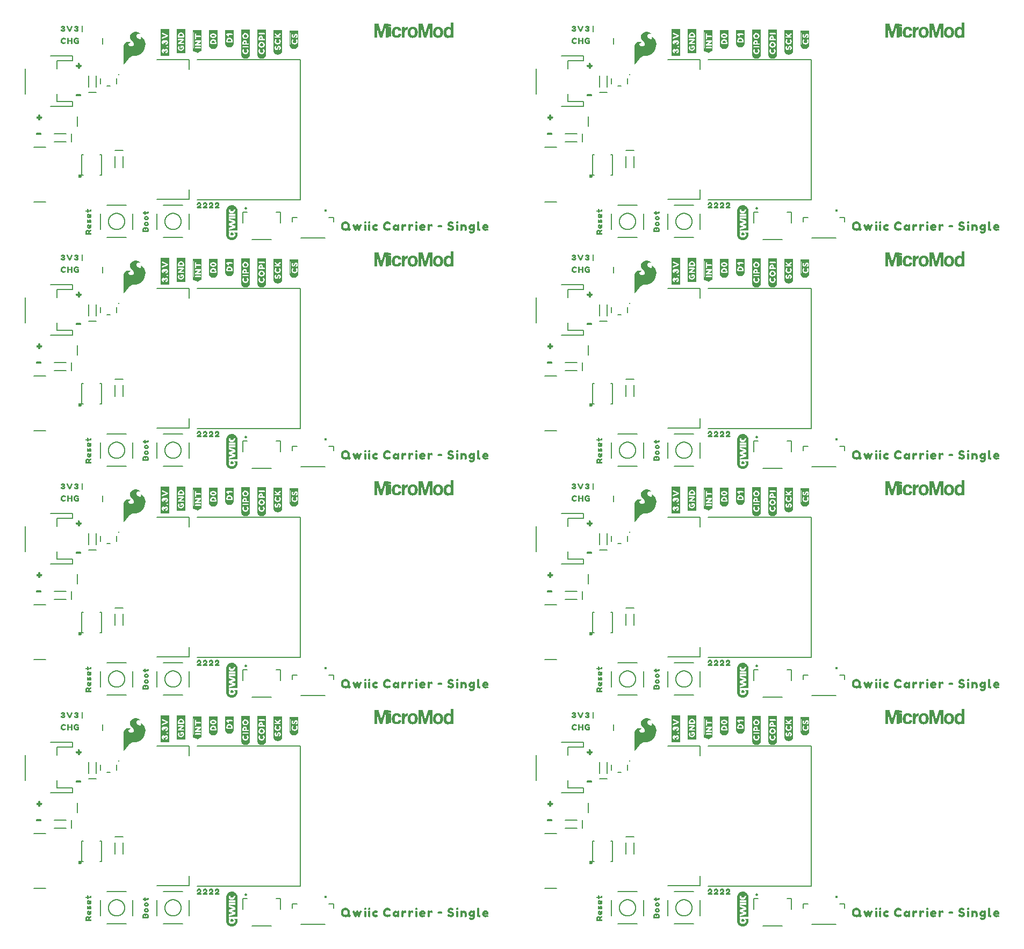
<source format=gto>
G04 EAGLE Gerber RS-274X export*
G75*
%MOMM*%
%FSLAX34Y34*%
%LPD*%
%INSilkscreen Top*%
%IPPOS*%
%AMOC8*
5,1,8,0,0,1.08239X$1,22.5*%
G01*
%ADD10C,0.203200*%
%ADD11C,0.152400*%
%ADD12C,0.600000*%
%ADD13C,0.254000*%
%ADD14C,0.406400*%
%ADD15R,0.720000X0.060000*%
%ADD16R,0.780000X0.060000*%
%ADD17R,0.840000X0.060000*%

G36*
X968715Y641140D02*
X968715Y641140D01*
X968799Y641143D01*
X968800Y641143D01*
X968801Y641143D01*
X968879Y641186D01*
X968952Y641225D01*
X968952Y641226D01*
X968953Y641226D01*
X968957Y641232D01*
X969040Y641340D01*
X969113Y641485D01*
X969469Y641841D01*
X969476Y641852D01*
X969489Y641863D01*
X970089Y642563D01*
X970093Y642570D01*
X970100Y642577D01*
X970792Y643466D01*
X971683Y644456D01*
X971686Y644461D01*
X971692Y644467D01*
X972687Y645660D01*
X973780Y646853D01*
X974979Y648151D01*
X976279Y649551D01*
X976283Y649558D01*
X976290Y649564D01*
X977380Y650852D01*
X978462Y651934D01*
X979437Y652812D01*
X980389Y653478D01*
X981430Y653951D01*
X982451Y654230D01*
X986300Y654230D01*
X986320Y654235D01*
X986347Y654233D01*
X988747Y654533D01*
X988769Y654541D01*
X988800Y654543D01*
X991000Y655143D01*
X991023Y655155D01*
X991056Y655163D01*
X993056Y656063D01*
X993075Y656077D01*
X993103Y656089D01*
X995003Y657289D01*
X995014Y657299D01*
X995031Y657308D01*
X996731Y658608D01*
X996748Y658629D01*
X996777Y658650D01*
X998277Y660250D01*
X998285Y660264D01*
X998300Y660277D01*
X999700Y662077D01*
X999713Y662104D01*
X999738Y662136D01*
X1001638Y665836D01*
X1001646Y665867D01*
X1001666Y665908D01*
X1002666Y669508D01*
X1002668Y669542D01*
X1002680Y669588D01*
X1002880Y673088D01*
X1002874Y673120D01*
X1002876Y673167D01*
X1002376Y676467D01*
X1002365Y676496D01*
X1002358Y676538D01*
X1001358Y679338D01*
X1001344Y679359D01*
X1001334Y679391D01*
X1000034Y681791D01*
X1000008Y681820D01*
X999969Y681879D01*
X998269Y683579D01*
X998239Y683597D01*
X998202Y683632D01*
X996602Y684632D01*
X996536Y684655D01*
X996472Y684683D01*
X996455Y684683D01*
X996438Y684688D01*
X996369Y684679D01*
X996299Y684677D01*
X996284Y684668D01*
X996266Y684666D01*
X996208Y684627D01*
X996147Y684594D01*
X996137Y684579D01*
X996122Y684569D01*
X996087Y684509D01*
X996047Y684452D01*
X996044Y684433D01*
X996036Y684419D01*
X996033Y684380D01*
X996020Y684310D01*
X996020Y683710D01*
X996027Y683680D01*
X996027Y683635D01*
X996113Y683204D01*
X995937Y682144D01*
X995698Y681746D01*
X995283Y681331D01*
X994722Y681090D01*
X994153Y681090D01*
X992838Y681466D01*
X992097Y681837D01*
X990735Y682810D01*
X990058Y683389D01*
X989599Y683848D01*
X989122Y684612D01*
X989119Y684615D01*
X989116Y684621D01*
X988749Y685172D01*
X988572Y685794D01*
X988485Y686310D01*
X988568Y686807D01*
X988747Y687254D01*
X989022Y687804D01*
X989376Y688246D01*
X990114Y688892D01*
X990492Y689081D01*
X990833Y689251D01*
X991567Y689435D01*
X992421Y689530D01*
X993653Y689530D01*
X994008Y689441D01*
X994044Y689441D01*
X994100Y689430D01*
X994200Y689430D01*
X994261Y689444D01*
X994324Y689450D01*
X994345Y689464D01*
X994369Y689469D01*
X994417Y689509D01*
X994470Y689543D01*
X994483Y689564D01*
X994502Y689579D01*
X994528Y689637D01*
X994561Y689690D01*
X994563Y689715D01*
X994573Y689738D01*
X994571Y689800D01*
X994577Y689863D01*
X994568Y689886D01*
X994567Y689911D01*
X994537Y689966D01*
X994514Y690025D01*
X994494Y690044D01*
X994484Y690063D01*
X994453Y690084D01*
X994411Y690126D01*
X994117Y690323D01*
X993421Y690819D01*
X993406Y690825D01*
X993392Y690838D01*
X992192Y691538D01*
X992168Y691546D01*
X992141Y691563D01*
X990641Y692163D01*
X990623Y692166D01*
X990602Y692176D01*
X988802Y692676D01*
X988768Y692678D01*
X988719Y692690D01*
X986719Y692790D01*
X986681Y692783D01*
X986616Y692781D01*
X984416Y692281D01*
X984382Y692264D01*
X984324Y692247D01*
X982024Y691047D01*
X981999Y691026D01*
X981958Y691004D01*
X980258Y689604D01*
X980235Y689573D01*
X980187Y689525D01*
X979087Y687925D01*
X979073Y687890D01*
X979041Y687837D01*
X978441Y686137D01*
X978438Y686102D01*
X978436Y686091D01*
X978427Y686072D01*
X978428Y686050D01*
X978420Y686010D01*
X978420Y684310D01*
X978429Y684272D01*
X978435Y684203D01*
X978935Y682503D01*
X978949Y682478D01*
X978960Y682440D01*
X979860Y680640D01*
X979879Y680617D01*
X979898Y680579D01*
X981198Y678879D01*
X981215Y678865D01*
X981231Y678841D01*
X982922Y677151D01*
X984178Y675701D01*
X984820Y674326D01*
X984820Y673067D01*
X984461Y671902D01*
X983649Y671000D01*
X982539Y670259D01*
X981247Y669890D01*
X979751Y669890D01*
X978711Y670174D01*
X977891Y670447D01*
X977258Y670989D01*
X976713Y671535D01*
X976456Y672048D01*
X976280Y672663D01*
X976280Y673248D01*
X976441Y673731D01*
X976688Y674060D01*
X977054Y674426D01*
X977533Y674809D01*
X977888Y675076D01*
X978341Y675257D01*
X978353Y675265D01*
X978370Y675270D01*
X978614Y675392D01*
X978970Y675570D01*
X978999Y675594D01*
X979069Y675641D01*
X979169Y675741D01*
X979182Y675763D01*
X979202Y675779D01*
X979228Y675836D01*
X979260Y675888D01*
X979263Y675914D01*
X979273Y675938D01*
X979271Y675999D01*
X979277Y676061D01*
X979268Y676085D01*
X979267Y676111D01*
X979237Y676165D01*
X979215Y676223D01*
X979196Y676240D01*
X979184Y676263D01*
X979134Y676298D01*
X979088Y676340D01*
X979063Y676348D01*
X979042Y676363D01*
X978958Y676379D01*
X978922Y676390D01*
X978912Y676388D01*
X978900Y676390D01*
X978862Y676390D01*
X978631Y676467D01*
X978141Y676663D01*
X978106Y676668D01*
X978054Y676686D01*
X977354Y676786D01*
X977330Y676784D01*
X977300Y676790D01*
X975500Y676790D01*
X975470Y676783D01*
X975425Y676783D01*
X974425Y676583D01*
X974415Y676578D01*
X974400Y676577D01*
X973300Y676277D01*
X973283Y676268D01*
X973259Y676263D01*
X972259Y675863D01*
X972232Y675844D01*
X972189Y675826D01*
X971289Y675226D01*
X971268Y675204D01*
X971231Y675179D01*
X970431Y674379D01*
X970420Y674361D01*
X970400Y674343D01*
X969700Y673443D01*
X969689Y673419D01*
X969666Y673392D01*
X969066Y672292D01*
X969057Y672259D01*
X969034Y672214D01*
X968634Y670814D01*
X968633Y670789D01*
X968623Y670757D01*
X968423Y669157D01*
X968424Y669145D01*
X968420Y669130D01*
X968320Y667230D01*
X968322Y667221D01*
X968320Y667210D01*
X968320Y641510D01*
X968340Y641425D01*
X968359Y641343D01*
X968359Y641342D01*
X968359Y641341D01*
X968416Y641273D01*
X968468Y641209D01*
X968469Y641208D01*
X968547Y641173D01*
X968626Y641137D01*
X968627Y641137D01*
X968628Y641137D01*
X968715Y641140D01*
G37*
G36*
X163535Y641140D02*
X163535Y641140D01*
X163619Y641143D01*
X163620Y641143D01*
X163621Y641143D01*
X163699Y641186D01*
X163772Y641225D01*
X163772Y641226D01*
X163773Y641226D01*
X163777Y641232D01*
X163860Y641340D01*
X163933Y641485D01*
X164289Y641841D01*
X164296Y641852D01*
X164309Y641863D01*
X164909Y642563D01*
X164913Y642570D01*
X164920Y642577D01*
X165612Y643466D01*
X166503Y644456D01*
X166506Y644461D01*
X166512Y644467D01*
X167507Y645660D01*
X168600Y646853D01*
X169799Y648151D01*
X171099Y649551D01*
X171103Y649558D01*
X171110Y649564D01*
X172200Y650852D01*
X173282Y651934D01*
X174257Y652812D01*
X175209Y653478D01*
X176250Y653951D01*
X177271Y654230D01*
X181120Y654230D01*
X181140Y654235D01*
X181167Y654233D01*
X183567Y654533D01*
X183589Y654541D01*
X183620Y654543D01*
X185820Y655143D01*
X185843Y655155D01*
X185876Y655163D01*
X187876Y656063D01*
X187895Y656077D01*
X187923Y656089D01*
X189823Y657289D01*
X189834Y657299D01*
X189851Y657308D01*
X191551Y658608D01*
X191568Y658629D01*
X191597Y658650D01*
X193097Y660250D01*
X193105Y660264D01*
X193120Y660277D01*
X194520Y662077D01*
X194533Y662104D01*
X194558Y662136D01*
X196458Y665836D01*
X196466Y665867D01*
X196486Y665908D01*
X197486Y669508D01*
X197488Y669542D01*
X197500Y669588D01*
X197700Y673088D01*
X197694Y673120D01*
X197696Y673167D01*
X197196Y676467D01*
X197185Y676496D01*
X197178Y676538D01*
X196178Y679338D01*
X196164Y679359D01*
X196154Y679391D01*
X194854Y681791D01*
X194828Y681820D01*
X194789Y681879D01*
X193089Y683579D01*
X193059Y683597D01*
X193022Y683632D01*
X191422Y684632D01*
X191356Y684655D01*
X191292Y684683D01*
X191275Y684683D01*
X191258Y684688D01*
X191189Y684679D01*
X191119Y684677D01*
X191104Y684668D01*
X191086Y684666D01*
X191028Y684627D01*
X190967Y684594D01*
X190957Y684579D01*
X190942Y684569D01*
X190907Y684509D01*
X190867Y684452D01*
X190864Y684433D01*
X190856Y684419D01*
X190853Y684380D01*
X190840Y684310D01*
X190840Y683710D01*
X190847Y683680D01*
X190847Y683635D01*
X190933Y683204D01*
X190757Y682144D01*
X190518Y681746D01*
X190103Y681331D01*
X189542Y681090D01*
X188973Y681090D01*
X187658Y681466D01*
X186917Y681837D01*
X185555Y682810D01*
X184878Y683389D01*
X184419Y683848D01*
X183942Y684612D01*
X183939Y684615D01*
X183936Y684621D01*
X183569Y685172D01*
X183392Y685794D01*
X183305Y686310D01*
X183388Y686807D01*
X183567Y687254D01*
X183842Y687804D01*
X184196Y688246D01*
X184934Y688892D01*
X185312Y689081D01*
X185653Y689251D01*
X186387Y689435D01*
X187241Y689530D01*
X188473Y689530D01*
X188828Y689441D01*
X188864Y689441D01*
X188920Y689430D01*
X189020Y689430D01*
X189081Y689444D01*
X189144Y689450D01*
X189165Y689464D01*
X189189Y689469D01*
X189237Y689509D01*
X189290Y689543D01*
X189303Y689564D01*
X189322Y689579D01*
X189348Y689637D01*
X189381Y689690D01*
X189383Y689715D01*
X189393Y689738D01*
X189391Y689800D01*
X189397Y689863D01*
X189388Y689886D01*
X189387Y689911D01*
X189357Y689966D01*
X189334Y690025D01*
X189314Y690044D01*
X189304Y690063D01*
X189273Y690084D01*
X189231Y690126D01*
X188937Y690323D01*
X188241Y690819D01*
X188226Y690825D01*
X188212Y690838D01*
X187012Y691538D01*
X186988Y691546D01*
X186961Y691563D01*
X185461Y692163D01*
X185443Y692166D01*
X185422Y692176D01*
X183622Y692676D01*
X183588Y692678D01*
X183539Y692690D01*
X181539Y692790D01*
X181501Y692783D01*
X181436Y692781D01*
X179236Y692281D01*
X179202Y692264D01*
X179144Y692247D01*
X176844Y691047D01*
X176819Y691026D01*
X176778Y691004D01*
X175078Y689604D01*
X175055Y689573D01*
X175007Y689525D01*
X173907Y687925D01*
X173893Y687890D01*
X173861Y687837D01*
X173261Y686137D01*
X173258Y686102D01*
X173256Y686091D01*
X173247Y686072D01*
X173248Y686050D01*
X173240Y686010D01*
X173240Y684310D01*
X173249Y684272D01*
X173255Y684203D01*
X173755Y682503D01*
X173769Y682478D01*
X173780Y682440D01*
X174680Y680640D01*
X174699Y680617D01*
X174718Y680579D01*
X176018Y678879D01*
X176035Y678865D01*
X176051Y678841D01*
X177742Y677151D01*
X178998Y675701D01*
X179640Y674326D01*
X179640Y673067D01*
X179281Y671902D01*
X178469Y671000D01*
X177359Y670259D01*
X176067Y669890D01*
X174571Y669890D01*
X173531Y670174D01*
X172711Y670447D01*
X172078Y670989D01*
X171533Y671535D01*
X171276Y672048D01*
X171100Y672663D01*
X171100Y673248D01*
X171261Y673731D01*
X171508Y674060D01*
X171874Y674426D01*
X172353Y674809D01*
X172708Y675076D01*
X173161Y675257D01*
X173173Y675265D01*
X173190Y675270D01*
X173434Y675392D01*
X173790Y675570D01*
X173819Y675594D01*
X173889Y675641D01*
X173989Y675741D01*
X174002Y675763D01*
X174022Y675779D01*
X174048Y675836D01*
X174080Y675888D01*
X174083Y675914D01*
X174093Y675938D01*
X174091Y675999D01*
X174097Y676061D01*
X174088Y676085D01*
X174087Y676111D01*
X174057Y676165D01*
X174035Y676223D01*
X174016Y676240D01*
X174004Y676263D01*
X173954Y676298D01*
X173908Y676340D01*
X173883Y676348D01*
X173862Y676363D01*
X173778Y676379D01*
X173742Y676390D01*
X173732Y676388D01*
X173720Y676390D01*
X173682Y676390D01*
X173451Y676467D01*
X172961Y676663D01*
X172926Y676668D01*
X172874Y676686D01*
X172174Y676786D01*
X172150Y676784D01*
X172120Y676790D01*
X170320Y676790D01*
X170290Y676783D01*
X170245Y676783D01*
X169245Y676583D01*
X169235Y676578D01*
X169220Y676577D01*
X168120Y676277D01*
X168103Y676268D01*
X168079Y676263D01*
X167079Y675863D01*
X167052Y675844D01*
X167009Y675826D01*
X166109Y675226D01*
X166088Y675204D01*
X166051Y675179D01*
X165251Y674379D01*
X165240Y674361D01*
X165220Y674343D01*
X164520Y673443D01*
X164509Y673419D01*
X164486Y673392D01*
X163886Y672292D01*
X163877Y672259D01*
X163854Y672214D01*
X163454Y670814D01*
X163453Y670789D01*
X163443Y670757D01*
X163243Y669157D01*
X163244Y669145D01*
X163240Y669130D01*
X163140Y667230D01*
X163142Y667221D01*
X163140Y667210D01*
X163140Y641510D01*
X163160Y641425D01*
X163179Y641343D01*
X163179Y641342D01*
X163179Y641341D01*
X163236Y641273D01*
X163288Y641209D01*
X163289Y641208D01*
X163367Y641173D01*
X163446Y641137D01*
X163447Y641137D01*
X163448Y641137D01*
X163535Y641140D01*
G37*
G36*
X968715Y1001820D02*
X968715Y1001820D01*
X968799Y1001823D01*
X968800Y1001823D01*
X968801Y1001823D01*
X968879Y1001866D01*
X968952Y1001905D01*
X968952Y1001906D01*
X968953Y1001906D01*
X968957Y1001912D01*
X969040Y1002020D01*
X969113Y1002165D01*
X969469Y1002521D01*
X969476Y1002532D01*
X969489Y1002543D01*
X970089Y1003243D01*
X970093Y1003250D01*
X970100Y1003257D01*
X970792Y1004146D01*
X971683Y1005136D01*
X971686Y1005141D01*
X971692Y1005147D01*
X972687Y1006340D01*
X973780Y1007533D01*
X974979Y1008831D01*
X976279Y1010231D01*
X976283Y1010238D01*
X976290Y1010244D01*
X977380Y1011532D01*
X978462Y1012614D01*
X979437Y1013492D01*
X980389Y1014158D01*
X981430Y1014631D01*
X982451Y1014910D01*
X986300Y1014910D01*
X986320Y1014915D01*
X986347Y1014913D01*
X988747Y1015213D01*
X988769Y1015221D01*
X988800Y1015223D01*
X991000Y1015823D01*
X991023Y1015835D01*
X991056Y1015843D01*
X993056Y1016743D01*
X993075Y1016757D01*
X993103Y1016769D01*
X995003Y1017969D01*
X995014Y1017979D01*
X995031Y1017988D01*
X996731Y1019288D01*
X996748Y1019309D01*
X996777Y1019330D01*
X998277Y1020930D01*
X998285Y1020944D01*
X998300Y1020957D01*
X999700Y1022757D01*
X999713Y1022784D01*
X999738Y1022816D01*
X1001638Y1026516D01*
X1001646Y1026547D01*
X1001666Y1026588D01*
X1002666Y1030188D01*
X1002668Y1030222D01*
X1002680Y1030268D01*
X1002880Y1033768D01*
X1002874Y1033800D01*
X1002876Y1033847D01*
X1002376Y1037147D01*
X1002365Y1037176D01*
X1002358Y1037218D01*
X1001358Y1040018D01*
X1001344Y1040039D01*
X1001334Y1040071D01*
X1000034Y1042471D01*
X1000008Y1042500D01*
X999969Y1042559D01*
X998269Y1044259D01*
X998239Y1044277D01*
X998202Y1044312D01*
X996602Y1045312D01*
X996536Y1045335D01*
X996472Y1045363D01*
X996455Y1045363D01*
X996438Y1045368D01*
X996369Y1045359D01*
X996299Y1045357D01*
X996284Y1045348D01*
X996266Y1045346D01*
X996208Y1045307D01*
X996147Y1045274D01*
X996137Y1045259D01*
X996122Y1045249D01*
X996087Y1045189D01*
X996047Y1045132D01*
X996044Y1045113D01*
X996036Y1045099D01*
X996033Y1045060D01*
X996020Y1044990D01*
X996020Y1044390D01*
X996027Y1044360D01*
X996027Y1044315D01*
X996113Y1043884D01*
X995937Y1042824D01*
X995698Y1042426D01*
X995283Y1042011D01*
X994722Y1041770D01*
X994153Y1041770D01*
X992838Y1042146D01*
X992097Y1042517D01*
X990735Y1043490D01*
X990058Y1044069D01*
X989599Y1044528D01*
X989122Y1045292D01*
X989119Y1045295D01*
X989116Y1045301D01*
X988749Y1045852D01*
X988572Y1046474D01*
X988485Y1046990D01*
X988568Y1047487D01*
X988747Y1047934D01*
X989022Y1048484D01*
X989376Y1048926D01*
X990114Y1049572D01*
X990492Y1049761D01*
X990833Y1049931D01*
X991567Y1050115D01*
X992421Y1050210D01*
X993653Y1050210D01*
X994008Y1050121D01*
X994044Y1050121D01*
X994100Y1050110D01*
X994200Y1050110D01*
X994261Y1050124D01*
X994324Y1050130D01*
X994345Y1050144D01*
X994369Y1050149D01*
X994417Y1050189D01*
X994470Y1050223D01*
X994483Y1050244D01*
X994502Y1050259D01*
X994528Y1050317D01*
X994561Y1050370D01*
X994563Y1050395D01*
X994573Y1050418D01*
X994571Y1050480D01*
X994577Y1050543D01*
X994568Y1050566D01*
X994567Y1050591D01*
X994537Y1050646D01*
X994514Y1050705D01*
X994494Y1050724D01*
X994484Y1050743D01*
X994453Y1050764D01*
X994411Y1050806D01*
X994117Y1051003D01*
X993421Y1051499D01*
X993406Y1051505D01*
X993392Y1051518D01*
X992192Y1052218D01*
X992168Y1052226D01*
X992141Y1052243D01*
X990641Y1052843D01*
X990623Y1052846D01*
X990602Y1052856D01*
X988802Y1053356D01*
X988768Y1053358D01*
X988719Y1053370D01*
X986719Y1053470D01*
X986681Y1053463D01*
X986616Y1053461D01*
X984416Y1052961D01*
X984382Y1052944D01*
X984324Y1052927D01*
X982024Y1051727D01*
X981999Y1051706D01*
X981958Y1051684D01*
X980258Y1050284D01*
X980235Y1050253D01*
X980187Y1050205D01*
X979087Y1048605D01*
X979073Y1048570D01*
X979041Y1048517D01*
X978441Y1046817D01*
X978438Y1046782D01*
X978436Y1046771D01*
X978427Y1046752D01*
X978428Y1046730D01*
X978420Y1046690D01*
X978420Y1044990D01*
X978429Y1044952D01*
X978435Y1044883D01*
X978935Y1043183D01*
X978949Y1043158D01*
X978960Y1043120D01*
X979860Y1041320D01*
X979879Y1041297D01*
X979898Y1041259D01*
X981198Y1039559D01*
X981215Y1039545D01*
X981231Y1039521D01*
X982922Y1037831D01*
X984178Y1036381D01*
X984820Y1035006D01*
X984820Y1033747D01*
X984461Y1032582D01*
X983649Y1031680D01*
X982539Y1030939D01*
X981247Y1030570D01*
X979751Y1030570D01*
X978711Y1030854D01*
X977891Y1031127D01*
X977258Y1031669D01*
X976713Y1032215D01*
X976456Y1032728D01*
X976280Y1033343D01*
X976280Y1033928D01*
X976441Y1034411D01*
X976688Y1034740D01*
X977054Y1035106D01*
X977533Y1035489D01*
X977888Y1035756D01*
X978341Y1035937D01*
X978353Y1035945D01*
X978370Y1035950D01*
X978614Y1036072D01*
X978970Y1036250D01*
X978999Y1036274D01*
X979069Y1036321D01*
X979169Y1036421D01*
X979182Y1036443D01*
X979202Y1036459D01*
X979228Y1036516D01*
X979260Y1036568D01*
X979263Y1036594D01*
X979273Y1036618D01*
X979271Y1036679D01*
X979277Y1036741D01*
X979268Y1036765D01*
X979267Y1036791D01*
X979237Y1036845D01*
X979215Y1036903D01*
X979196Y1036920D01*
X979184Y1036943D01*
X979134Y1036978D01*
X979088Y1037020D01*
X979063Y1037028D01*
X979042Y1037043D01*
X978958Y1037059D01*
X978922Y1037070D01*
X978912Y1037068D01*
X978900Y1037070D01*
X978862Y1037070D01*
X978631Y1037147D01*
X978141Y1037343D01*
X978106Y1037348D01*
X978054Y1037366D01*
X977354Y1037466D01*
X977330Y1037464D01*
X977300Y1037470D01*
X975500Y1037470D01*
X975470Y1037463D01*
X975425Y1037463D01*
X974425Y1037263D01*
X974415Y1037258D01*
X974400Y1037257D01*
X973300Y1036957D01*
X973283Y1036948D01*
X973259Y1036943D01*
X972259Y1036543D01*
X972232Y1036524D01*
X972189Y1036506D01*
X971289Y1035906D01*
X971268Y1035884D01*
X971231Y1035859D01*
X970431Y1035059D01*
X970420Y1035041D01*
X970400Y1035023D01*
X969700Y1034123D01*
X969689Y1034099D01*
X969666Y1034072D01*
X969066Y1032972D01*
X969057Y1032939D01*
X969034Y1032894D01*
X968634Y1031494D01*
X968633Y1031469D01*
X968623Y1031437D01*
X968423Y1029837D01*
X968424Y1029825D01*
X968420Y1029810D01*
X968320Y1027910D01*
X968322Y1027901D01*
X968320Y1027890D01*
X968320Y1002190D01*
X968340Y1002105D01*
X968359Y1002023D01*
X968359Y1002022D01*
X968359Y1002021D01*
X968416Y1001953D01*
X968468Y1001889D01*
X968469Y1001888D01*
X968547Y1001853D01*
X968626Y1001817D01*
X968627Y1001817D01*
X968628Y1001817D01*
X968715Y1001820D01*
G37*
G36*
X163535Y280460D02*
X163535Y280460D01*
X163619Y280463D01*
X163620Y280463D01*
X163621Y280463D01*
X163699Y280506D01*
X163772Y280545D01*
X163772Y280546D01*
X163773Y280546D01*
X163777Y280552D01*
X163860Y280660D01*
X163933Y280805D01*
X164289Y281161D01*
X164296Y281172D01*
X164309Y281183D01*
X164909Y281883D01*
X164913Y281890D01*
X164920Y281897D01*
X165612Y282786D01*
X166503Y283776D01*
X166506Y283781D01*
X166512Y283787D01*
X167507Y284980D01*
X168600Y286173D01*
X169799Y287471D01*
X171099Y288871D01*
X171103Y288878D01*
X171110Y288884D01*
X172200Y290172D01*
X173282Y291254D01*
X174257Y292132D01*
X175209Y292798D01*
X176249Y293271D01*
X177271Y293550D01*
X181120Y293550D01*
X181140Y293555D01*
X181167Y293553D01*
X183567Y293853D01*
X183589Y293861D01*
X183620Y293863D01*
X185820Y294463D01*
X185843Y294475D01*
X185876Y294483D01*
X187876Y295383D01*
X187895Y295397D01*
X187923Y295409D01*
X189823Y296609D01*
X189834Y296619D01*
X189851Y296628D01*
X191551Y297928D01*
X191568Y297949D01*
X191597Y297970D01*
X193097Y299570D01*
X193105Y299584D01*
X193120Y299597D01*
X194520Y301397D01*
X194533Y301424D01*
X194558Y301456D01*
X196458Y305156D01*
X196466Y305187D01*
X196486Y305228D01*
X197486Y308828D01*
X197488Y308862D01*
X197500Y308908D01*
X197700Y312408D01*
X197694Y312440D01*
X197696Y312487D01*
X197196Y315787D01*
X197185Y315816D01*
X197178Y315858D01*
X196178Y318658D01*
X196164Y318679D01*
X196154Y318711D01*
X194854Y321111D01*
X194828Y321140D01*
X194789Y321199D01*
X193089Y322899D01*
X193059Y322917D01*
X193022Y322952D01*
X191422Y323952D01*
X191356Y323975D01*
X191292Y324003D01*
X191275Y324003D01*
X191258Y324008D01*
X191189Y323999D01*
X191119Y323997D01*
X191104Y323988D01*
X191086Y323986D01*
X191028Y323947D01*
X190967Y323914D01*
X190957Y323899D01*
X190942Y323889D01*
X190907Y323829D01*
X190867Y323772D01*
X190864Y323753D01*
X190856Y323739D01*
X190853Y323700D01*
X190840Y323630D01*
X190840Y323030D01*
X190847Y323000D01*
X190847Y322955D01*
X190933Y322524D01*
X190757Y321464D01*
X190518Y321066D01*
X190103Y320651D01*
X189542Y320410D01*
X188973Y320410D01*
X187658Y320786D01*
X186917Y321157D01*
X185555Y322130D01*
X184878Y322709D01*
X184419Y323168D01*
X183942Y323932D01*
X183939Y323935D01*
X183936Y323941D01*
X183569Y324492D01*
X183392Y325114D01*
X183305Y325630D01*
X183388Y326127D01*
X183567Y326574D01*
X183842Y327124D01*
X184196Y327566D01*
X184934Y328212D01*
X185312Y328401D01*
X185653Y328571D01*
X186387Y328755D01*
X187241Y328850D01*
X188473Y328850D01*
X188828Y328761D01*
X188864Y328761D01*
X188920Y328750D01*
X189020Y328750D01*
X189081Y328764D01*
X189144Y328770D01*
X189165Y328784D01*
X189189Y328789D01*
X189237Y328829D01*
X189290Y328863D01*
X189303Y328884D01*
X189322Y328899D01*
X189348Y328957D01*
X189381Y329010D01*
X189383Y329035D01*
X189393Y329058D01*
X189391Y329120D01*
X189397Y329183D01*
X189388Y329206D01*
X189387Y329231D01*
X189357Y329286D01*
X189334Y329345D01*
X189314Y329364D01*
X189304Y329383D01*
X189273Y329404D01*
X189231Y329446D01*
X188937Y329643D01*
X188241Y330139D01*
X188226Y330145D01*
X188212Y330158D01*
X187012Y330858D01*
X186988Y330866D01*
X186961Y330883D01*
X185461Y331483D01*
X185443Y331486D01*
X185422Y331496D01*
X183622Y331996D01*
X183588Y331998D01*
X183539Y332010D01*
X181539Y332110D01*
X181501Y332103D01*
X181436Y332101D01*
X179236Y331601D01*
X179202Y331584D01*
X179144Y331567D01*
X176844Y330367D01*
X176819Y330346D01*
X176778Y330324D01*
X175078Y328924D01*
X175055Y328893D01*
X175007Y328845D01*
X173907Y327245D01*
X173893Y327210D01*
X173861Y327157D01*
X173261Y325457D01*
X173258Y325422D01*
X173256Y325411D01*
X173247Y325392D01*
X173248Y325370D01*
X173240Y325330D01*
X173240Y323630D01*
X173249Y323592D01*
X173255Y323523D01*
X173755Y321823D01*
X173769Y321798D01*
X173780Y321760D01*
X174680Y319960D01*
X174699Y319937D01*
X174718Y319899D01*
X176018Y318199D01*
X176035Y318185D01*
X176051Y318161D01*
X177742Y316471D01*
X178998Y315021D01*
X179640Y313646D01*
X179640Y312387D01*
X179281Y311222D01*
X178469Y310320D01*
X177359Y309579D01*
X176067Y309210D01*
X174571Y309210D01*
X173531Y309494D01*
X172711Y309767D01*
X172078Y310309D01*
X171533Y310855D01*
X171276Y311368D01*
X171100Y311983D01*
X171100Y312568D01*
X171261Y313051D01*
X171508Y313380D01*
X171874Y313746D01*
X172353Y314129D01*
X172708Y314396D01*
X173161Y314577D01*
X173173Y314585D01*
X173190Y314590D01*
X173434Y314712D01*
X173790Y314890D01*
X173819Y314914D01*
X173889Y314961D01*
X173989Y315061D01*
X174002Y315083D01*
X174022Y315099D01*
X174048Y315156D01*
X174080Y315208D01*
X174083Y315234D01*
X174093Y315258D01*
X174091Y315319D01*
X174097Y315381D01*
X174088Y315405D01*
X174087Y315431D01*
X174057Y315485D01*
X174035Y315543D01*
X174016Y315560D01*
X174004Y315583D01*
X173954Y315618D01*
X173908Y315660D01*
X173883Y315668D01*
X173862Y315683D01*
X173778Y315699D01*
X173742Y315710D01*
X173732Y315708D01*
X173720Y315710D01*
X173682Y315710D01*
X173451Y315787D01*
X172961Y315983D01*
X172926Y315988D01*
X172874Y316006D01*
X172174Y316106D01*
X172150Y316104D01*
X172120Y316110D01*
X170320Y316110D01*
X170290Y316103D01*
X170245Y316103D01*
X169245Y315903D01*
X169235Y315898D01*
X169220Y315897D01*
X168120Y315597D01*
X168103Y315588D01*
X168079Y315583D01*
X167079Y315183D01*
X167052Y315164D01*
X167009Y315146D01*
X166109Y314546D01*
X166088Y314524D01*
X166051Y314499D01*
X165251Y313699D01*
X165240Y313681D01*
X165220Y313663D01*
X164520Y312763D01*
X164509Y312739D01*
X164486Y312712D01*
X163886Y311612D01*
X163877Y311579D01*
X163854Y311534D01*
X163454Y310134D01*
X163453Y310109D01*
X163443Y310077D01*
X163243Y308477D01*
X163244Y308465D01*
X163240Y308450D01*
X163140Y306550D01*
X163142Y306541D01*
X163140Y306530D01*
X163140Y280830D01*
X163160Y280745D01*
X163179Y280663D01*
X163179Y280662D01*
X163179Y280661D01*
X163236Y280593D01*
X163288Y280529D01*
X163289Y280528D01*
X163367Y280493D01*
X163446Y280457D01*
X163447Y280457D01*
X163448Y280457D01*
X163535Y280460D01*
G37*
G36*
X968715Y280460D02*
X968715Y280460D01*
X968799Y280463D01*
X968800Y280463D01*
X968801Y280463D01*
X968879Y280506D01*
X968952Y280545D01*
X968952Y280546D01*
X968953Y280546D01*
X968957Y280552D01*
X969040Y280660D01*
X969113Y280805D01*
X969469Y281161D01*
X969476Y281172D01*
X969489Y281183D01*
X970089Y281883D01*
X970093Y281890D01*
X970100Y281897D01*
X970792Y282786D01*
X971683Y283776D01*
X971686Y283781D01*
X971692Y283787D01*
X972687Y284980D01*
X973780Y286173D01*
X974979Y287471D01*
X976279Y288871D01*
X976283Y288878D01*
X976290Y288884D01*
X977380Y290172D01*
X978462Y291254D01*
X979437Y292132D01*
X980389Y292798D01*
X981429Y293271D01*
X982451Y293550D01*
X986300Y293550D01*
X986320Y293555D01*
X986347Y293553D01*
X988747Y293853D01*
X988769Y293861D01*
X988800Y293863D01*
X991000Y294463D01*
X991023Y294475D01*
X991056Y294483D01*
X993056Y295383D01*
X993075Y295397D01*
X993103Y295409D01*
X995003Y296609D01*
X995014Y296619D01*
X995031Y296628D01*
X996731Y297928D01*
X996748Y297949D01*
X996777Y297970D01*
X998277Y299570D01*
X998285Y299584D01*
X998300Y299597D01*
X999700Y301397D01*
X999713Y301424D01*
X999738Y301456D01*
X1001638Y305156D01*
X1001646Y305187D01*
X1001666Y305228D01*
X1002666Y308828D01*
X1002668Y308862D01*
X1002680Y308908D01*
X1002880Y312408D01*
X1002874Y312440D01*
X1002876Y312487D01*
X1002376Y315787D01*
X1002365Y315816D01*
X1002358Y315858D01*
X1001358Y318658D01*
X1001344Y318679D01*
X1001334Y318711D01*
X1000034Y321111D01*
X1000008Y321140D01*
X999969Y321199D01*
X998269Y322899D01*
X998239Y322917D01*
X998202Y322952D01*
X996602Y323952D01*
X996536Y323975D01*
X996472Y324003D01*
X996455Y324003D01*
X996438Y324008D01*
X996369Y323999D01*
X996299Y323997D01*
X996284Y323988D01*
X996266Y323986D01*
X996208Y323947D01*
X996147Y323914D01*
X996137Y323899D01*
X996122Y323889D01*
X996087Y323829D01*
X996047Y323772D01*
X996044Y323753D01*
X996036Y323739D01*
X996033Y323700D01*
X996020Y323630D01*
X996020Y323030D01*
X996027Y323000D01*
X996027Y322955D01*
X996113Y322524D01*
X995937Y321464D01*
X995698Y321066D01*
X995283Y320651D01*
X994722Y320410D01*
X994153Y320410D01*
X992838Y320786D01*
X992097Y321157D01*
X990735Y322130D01*
X990058Y322709D01*
X989599Y323168D01*
X989122Y323932D01*
X989119Y323935D01*
X989116Y323941D01*
X988749Y324492D01*
X988572Y325114D01*
X988485Y325630D01*
X988568Y326127D01*
X988747Y326574D01*
X989022Y327124D01*
X989376Y327566D01*
X990114Y328212D01*
X990492Y328401D01*
X990833Y328571D01*
X991567Y328755D01*
X992421Y328850D01*
X993653Y328850D01*
X994008Y328761D01*
X994044Y328761D01*
X994100Y328750D01*
X994200Y328750D01*
X994261Y328764D01*
X994324Y328770D01*
X994345Y328784D01*
X994369Y328789D01*
X994417Y328829D01*
X994470Y328863D01*
X994483Y328884D01*
X994502Y328899D01*
X994528Y328957D01*
X994561Y329010D01*
X994563Y329035D01*
X994573Y329058D01*
X994571Y329120D01*
X994577Y329183D01*
X994568Y329206D01*
X994567Y329231D01*
X994537Y329286D01*
X994514Y329345D01*
X994494Y329364D01*
X994484Y329383D01*
X994453Y329404D01*
X994411Y329446D01*
X994117Y329643D01*
X993421Y330139D01*
X993406Y330145D01*
X993392Y330158D01*
X992192Y330858D01*
X992168Y330866D01*
X992141Y330883D01*
X990641Y331483D01*
X990623Y331486D01*
X990602Y331496D01*
X988802Y331996D01*
X988768Y331998D01*
X988719Y332010D01*
X986719Y332110D01*
X986681Y332103D01*
X986616Y332101D01*
X984416Y331601D01*
X984382Y331584D01*
X984324Y331567D01*
X982024Y330367D01*
X981999Y330346D01*
X981958Y330324D01*
X980258Y328924D01*
X980235Y328893D01*
X980187Y328845D01*
X979087Y327245D01*
X979073Y327210D01*
X979041Y327157D01*
X978441Y325457D01*
X978438Y325422D01*
X978436Y325411D01*
X978427Y325392D01*
X978428Y325370D01*
X978420Y325330D01*
X978420Y323630D01*
X978429Y323592D01*
X978435Y323523D01*
X978935Y321823D01*
X978949Y321798D01*
X978960Y321760D01*
X979860Y319960D01*
X979879Y319937D01*
X979898Y319899D01*
X981198Y318199D01*
X981215Y318185D01*
X981231Y318161D01*
X982922Y316471D01*
X984178Y315021D01*
X984820Y313646D01*
X984820Y312387D01*
X984461Y311222D01*
X983649Y310320D01*
X982539Y309579D01*
X981247Y309210D01*
X979751Y309210D01*
X978711Y309494D01*
X977891Y309767D01*
X977258Y310309D01*
X976713Y310855D01*
X976456Y311368D01*
X976280Y311983D01*
X976280Y312568D01*
X976441Y313051D01*
X976688Y313380D01*
X977054Y313746D01*
X977533Y314129D01*
X977888Y314396D01*
X978341Y314577D01*
X978353Y314585D01*
X978370Y314590D01*
X978614Y314712D01*
X978970Y314890D01*
X978999Y314914D01*
X979069Y314961D01*
X979169Y315061D01*
X979182Y315083D01*
X979202Y315099D01*
X979228Y315156D01*
X979260Y315208D01*
X979263Y315234D01*
X979273Y315258D01*
X979271Y315319D01*
X979277Y315381D01*
X979268Y315405D01*
X979267Y315431D01*
X979237Y315485D01*
X979215Y315543D01*
X979196Y315560D01*
X979184Y315583D01*
X979134Y315618D01*
X979088Y315660D01*
X979063Y315668D01*
X979042Y315683D01*
X978958Y315699D01*
X978922Y315710D01*
X978912Y315708D01*
X978900Y315710D01*
X978862Y315710D01*
X978631Y315787D01*
X978141Y315983D01*
X978106Y315988D01*
X978054Y316006D01*
X977354Y316106D01*
X977330Y316104D01*
X977300Y316110D01*
X975500Y316110D01*
X975470Y316103D01*
X975425Y316103D01*
X974425Y315903D01*
X974415Y315898D01*
X974400Y315897D01*
X973300Y315597D01*
X973283Y315588D01*
X973259Y315583D01*
X972259Y315183D01*
X972232Y315164D01*
X972189Y315146D01*
X971289Y314546D01*
X971268Y314524D01*
X971231Y314499D01*
X970431Y313699D01*
X970420Y313681D01*
X970400Y313663D01*
X969700Y312763D01*
X969689Y312739D01*
X969666Y312712D01*
X969066Y311612D01*
X969057Y311579D01*
X969034Y311534D01*
X968634Y310134D01*
X968633Y310109D01*
X968623Y310077D01*
X968423Y308477D01*
X968424Y308465D01*
X968420Y308450D01*
X968320Y306550D01*
X968322Y306541D01*
X968320Y306530D01*
X968320Y280830D01*
X968340Y280745D01*
X968359Y280663D01*
X968359Y280662D01*
X968359Y280661D01*
X968416Y280593D01*
X968468Y280529D01*
X968469Y280528D01*
X968547Y280493D01*
X968626Y280457D01*
X968627Y280457D01*
X968628Y280457D01*
X968715Y280460D01*
G37*
G36*
X968715Y1362500D02*
X968715Y1362500D01*
X968799Y1362503D01*
X968800Y1362503D01*
X968801Y1362503D01*
X968879Y1362546D01*
X968952Y1362585D01*
X968952Y1362586D01*
X968953Y1362586D01*
X968957Y1362592D01*
X969040Y1362700D01*
X969113Y1362845D01*
X969469Y1363201D01*
X969476Y1363212D01*
X969489Y1363223D01*
X970089Y1363923D01*
X970093Y1363930D01*
X970100Y1363937D01*
X970792Y1364826D01*
X971683Y1365816D01*
X971686Y1365821D01*
X971692Y1365827D01*
X972687Y1367020D01*
X973780Y1368213D01*
X974979Y1369511D01*
X976279Y1370911D01*
X976283Y1370918D01*
X976290Y1370924D01*
X977380Y1372212D01*
X978462Y1373294D01*
X979437Y1374172D01*
X980389Y1374838D01*
X981429Y1375311D01*
X982451Y1375590D01*
X986300Y1375590D01*
X986320Y1375595D01*
X986347Y1375593D01*
X988747Y1375893D01*
X988769Y1375901D01*
X988800Y1375903D01*
X991000Y1376503D01*
X991023Y1376515D01*
X991056Y1376523D01*
X993056Y1377423D01*
X993075Y1377437D01*
X993103Y1377449D01*
X995003Y1378649D01*
X995014Y1378659D01*
X995031Y1378668D01*
X996731Y1379968D01*
X996748Y1379989D01*
X996777Y1380010D01*
X998277Y1381610D01*
X998285Y1381624D01*
X998300Y1381637D01*
X999700Y1383437D01*
X999713Y1383464D01*
X999738Y1383496D01*
X1001638Y1387196D01*
X1001646Y1387227D01*
X1001666Y1387268D01*
X1002666Y1390868D01*
X1002668Y1390902D01*
X1002680Y1390948D01*
X1002880Y1394448D01*
X1002874Y1394480D01*
X1002876Y1394527D01*
X1002376Y1397827D01*
X1002365Y1397856D01*
X1002358Y1397898D01*
X1001358Y1400698D01*
X1001344Y1400719D01*
X1001334Y1400751D01*
X1000034Y1403151D01*
X1000008Y1403180D01*
X999969Y1403239D01*
X998269Y1404939D01*
X998239Y1404957D01*
X998202Y1404992D01*
X996602Y1405992D01*
X996536Y1406015D01*
X996472Y1406043D01*
X996455Y1406043D01*
X996438Y1406048D01*
X996369Y1406039D01*
X996299Y1406037D01*
X996284Y1406028D01*
X996266Y1406026D01*
X996208Y1405987D01*
X996147Y1405954D01*
X996137Y1405939D01*
X996122Y1405929D01*
X996087Y1405869D01*
X996047Y1405812D01*
X996044Y1405793D01*
X996036Y1405779D01*
X996033Y1405740D01*
X996020Y1405670D01*
X996020Y1405070D01*
X996027Y1405040D01*
X996027Y1404995D01*
X996113Y1404564D01*
X995937Y1403504D01*
X995698Y1403106D01*
X995283Y1402691D01*
X994722Y1402450D01*
X994153Y1402450D01*
X992838Y1402826D01*
X992097Y1403197D01*
X990735Y1404170D01*
X990058Y1404749D01*
X989599Y1405208D01*
X989122Y1405972D01*
X989119Y1405975D01*
X989116Y1405981D01*
X988749Y1406532D01*
X988572Y1407154D01*
X988485Y1407670D01*
X988568Y1408167D01*
X988747Y1408614D01*
X989022Y1409164D01*
X989376Y1409606D01*
X990114Y1410252D01*
X990492Y1410441D01*
X990833Y1410611D01*
X991567Y1410795D01*
X992421Y1410890D01*
X993653Y1410890D01*
X994008Y1410801D01*
X994044Y1410801D01*
X994100Y1410790D01*
X994200Y1410790D01*
X994261Y1410804D01*
X994324Y1410810D01*
X994345Y1410824D01*
X994369Y1410829D01*
X994417Y1410869D01*
X994470Y1410903D01*
X994483Y1410924D01*
X994502Y1410939D01*
X994528Y1410997D01*
X994561Y1411050D01*
X994563Y1411075D01*
X994573Y1411098D01*
X994571Y1411160D01*
X994577Y1411223D01*
X994568Y1411246D01*
X994567Y1411271D01*
X994537Y1411326D01*
X994514Y1411385D01*
X994494Y1411404D01*
X994484Y1411423D01*
X994453Y1411444D01*
X994411Y1411486D01*
X994117Y1411683D01*
X993421Y1412179D01*
X993406Y1412185D01*
X993392Y1412198D01*
X992192Y1412898D01*
X992168Y1412906D01*
X992141Y1412923D01*
X990641Y1413523D01*
X990623Y1413526D01*
X990602Y1413536D01*
X988802Y1414036D01*
X988768Y1414038D01*
X988719Y1414050D01*
X986719Y1414150D01*
X986681Y1414143D01*
X986616Y1414141D01*
X984416Y1413641D01*
X984382Y1413624D01*
X984324Y1413607D01*
X982024Y1412407D01*
X981999Y1412386D01*
X981958Y1412364D01*
X980258Y1410964D01*
X980235Y1410933D01*
X980187Y1410885D01*
X979087Y1409285D01*
X979073Y1409250D01*
X979041Y1409197D01*
X978441Y1407497D01*
X978438Y1407462D01*
X978436Y1407451D01*
X978427Y1407432D01*
X978428Y1407410D01*
X978420Y1407370D01*
X978420Y1405670D01*
X978429Y1405632D01*
X978435Y1405563D01*
X978935Y1403863D01*
X978949Y1403838D01*
X978960Y1403800D01*
X979860Y1402000D01*
X979879Y1401977D01*
X979898Y1401939D01*
X981198Y1400239D01*
X981215Y1400225D01*
X981231Y1400201D01*
X982922Y1398511D01*
X984178Y1397061D01*
X984820Y1395686D01*
X984820Y1394427D01*
X984461Y1393262D01*
X983649Y1392360D01*
X982539Y1391619D01*
X981247Y1391250D01*
X979751Y1391250D01*
X978711Y1391534D01*
X977891Y1391807D01*
X977258Y1392349D01*
X976713Y1392895D01*
X976456Y1393408D01*
X976280Y1394023D01*
X976280Y1394608D01*
X976441Y1395091D01*
X976688Y1395420D01*
X977054Y1395786D01*
X977533Y1396169D01*
X977888Y1396436D01*
X978341Y1396617D01*
X978353Y1396625D01*
X978370Y1396630D01*
X978614Y1396752D01*
X978970Y1396930D01*
X978999Y1396954D01*
X979069Y1397001D01*
X979169Y1397101D01*
X979182Y1397123D01*
X979202Y1397139D01*
X979228Y1397196D01*
X979260Y1397248D01*
X979263Y1397274D01*
X979273Y1397298D01*
X979271Y1397359D01*
X979277Y1397421D01*
X979268Y1397445D01*
X979267Y1397471D01*
X979237Y1397525D01*
X979215Y1397583D01*
X979196Y1397600D01*
X979184Y1397623D01*
X979134Y1397658D01*
X979088Y1397700D01*
X979063Y1397708D01*
X979042Y1397723D01*
X978958Y1397739D01*
X978922Y1397750D01*
X978912Y1397748D01*
X978900Y1397750D01*
X978862Y1397750D01*
X978631Y1397827D01*
X978141Y1398023D01*
X978106Y1398028D01*
X978054Y1398046D01*
X977354Y1398146D01*
X977330Y1398144D01*
X977300Y1398150D01*
X975500Y1398150D01*
X975470Y1398143D01*
X975425Y1398143D01*
X974425Y1397943D01*
X974415Y1397938D01*
X974400Y1397937D01*
X973300Y1397637D01*
X973283Y1397628D01*
X973259Y1397623D01*
X972259Y1397223D01*
X972232Y1397204D01*
X972189Y1397186D01*
X971289Y1396586D01*
X971268Y1396564D01*
X971231Y1396539D01*
X970431Y1395739D01*
X970420Y1395721D01*
X970400Y1395703D01*
X969700Y1394803D01*
X969689Y1394779D01*
X969666Y1394752D01*
X969066Y1393652D01*
X969057Y1393619D01*
X969034Y1393574D01*
X968634Y1392174D01*
X968633Y1392149D01*
X968623Y1392117D01*
X968423Y1390517D01*
X968424Y1390505D01*
X968420Y1390490D01*
X968320Y1388590D01*
X968322Y1388581D01*
X968320Y1388570D01*
X968320Y1362870D01*
X968340Y1362785D01*
X968359Y1362703D01*
X968359Y1362702D01*
X968359Y1362701D01*
X968416Y1362633D01*
X968468Y1362569D01*
X968469Y1362568D01*
X968547Y1362533D01*
X968626Y1362497D01*
X968627Y1362497D01*
X968628Y1362497D01*
X968715Y1362500D01*
G37*
G36*
X163535Y1001820D02*
X163535Y1001820D01*
X163619Y1001823D01*
X163620Y1001823D01*
X163621Y1001823D01*
X163699Y1001866D01*
X163772Y1001905D01*
X163772Y1001906D01*
X163773Y1001906D01*
X163777Y1001912D01*
X163860Y1002020D01*
X163933Y1002165D01*
X164289Y1002521D01*
X164296Y1002532D01*
X164309Y1002543D01*
X164909Y1003243D01*
X164913Y1003250D01*
X164920Y1003257D01*
X165612Y1004146D01*
X166503Y1005136D01*
X166506Y1005141D01*
X166512Y1005147D01*
X167507Y1006340D01*
X168600Y1007533D01*
X169799Y1008831D01*
X171099Y1010231D01*
X171103Y1010238D01*
X171110Y1010244D01*
X172200Y1011532D01*
X173282Y1012614D01*
X174257Y1013492D01*
X175209Y1014158D01*
X176250Y1014631D01*
X177271Y1014910D01*
X181120Y1014910D01*
X181140Y1014915D01*
X181167Y1014913D01*
X183567Y1015213D01*
X183589Y1015221D01*
X183620Y1015223D01*
X185820Y1015823D01*
X185843Y1015835D01*
X185876Y1015843D01*
X187876Y1016743D01*
X187895Y1016757D01*
X187923Y1016769D01*
X189823Y1017969D01*
X189834Y1017979D01*
X189851Y1017988D01*
X191551Y1019288D01*
X191568Y1019309D01*
X191597Y1019330D01*
X193097Y1020930D01*
X193105Y1020944D01*
X193120Y1020957D01*
X194520Y1022757D01*
X194533Y1022784D01*
X194558Y1022816D01*
X196458Y1026516D01*
X196466Y1026547D01*
X196486Y1026588D01*
X197486Y1030188D01*
X197488Y1030222D01*
X197500Y1030268D01*
X197700Y1033768D01*
X197694Y1033800D01*
X197696Y1033847D01*
X197196Y1037147D01*
X197185Y1037176D01*
X197178Y1037218D01*
X196178Y1040018D01*
X196164Y1040039D01*
X196154Y1040071D01*
X194854Y1042471D01*
X194828Y1042500D01*
X194789Y1042559D01*
X193089Y1044259D01*
X193059Y1044277D01*
X193022Y1044312D01*
X191422Y1045312D01*
X191356Y1045335D01*
X191292Y1045363D01*
X191275Y1045363D01*
X191258Y1045368D01*
X191189Y1045359D01*
X191119Y1045357D01*
X191104Y1045348D01*
X191086Y1045346D01*
X191028Y1045307D01*
X190967Y1045274D01*
X190957Y1045259D01*
X190942Y1045249D01*
X190907Y1045189D01*
X190867Y1045132D01*
X190864Y1045113D01*
X190856Y1045099D01*
X190853Y1045060D01*
X190840Y1044990D01*
X190840Y1044390D01*
X190847Y1044360D01*
X190847Y1044315D01*
X190933Y1043884D01*
X190757Y1042824D01*
X190518Y1042426D01*
X190103Y1042011D01*
X189542Y1041770D01*
X188973Y1041770D01*
X187658Y1042146D01*
X186917Y1042517D01*
X185555Y1043490D01*
X184878Y1044069D01*
X184419Y1044528D01*
X183942Y1045292D01*
X183939Y1045295D01*
X183936Y1045301D01*
X183569Y1045852D01*
X183392Y1046474D01*
X183305Y1046990D01*
X183388Y1047487D01*
X183567Y1047934D01*
X183842Y1048484D01*
X184196Y1048926D01*
X184934Y1049572D01*
X185312Y1049761D01*
X185653Y1049931D01*
X186387Y1050115D01*
X187241Y1050210D01*
X188473Y1050210D01*
X188828Y1050121D01*
X188864Y1050121D01*
X188920Y1050110D01*
X189020Y1050110D01*
X189081Y1050124D01*
X189144Y1050130D01*
X189165Y1050144D01*
X189189Y1050149D01*
X189237Y1050189D01*
X189290Y1050223D01*
X189303Y1050244D01*
X189322Y1050259D01*
X189348Y1050317D01*
X189381Y1050370D01*
X189383Y1050395D01*
X189393Y1050418D01*
X189391Y1050480D01*
X189397Y1050543D01*
X189388Y1050566D01*
X189387Y1050591D01*
X189357Y1050646D01*
X189334Y1050705D01*
X189314Y1050724D01*
X189304Y1050743D01*
X189273Y1050764D01*
X189231Y1050806D01*
X188937Y1051003D01*
X188241Y1051499D01*
X188226Y1051505D01*
X188212Y1051518D01*
X187012Y1052218D01*
X186988Y1052226D01*
X186961Y1052243D01*
X185461Y1052843D01*
X185443Y1052846D01*
X185422Y1052856D01*
X183622Y1053356D01*
X183588Y1053358D01*
X183539Y1053370D01*
X181539Y1053470D01*
X181501Y1053463D01*
X181436Y1053461D01*
X179236Y1052961D01*
X179202Y1052944D01*
X179144Y1052927D01*
X176844Y1051727D01*
X176819Y1051706D01*
X176778Y1051684D01*
X175078Y1050284D01*
X175055Y1050253D01*
X175007Y1050205D01*
X173907Y1048605D01*
X173893Y1048570D01*
X173861Y1048517D01*
X173261Y1046817D01*
X173258Y1046782D01*
X173256Y1046771D01*
X173247Y1046752D01*
X173248Y1046730D01*
X173240Y1046690D01*
X173240Y1044990D01*
X173249Y1044952D01*
X173255Y1044883D01*
X173755Y1043183D01*
X173769Y1043158D01*
X173780Y1043120D01*
X174680Y1041320D01*
X174699Y1041297D01*
X174718Y1041259D01*
X176018Y1039559D01*
X176035Y1039545D01*
X176051Y1039521D01*
X177742Y1037831D01*
X178998Y1036381D01*
X179640Y1035006D01*
X179640Y1033747D01*
X179281Y1032582D01*
X178469Y1031680D01*
X177359Y1030939D01*
X176067Y1030570D01*
X174571Y1030570D01*
X173531Y1030854D01*
X172711Y1031127D01*
X172078Y1031669D01*
X171533Y1032215D01*
X171276Y1032728D01*
X171100Y1033343D01*
X171100Y1033928D01*
X171261Y1034411D01*
X171508Y1034740D01*
X171874Y1035106D01*
X172353Y1035489D01*
X172708Y1035756D01*
X173161Y1035937D01*
X173173Y1035945D01*
X173190Y1035950D01*
X173434Y1036072D01*
X173790Y1036250D01*
X173819Y1036274D01*
X173889Y1036321D01*
X173989Y1036421D01*
X174002Y1036443D01*
X174022Y1036459D01*
X174048Y1036516D01*
X174080Y1036568D01*
X174083Y1036594D01*
X174093Y1036618D01*
X174091Y1036679D01*
X174097Y1036741D01*
X174088Y1036765D01*
X174087Y1036791D01*
X174057Y1036845D01*
X174035Y1036903D01*
X174016Y1036920D01*
X174004Y1036943D01*
X173954Y1036978D01*
X173908Y1037020D01*
X173883Y1037028D01*
X173862Y1037043D01*
X173778Y1037059D01*
X173742Y1037070D01*
X173732Y1037068D01*
X173720Y1037070D01*
X173682Y1037070D01*
X173451Y1037147D01*
X172961Y1037343D01*
X172926Y1037348D01*
X172874Y1037366D01*
X172174Y1037466D01*
X172150Y1037464D01*
X172120Y1037470D01*
X170320Y1037470D01*
X170290Y1037463D01*
X170245Y1037463D01*
X169245Y1037263D01*
X169235Y1037258D01*
X169220Y1037257D01*
X168120Y1036957D01*
X168103Y1036948D01*
X168079Y1036943D01*
X167079Y1036543D01*
X167052Y1036524D01*
X167009Y1036506D01*
X166109Y1035906D01*
X166088Y1035884D01*
X166051Y1035859D01*
X165251Y1035059D01*
X165240Y1035041D01*
X165220Y1035023D01*
X164520Y1034123D01*
X164509Y1034099D01*
X164486Y1034072D01*
X163886Y1032972D01*
X163877Y1032939D01*
X163854Y1032894D01*
X163454Y1031494D01*
X163453Y1031469D01*
X163443Y1031437D01*
X163243Y1029837D01*
X163244Y1029825D01*
X163240Y1029810D01*
X163140Y1027910D01*
X163142Y1027901D01*
X163140Y1027890D01*
X163140Y1002190D01*
X163160Y1002105D01*
X163179Y1002023D01*
X163179Y1002022D01*
X163179Y1002021D01*
X163236Y1001953D01*
X163288Y1001889D01*
X163289Y1001888D01*
X163367Y1001853D01*
X163446Y1001817D01*
X163447Y1001817D01*
X163448Y1001817D01*
X163535Y1001820D01*
G37*
G36*
X163535Y1362500D02*
X163535Y1362500D01*
X163619Y1362503D01*
X163620Y1362503D01*
X163621Y1362503D01*
X163699Y1362546D01*
X163772Y1362585D01*
X163772Y1362586D01*
X163773Y1362586D01*
X163777Y1362592D01*
X163860Y1362700D01*
X163933Y1362845D01*
X164289Y1363201D01*
X164296Y1363212D01*
X164309Y1363223D01*
X164909Y1363923D01*
X164913Y1363930D01*
X164920Y1363937D01*
X165612Y1364826D01*
X166503Y1365816D01*
X166506Y1365821D01*
X166512Y1365827D01*
X167507Y1367020D01*
X168600Y1368213D01*
X169799Y1369511D01*
X171099Y1370911D01*
X171103Y1370918D01*
X171110Y1370924D01*
X172200Y1372212D01*
X173282Y1373294D01*
X174257Y1374172D01*
X175209Y1374838D01*
X176249Y1375311D01*
X177271Y1375590D01*
X181120Y1375590D01*
X181140Y1375595D01*
X181167Y1375593D01*
X183567Y1375893D01*
X183589Y1375901D01*
X183620Y1375903D01*
X185820Y1376503D01*
X185843Y1376515D01*
X185876Y1376523D01*
X187876Y1377423D01*
X187895Y1377437D01*
X187923Y1377449D01*
X189823Y1378649D01*
X189834Y1378659D01*
X189851Y1378668D01*
X191551Y1379968D01*
X191568Y1379989D01*
X191597Y1380010D01*
X193097Y1381610D01*
X193105Y1381624D01*
X193120Y1381637D01*
X194520Y1383437D01*
X194533Y1383464D01*
X194558Y1383496D01*
X196458Y1387196D01*
X196466Y1387227D01*
X196486Y1387268D01*
X197486Y1390868D01*
X197488Y1390902D01*
X197500Y1390948D01*
X197700Y1394448D01*
X197694Y1394480D01*
X197696Y1394527D01*
X197196Y1397827D01*
X197185Y1397856D01*
X197178Y1397898D01*
X196178Y1400698D01*
X196164Y1400719D01*
X196154Y1400751D01*
X194854Y1403151D01*
X194828Y1403180D01*
X194789Y1403239D01*
X193089Y1404939D01*
X193059Y1404957D01*
X193022Y1404992D01*
X191422Y1405992D01*
X191356Y1406015D01*
X191292Y1406043D01*
X191275Y1406043D01*
X191258Y1406048D01*
X191189Y1406039D01*
X191119Y1406037D01*
X191104Y1406028D01*
X191086Y1406026D01*
X191028Y1405987D01*
X190967Y1405954D01*
X190957Y1405939D01*
X190942Y1405929D01*
X190907Y1405869D01*
X190867Y1405812D01*
X190864Y1405793D01*
X190856Y1405779D01*
X190853Y1405740D01*
X190840Y1405670D01*
X190840Y1405070D01*
X190847Y1405040D01*
X190847Y1404995D01*
X190933Y1404564D01*
X190757Y1403504D01*
X190518Y1403106D01*
X190103Y1402691D01*
X189542Y1402450D01*
X188973Y1402450D01*
X187658Y1402826D01*
X186917Y1403197D01*
X185555Y1404170D01*
X184878Y1404749D01*
X184419Y1405208D01*
X183942Y1405972D01*
X183939Y1405975D01*
X183936Y1405981D01*
X183569Y1406532D01*
X183392Y1407154D01*
X183305Y1407670D01*
X183388Y1408167D01*
X183567Y1408614D01*
X183842Y1409164D01*
X184196Y1409606D01*
X184934Y1410252D01*
X185312Y1410441D01*
X185653Y1410611D01*
X186387Y1410795D01*
X187241Y1410890D01*
X188473Y1410890D01*
X188828Y1410801D01*
X188864Y1410801D01*
X188920Y1410790D01*
X189020Y1410790D01*
X189081Y1410804D01*
X189144Y1410810D01*
X189165Y1410824D01*
X189189Y1410829D01*
X189237Y1410869D01*
X189290Y1410903D01*
X189303Y1410924D01*
X189322Y1410939D01*
X189348Y1410997D01*
X189381Y1411050D01*
X189383Y1411075D01*
X189393Y1411098D01*
X189391Y1411160D01*
X189397Y1411223D01*
X189388Y1411246D01*
X189387Y1411271D01*
X189357Y1411326D01*
X189334Y1411385D01*
X189314Y1411404D01*
X189304Y1411423D01*
X189273Y1411444D01*
X189231Y1411486D01*
X188937Y1411683D01*
X188241Y1412179D01*
X188226Y1412185D01*
X188212Y1412198D01*
X187012Y1412898D01*
X186988Y1412906D01*
X186961Y1412923D01*
X185461Y1413523D01*
X185443Y1413526D01*
X185422Y1413536D01*
X183622Y1414036D01*
X183588Y1414038D01*
X183539Y1414050D01*
X181539Y1414150D01*
X181501Y1414143D01*
X181436Y1414141D01*
X179236Y1413641D01*
X179202Y1413624D01*
X179144Y1413607D01*
X176844Y1412407D01*
X176819Y1412386D01*
X176778Y1412364D01*
X175078Y1410964D01*
X175055Y1410933D01*
X175007Y1410885D01*
X173907Y1409285D01*
X173893Y1409250D01*
X173861Y1409197D01*
X173261Y1407497D01*
X173258Y1407462D01*
X173256Y1407451D01*
X173247Y1407432D01*
X173248Y1407410D01*
X173240Y1407370D01*
X173240Y1405670D01*
X173249Y1405632D01*
X173255Y1405563D01*
X173755Y1403863D01*
X173769Y1403838D01*
X173780Y1403800D01*
X174680Y1402000D01*
X174699Y1401977D01*
X174718Y1401939D01*
X176018Y1400239D01*
X176035Y1400225D01*
X176051Y1400201D01*
X177742Y1398511D01*
X178998Y1397061D01*
X179640Y1395686D01*
X179640Y1394427D01*
X179281Y1393262D01*
X178469Y1392360D01*
X177359Y1391619D01*
X176067Y1391250D01*
X174571Y1391250D01*
X173531Y1391534D01*
X172711Y1391807D01*
X172078Y1392349D01*
X171533Y1392895D01*
X171276Y1393408D01*
X171100Y1394023D01*
X171100Y1394608D01*
X171261Y1395091D01*
X171508Y1395420D01*
X171874Y1395786D01*
X172353Y1396169D01*
X172708Y1396436D01*
X173161Y1396617D01*
X173173Y1396625D01*
X173190Y1396630D01*
X173434Y1396752D01*
X173790Y1396930D01*
X173819Y1396954D01*
X173889Y1397001D01*
X173989Y1397101D01*
X174002Y1397123D01*
X174022Y1397139D01*
X174048Y1397196D01*
X174080Y1397248D01*
X174083Y1397274D01*
X174093Y1397298D01*
X174091Y1397359D01*
X174097Y1397421D01*
X174088Y1397445D01*
X174087Y1397471D01*
X174057Y1397525D01*
X174035Y1397583D01*
X174016Y1397600D01*
X174004Y1397623D01*
X173954Y1397658D01*
X173908Y1397700D01*
X173883Y1397708D01*
X173862Y1397723D01*
X173778Y1397739D01*
X173742Y1397750D01*
X173732Y1397748D01*
X173720Y1397750D01*
X173682Y1397750D01*
X173451Y1397827D01*
X172961Y1398023D01*
X172926Y1398028D01*
X172874Y1398046D01*
X172174Y1398146D01*
X172150Y1398144D01*
X172120Y1398150D01*
X170320Y1398150D01*
X170290Y1398143D01*
X170245Y1398143D01*
X169245Y1397943D01*
X169235Y1397938D01*
X169220Y1397937D01*
X168120Y1397637D01*
X168103Y1397628D01*
X168079Y1397623D01*
X167079Y1397223D01*
X167052Y1397204D01*
X167009Y1397186D01*
X166109Y1396586D01*
X166088Y1396564D01*
X166051Y1396539D01*
X165251Y1395739D01*
X165240Y1395721D01*
X165220Y1395703D01*
X164520Y1394803D01*
X164509Y1394779D01*
X164486Y1394752D01*
X163886Y1393652D01*
X163877Y1393619D01*
X163854Y1393574D01*
X163454Y1392174D01*
X163453Y1392149D01*
X163443Y1392117D01*
X163243Y1390517D01*
X163244Y1390505D01*
X163240Y1390490D01*
X163140Y1388590D01*
X163142Y1388581D01*
X163140Y1388570D01*
X163140Y1362870D01*
X163160Y1362785D01*
X163179Y1362703D01*
X163179Y1362702D01*
X163179Y1362701D01*
X163236Y1362633D01*
X163288Y1362569D01*
X163289Y1362568D01*
X163367Y1362533D01*
X163446Y1362497D01*
X163447Y1362497D01*
X163448Y1362497D01*
X163535Y1362500D01*
G37*
G36*
X334236Y1085641D02*
X334236Y1085641D01*
X334241Y1085639D01*
X335821Y1085799D01*
X335825Y1085802D01*
X335833Y1085801D01*
X337351Y1086266D01*
X337353Y1086269D01*
X337358Y1086269D01*
X337838Y1086487D01*
X337839Y1086489D01*
X337842Y1086489D01*
X338773Y1086994D01*
X338774Y1086996D01*
X338776Y1086996D01*
X339220Y1087281D01*
X339222Y1087284D01*
X339226Y1087286D01*
X340441Y1088307D01*
X340442Y1088312D01*
X340449Y1088315D01*
X341459Y1089540D01*
X341460Y1089545D01*
X341466Y1089550D01*
X342230Y1090940D01*
X342230Y1090944D01*
X342232Y1090946D01*
X342233Y1090947D01*
X342234Y1090948D01*
X342423Y1091440D01*
X342423Y1091442D01*
X342425Y1091444D01*
X342738Y1092455D01*
X342738Y1092457D01*
X342740Y1092459D01*
X342860Y1092972D01*
X342859Y1092976D01*
X342861Y1092980D01*
X343021Y1094560D01*
X343019Y1094563D01*
X343021Y1094566D01*
X343024Y1097340D01*
X343013Y1097358D01*
X343010Y1097379D01*
X342993Y1097388D01*
X342987Y1097397D01*
X342978Y1097395D01*
X342964Y1097402D01*
X342577Y1097418D01*
X342576Y1097417D01*
X342575Y1097418D01*
X338340Y1097418D01*
X338339Y1097418D01*
X337946Y1097408D01*
X337935Y1097401D01*
X337922Y1097403D01*
X337909Y1097383D01*
X337889Y1097370D01*
X337892Y1097357D01*
X337884Y1097346D01*
X337899Y1097312D01*
X337901Y1097303D01*
X337904Y1097302D01*
X337905Y1097299D01*
X338391Y1096868D01*
X338718Y1096465D01*
X338981Y1096018D01*
X339166Y1095533D01*
X339283Y1095026D01*
X339336Y1094508D01*
X339315Y1093987D01*
X339266Y1093466D01*
X339147Y1092959D01*
X338995Y1092460D01*
X338757Y1091997D01*
X338496Y1091547D01*
X338148Y1091159D01*
X337778Y1090794D01*
X337355Y1090489D01*
X336905Y1090228D01*
X336429Y1090012D01*
X335933Y1089852D01*
X335424Y1089726D01*
X334907Y1089653D01*
X334384Y1089613D01*
X333860Y1089608D01*
X333337Y1089648D01*
X332819Y1089715D01*
X332311Y1089841D01*
X331813Y1089998D01*
X331338Y1090215D01*
X330889Y1090477D01*
X330468Y1090784D01*
X330100Y1091152D01*
X330055Y1091202D01*
X330000Y1091265D01*
X329944Y1091328D01*
X329888Y1091391D01*
X329832Y1091453D01*
X329754Y1091541D01*
X329501Y1091996D01*
X329274Y1092464D01*
X329122Y1092963D01*
X329017Y1093473D01*
X328969Y1093994D01*
X328960Y1094515D01*
X329020Y1095033D01*
X329143Y1095538D01*
X329334Y1096021D01*
X329598Y1096468D01*
X329920Y1096872D01*
X330468Y1097302D01*
X330473Y1097317D01*
X330486Y1097325D01*
X330483Y1097347D01*
X330490Y1097367D01*
X330479Y1097377D01*
X330477Y1097393D01*
X330450Y1097405D01*
X330441Y1097413D01*
X330435Y1097412D01*
X330430Y1097415D01*
X329930Y1097418D01*
X329401Y1097418D01*
X329059Y1097421D01*
X329059Y1100656D01*
X329059Y1100657D01*
X329059Y1100674D01*
X342677Y1100674D01*
X342679Y1100675D01*
X342681Y1100675D01*
X342965Y1100691D01*
X342982Y1100704D01*
X343003Y1100707D01*
X343011Y1100725D01*
X343020Y1100732D01*
X343018Y1100741D01*
X343024Y1100754D01*
X343024Y1131682D01*
X343022Y1131685D01*
X343024Y1131688D01*
X342873Y1133269D01*
X342871Y1133271D01*
X342872Y1133274D01*
X342775Y1133792D01*
X342772Y1133795D01*
X342773Y1133799D01*
X342291Y1135311D01*
X342287Y1135315D01*
X342286Y1135322D01*
X341529Y1136718D01*
X341524Y1136720D01*
X341522Y1136727D01*
X340523Y1137960D01*
X340520Y1137961D01*
X340518Y1137966D01*
X340136Y1138329D01*
X340134Y1138330D01*
X340133Y1138332D01*
X339316Y1139006D01*
X339314Y1139006D01*
X339312Y1139009D01*
X338881Y1139312D01*
X338878Y1139312D01*
X338875Y1139316D01*
X337473Y1140060D01*
X337468Y1140060D01*
X337463Y1140065D01*
X335946Y1140535D01*
X335941Y1140534D01*
X335936Y1140538D01*
X335413Y1140608D01*
X335412Y1140608D01*
X335411Y1140608D01*
X334357Y1140714D01*
X334355Y1140713D01*
X334352Y1140715D01*
X333825Y1140723D01*
X333823Y1140721D01*
X333818Y1140723D01*
X332238Y1140563D01*
X332234Y1140559D01*
X332226Y1140560D01*
X330710Y1140089D01*
X330707Y1140086D01*
X330702Y1140086D01*
X330224Y1139863D01*
X330223Y1139861D01*
X330221Y1139861D01*
X329290Y1139356D01*
X329289Y1139354D01*
X329286Y1139353D01*
X328846Y1139063D01*
X328845Y1139061D01*
X328841Y1139059D01*
X328024Y1138386D01*
X328024Y1138384D01*
X328022Y1138384D01*
X327629Y1138032D01*
X327628Y1138028D01*
X327622Y1138025D01*
X326612Y1136800D01*
X326611Y1136795D01*
X326605Y1136790D01*
X325846Y1135396D01*
X325846Y1135392D01*
X325842Y1135388D01*
X325659Y1134893D01*
X325659Y1134892D01*
X325658Y1134890D01*
X325344Y1133879D01*
X325344Y1133877D01*
X325342Y1133874D01*
X325228Y1133360D01*
X325230Y1133357D01*
X325227Y1133353D01*
X325121Y1132299D01*
X325068Y1131774D01*
X325069Y1131771D01*
X325068Y1131767D01*
X325068Y1094716D01*
X325069Y1094714D01*
X325068Y1094710D01*
X325216Y1093130D01*
X325217Y1093128D01*
X325216Y1093125D01*
X325307Y1092606D01*
X325310Y1092603D01*
X325309Y1092598D01*
X325785Y1091083D01*
X325789Y1091080D01*
X325790Y1091072D01*
X326547Y1089677D01*
X326551Y1089675D01*
X326553Y1089669D01*
X326873Y1089249D01*
X326874Y1089249D01*
X326874Y1089247D01*
X327548Y1088431D01*
X327551Y1088430D01*
X327553Y1088426D01*
X327930Y1088058D01*
X327932Y1088057D01*
X327934Y1088054D01*
X328750Y1087381D01*
X328752Y1087380D01*
X328754Y1087378D01*
X329181Y1087070D01*
X329185Y1087069D01*
X329188Y1087065D01*
X330587Y1086315D01*
X330592Y1086316D01*
X330598Y1086311D01*
X332114Y1085840D01*
X332119Y1085841D01*
X332124Y1085838D01*
X332646Y1085761D01*
X332647Y1085762D01*
X332649Y1085761D01*
X333702Y1085654D01*
X333704Y1085655D01*
X333706Y1085654D01*
X334233Y1085639D01*
X334236Y1085641D01*
G37*
G36*
X1139416Y3601D02*
X1139416Y3601D01*
X1139421Y3599D01*
X1141001Y3759D01*
X1141005Y3762D01*
X1141013Y3761D01*
X1142531Y4226D01*
X1142533Y4229D01*
X1142538Y4229D01*
X1143018Y4447D01*
X1143019Y4449D01*
X1143022Y4449D01*
X1143953Y4954D01*
X1143954Y4956D01*
X1143956Y4956D01*
X1144400Y5241D01*
X1144402Y5244D01*
X1144406Y5246D01*
X1145621Y6267D01*
X1145622Y6272D01*
X1145629Y6275D01*
X1146639Y7500D01*
X1146640Y7505D01*
X1146646Y7510D01*
X1147410Y8900D01*
X1147410Y8904D01*
X1147412Y8906D01*
X1147413Y8907D01*
X1147414Y8908D01*
X1147603Y9400D01*
X1147603Y9402D01*
X1147605Y9404D01*
X1147918Y10415D01*
X1147918Y10417D01*
X1147920Y10419D01*
X1148040Y10932D01*
X1148039Y10936D01*
X1148041Y10940D01*
X1148201Y12520D01*
X1148199Y12523D01*
X1148201Y12526D01*
X1148204Y15300D01*
X1148193Y15318D01*
X1148190Y15339D01*
X1148173Y15348D01*
X1148167Y15357D01*
X1148158Y15355D01*
X1148144Y15362D01*
X1147757Y15378D01*
X1147756Y15377D01*
X1147755Y15378D01*
X1143520Y15378D01*
X1143519Y15378D01*
X1143126Y15368D01*
X1143115Y15361D01*
X1143102Y15363D01*
X1143089Y15343D01*
X1143069Y15330D01*
X1143072Y15317D01*
X1143064Y15306D01*
X1143079Y15272D01*
X1143081Y15263D01*
X1143084Y15262D01*
X1143085Y15259D01*
X1143571Y14828D01*
X1143898Y14425D01*
X1144161Y13978D01*
X1144346Y13493D01*
X1144463Y12986D01*
X1144516Y12468D01*
X1144495Y11947D01*
X1144446Y11426D01*
X1144327Y10919D01*
X1144175Y10420D01*
X1143937Y9957D01*
X1143676Y9507D01*
X1143328Y9119D01*
X1142958Y8754D01*
X1142535Y8449D01*
X1142085Y8188D01*
X1141609Y7972D01*
X1141113Y7812D01*
X1140604Y7686D01*
X1140087Y7613D01*
X1139564Y7573D01*
X1139040Y7568D01*
X1138517Y7608D01*
X1137999Y7675D01*
X1137491Y7801D01*
X1136993Y7958D01*
X1136518Y8175D01*
X1136069Y8437D01*
X1135648Y8744D01*
X1135280Y9112D01*
X1135235Y9162D01*
X1135180Y9225D01*
X1135124Y9288D01*
X1135068Y9351D01*
X1135012Y9413D01*
X1134934Y9501D01*
X1134681Y9956D01*
X1134454Y10424D01*
X1134302Y10923D01*
X1134197Y11433D01*
X1134149Y11954D01*
X1134140Y12475D01*
X1134200Y12993D01*
X1134323Y13498D01*
X1134514Y13981D01*
X1134778Y14428D01*
X1135100Y14832D01*
X1135648Y15262D01*
X1135653Y15277D01*
X1135666Y15285D01*
X1135663Y15307D01*
X1135670Y15327D01*
X1135659Y15337D01*
X1135657Y15353D01*
X1135630Y15365D01*
X1135621Y15373D01*
X1135615Y15372D01*
X1135610Y15375D01*
X1135110Y15378D01*
X1134581Y15378D01*
X1134239Y15381D01*
X1134239Y18616D01*
X1134239Y18617D01*
X1134239Y18634D01*
X1147857Y18634D01*
X1147859Y18635D01*
X1147861Y18635D01*
X1148145Y18651D01*
X1148162Y18664D01*
X1148183Y18667D01*
X1148191Y18685D01*
X1148200Y18692D01*
X1148198Y18701D01*
X1148204Y18714D01*
X1148204Y49642D01*
X1148202Y49645D01*
X1148204Y49648D01*
X1148053Y51229D01*
X1148051Y51231D01*
X1148052Y51234D01*
X1147955Y51752D01*
X1147952Y51755D01*
X1147953Y51759D01*
X1147471Y53271D01*
X1147467Y53275D01*
X1147466Y53282D01*
X1146709Y54678D01*
X1146704Y54680D01*
X1146702Y54687D01*
X1145703Y55920D01*
X1145700Y55921D01*
X1145698Y55926D01*
X1145316Y56289D01*
X1145314Y56290D01*
X1145313Y56292D01*
X1144496Y56966D01*
X1144494Y56966D01*
X1144492Y56969D01*
X1144061Y57272D01*
X1144058Y57272D01*
X1144055Y57276D01*
X1142653Y58020D01*
X1142648Y58020D01*
X1142643Y58025D01*
X1141126Y58495D01*
X1141121Y58494D01*
X1141116Y58498D01*
X1140593Y58568D01*
X1140592Y58568D01*
X1140591Y58568D01*
X1139537Y58674D01*
X1139535Y58673D01*
X1139532Y58675D01*
X1139005Y58683D01*
X1139003Y58681D01*
X1138998Y58683D01*
X1137418Y58523D01*
X1137414Y58519D01*
X1137406Y58520D01*
X1135890Y58049D01*
X1135887Y58046D01*
X1135882Y58046D01*
X1135404Y57823D01*
X1135403Y57821D01*
X1135401Y57821D01*
X1134470Y57316D01*
X1134469Y57314D01*
X1134466Y57313D01*
X1134026Y57023D01*
X1134025Y57021D01*
X1134021Y57019D01*
X1133204Y56346D01*
X1133204Y56344D01*
X1133202Y56344D01*
X1132809Y55992D01*
X1132808Y55988D01*
X1132802Y55985D01*
X1131792Y54760D01*
X1131791Y54755D01*
X1131785Y54750D01*
X1131026Y53356D01*
X1131026Y53352D01*
X1131022Y53348D01*
X1130839Y52853D01*
X1130839Y52852D01*
X1130838Y52850D01*
X1130524Y51839D01*
X1130524Y51837D01*
X1130522Y51834D01*
X1130408Y51320D01*
X1130410Y51317D01*
X1130407Y51313D01*
X1130301Y50259D01*
X1130248Y49734D01*
X1130249Y49731D01*
X1130248Y49727D01*
X1130248Y12676D01*
X1130249Y12674D01*
X1130248Y12670D01*
X1130396Y11090D01*
X1130397Y11088D01*
X1130396Y11085D01*
X1130487Y10566D01*
X1130490Y10563D01*
X1130489Y10558D01*
X1130965Y9043D01*
X1130969Y9040D01*
X1130970Y9032D01*
X1131727Y7637D01*
X1131731Y7635D01*
X1131733Y7629D01*
X1132053Y7209D01*
X1132054Y7209D01*
X1132054Y7207D01*
X1132728Y6391D01*
X1132731Y6390D01*
X1132733Y6386D01*
X1133110Y6018D01*
X1133112Y6017D01*
X1133114Y6014D01*
X1133930Y5341D01*
X1133932Y5340D01*
X1133934Y5338D01*
X1134361Y5030D01*
X1134365Y5029D01*
X1134368Y5025D01*
X1135767Y4275D01*
X1135772Y4276D01*
X1135778Y4271D01*
X1137294Y3800D01*
X1137299Y3801D01*
X1137304Y3798D01*
X1137826Y3721D01*
X1137827Y3722D01*
X1137829Y3721D01*
X1138882Y3614D01*
X1138884Y3615D01*
X1138886Y3614D01*
X1139413Y3599D01*
X1139416Y3601D01*
G37*
G36*
X334236Y3601D02*
X334236Y3601D01*
X334241Y3599D01*
X335821Y3759D01*
X335825Y3762D01*
X335833Y3761D01*
X337351Y4226D01*
X337353Y4229D01*
X337358Y4229D01*
X337838Y4447D01*
X337839Y4449D01*
X337842Y4449D01*
X338773Y4954D01*
X338774Y4956D01*
X338776Y4956D01*
X339220Y5241D01*
X339222Y5244D01*
X339226Y5246D01*
X340441Y6267D01*
X340442Y6272D01*
X340449Y6275D01*
X341459Y7500D01*
X341460Y7505D01*
X341466Y7510D01*
X342230Y8900D01*
X342230Y8904D01*
X342232Y8906D01*
X342233Y8907D01*
X342234Y8908D01*
X342423Y9400D01*
X342423Y9402D01*
X342425Y9404D01*
X342738Y10415D01*
X342738Y10417D01*
X342740Y10419D01*
X342860Y10932D01*
X342859Y10936D01*
X342861Y10940D01*
X343021Y12520D01*
X343019Y12523D01*
X343021Y12526D01*
X343024Y15300D01*
X343013Y15318D01*
X343010Y15339D01*
X342993Y15348D01*
X342987Y15357D01*
X342978Y15355D01*
X342964Y15362D01*
X342577Y15378D01*
X342576Y15377D01*
X342575Y15378D01*
X338340Y15378D01*
X338339Y15378D01*
X337946Y15368D01*
X337935Y15361D01*
X337922Y15363D01*
X337909Y15343D01*
X337889Y15330D01*
X337892Y15317D01*
X337884Y15306D01*
X337899Y15272D01*
X337901Y15263D01*
X337904Y15262D01*
X337905Y15259D01*
X338391Y14828D01*
X338718Y14425D01*
X338981Y13978D01*
X339166Y13493D01*
X339283Y12986D01*
X339336Y12468D01*
X339315Y11947D01*
X339266Y11426D01*
X339147Y10919D01*
X338995Y10420D01*
X338757Y9957D01*
X338496Y9507D01*
X338148Y9119D01*
X337778Y8754D01*
X337355Y8449D01*
X336905Y8188D01*
X336429Y7972D01*
X335933Y7812D01*
X335424Y7686D01*
X334907Y7613D01*
X334384Y7573D01*
X333860Y7568D01*
X333337Y7608D01*
X332819Y7675D01*
X332311Y7801D01*
X331813Y7958D01*
X331338Y8175D01*
X330889Y8437D01*
X330468Y8744D01*
X330100Y9112D01*
X330055Y9162D01*
X330000Y9225D01*
X329944Y9288D01*
X329888Y9351D01*
X329832Y9413D01*
X329754Y9501D01*
X329501Y9956D01*
X329274Y10424D01*
X329122Y10923D01*
X329017Y11433D01*
X328969Y11954D01*
X328960Y12475D01*
X329020Y12993D01*
X329143Y13498D01*
X329334Y13981D01*
X329598Y14428D01*
X329920Y14832D01*
X330468Y15262D01*
X330473Y15277D01*
X330486Y15285D01*
X330483Y15307D01*
X330490Y15327D01*
X330479Y15337D01*
X330477Y15353D01*
X330450Y15365D01*
X330441Y15373D01*
X330435Y15372D01*
X330430Y15375D01*
X329930Y15378D01*
X329401Y15378D01*
X329059Y15381D01*
X329059Y18616D01*
X329059Y18617D01*
X329059Y18634D01*
X342677Y18634D01*
X342679Y18635D01*
X342681Y18635D01*
X342965Y18651D01*
X342982Y18664D01*
X343003Y18667D01*
X343011Y18685D01*
X343020Y18692D01*
X343018Y18701D01*
X343024Y18714D01*
X343024Y49642D01*
X343022Y49645D01*
X343024Y49648D01*
X342873Y51229D01*
X342871Y51231D01*
X342872Y51234D01*
X342775Y51752D01*
X342772Y51755D01*
X342773Y51759D01*
X342291Y53271D01*
X342287Y53275D01*
X342286Y53282D01*
X341529Y54678D01*
X341524Y54680D01*
X341522Y54687D01*
X340523Y55920D01*
X340520Y55921D01*
X340518Y55926D01*
X340136Y56289D01*
X340134Y56290D01*
X340133Y56292D01*
X339316Y56966D01*
X339314Y56966D01*
X339312Y56969D01*
X338881Y57272D01*
X338878Y57272D01*
X338875Y57276D01*
X337473Y58020D01*
X337468Y58020D01*
X337463Y58025D01*
X335946Y58495D01*
X335941Y58494D01*
X335936Y58498D01*
X335413Y58568D01*
X335412Y58568D01*
X335411Y58568D01*
X334357Y58674D01*
X334355Y58673D01*
X334352Y58675D01*
X333825Y58683D01*
X333823Y58681D01*
X333818Y58683D01*
X332238Y58523D01*
X332234Y58519D01*
X332226Y58520D01*
X330710Y58049D01*
X330707Y58046D01*
X330702Y58046D01*
X330224Y57823D01*
X330223Y57821D01*
X330221Y57821D01*
X329290Y57316D01*
X329289Y57314D01*
X329286Y57313D01*
X328846Y57023D01*
X328845Y57021D01*
X328841Y57019D01*
X328024Y56346D01*
X328024Y56344D01*
X328022Y56344D01*
X327629Y55992D01*
X327628Y55988D01*
X327622Y55985D01*
X326612Y54760D01*
X326611Y54755D01*
X326605Y54750D01*
X325846Y53356D01*
X325846Y53352D01*
X325842Y53348D01*
X325659Y52853D01*
X325659Y52852D01*
X325658Y52850D01*
X325344Y51839D01*
X325344Y51837D01*
X325342Y51834D01*
X325228Y51320D01*
X325230Y51317D01*
X325227Y51313D01*
X325121Y50259D01*
X325068Y49734D01*
X325069Y49731D01*
X325068Y49727D01*
X325068Y12676D01*
X325069Y12674D01*
X325068Y12670D01*
X325216Y11090D01*
X325217Y11088D01*
X325216Y11085D01*
X325307Y10566D01*
X325310Y10563D01*
X325309Y10558D01*
X325785Y9043D01*
X325789Y9040D01*
X325790Y9032D01*
X326547Y7637D01*
X326551Y7635D01*
X326553Y7629D01*
X326873Y7209D01*
X326874Y7209D01*
X326874Y7207D01*
X327548Y6391D01*
X327551Y6390D01*
X327553Y6386D01*
X327930Y6018D01*
X327932Y6017D01*
X327934Y6014D01*
X328750Y5341D01*
X328752Y5340D01*
X328754Y5338D01*
X329181Y5030D01*
X329185Y5029D01*
X329188Y5025D01*
X330587Y4275D01*
X330592Y4276D01*
X330598Y4271D01*
X332114Y3800D01*
X332119Y3801D01*
X332124Y3798D01*
X332646Y3721D01*
X332647Y3722D01*
X332649Y3721D01*
X333702Y3614D01*
X333704Y3615D01*
X333706Y3614D01*
X334233Y3599D01*
X334236Y3601D01*
G37*
G36*
X334236Y724961D02*
X334236Y724961D01*
X334241Y724959D01*
X335821Y725119D01*
X335825Y725122D01*
X335833Y725121D01*
X337351Y725586D01*
X337353Y725589D01*
X337358Y725589D01*
X337838Y725807D01*
X337839Y725809D01*
X337842Y725809D01*
X338773Y726314D01*
X338774Y726316D01*
X338776Y726316D01*
X339220Y726601D01*
X339222Y726604D01*
X339226Y726606D01*
X340441Y727627D01*
X340442Y727632D01*
X340449Y727635D01*
X341459Y728860D01*
X341460Y728865D01*
X341466Y728870D01*
X342230Y730260D01*
X342230Y730264D01*
X342232Y730266D01*
X342233Y730267D01*
X342234Y730268D01*
X342423Y730760D01*
X342423Y730762D01*
X342425Y730764D01*
X342738Y731775D01*
X342738Y731777D01*
X342740Y731779D01*
X342860Y732292D01*
X342859Y732296D01*
X342861Y732300D01*
X343021Y733880D01*
X343019Y733883D01*
X343021Y733886D01*
X343024Y736660D01*
X343013Y736678D01*
X343010Y736699D01*
X342993Y736708D01*
X342987Y736717D01*
X342978Y736715D01*
X342964Y736722D01*
X342577Y736738D01*
X342576Y736737D01*
X342575Y736738D01*
X338340Y736738D01*
X338339Y736738D01*
X337946Y736728D01*
X337935Y736721D01*
X337922Y736723D01*
X337909Y736703D01*
X337889Y736690D01*
X337892Y736677D01*
X337884Y736666D01*
X337899Y736632D01*
X337901Y736623D01*
X337904Y736622D01*
X337905Y736619D01*
X338391Y736188D01*
X338718Y735785D01*
X338981Y735338D01*
X339166Y734853D01*
X339283Y734346D01*
X339336Y733828D01*
X339315Y733307D01*
X339266Y732786D01*
X339147Y732279D01*
X338995Y731780D01*
X338757Y731317D01*
X338496Y730867D01*
X338148Y730479D01*
X337778Y730114D01*
X337355Y729809D01*
X336905Y729548D01*
X336429Y729332D01*
X335933Y729172D01*
X335424Y729046D01*
X334907Y728973D01*
X334384Y728933D01*
X333860Y728928D01*
X333337Y728968D01*
X332819Y729035D01*
X332311Y729161D01*
X331813Y729318D01*
X331338Y729535D01*
X330889Y729797D01*
X330468Y730104D01*
X330100Y730472D01*
X330055Y730522D01*
X330000Y730585D01*
X329944Y730648D01*
X329888Y730711D01*
X329832Y730773D01*
X329754Y730861D01*
X329501Y731316D01*
X329274Y731784D01*
X329122Y732283D01*
X329017Y732793D01*
X328969Y733314D01*
X328960Y733835D01*
X329020Y734353D01*
X329143Y734858D01*
X329334Y735341D01*
X329598Y735788D01*
X329920Y736192D01*
X330468Y736622D01*
X330473Y736637D01*
X330486Y736645D01*
X330483Y736667D01*
X330490Y736687D01*
X330479Y736697D01*
X330477Y736713D01*
X330450Y736725D01*
X330441Y736733D01*
X330435Y736732D01*
X330430Y736735D01*
X329930Y736738D01*
X329401Y736738D01*
X329059Y736741D01*
X329059Y739976D01*
X329059Y739977D01*
X329059Y739994D01*
X342677Y739994D01*
X342679Y739995D01*
X342681Y739995D01*
X342965Y740011D01*
X342982Y740024D01*
X343003Y740027D01*
X343011Y740045D01*
X343020Y740052D01*
X343018Y740061D01*
X343024Y740074D01*
X343024Y771002D01*
X343022Y771005D01*
X343024Y771008D01*
X342873Y772589D01*
X342871Y772591D01*
X342872Y772594D01*
X342775Y773112D01*
X342772Y773115D01*
X342773Y773119D01*
X342291Y774631D01*
X342287Y774635D01*
X342286Y774642D01*
X341529Y776038D01*
X341524Y776040D01*
X341522Y776047D01*
X340523Y777280D01*
X340520Y777281D01*
X340518Y777286D01*
X340136Y777649D01*
X340134Y777650D01*
X340133Y777652D01*
X339316Y778326D01*
X339314Y778326D01*
X339312Y778329D01*
X338881Y778632D01*
X338878Y778632D01*
X338875Y778636D01*
X337473Y779380D01*
X337468Y779380D01*
X337463Y779385D01*
X335946Y779855D01*
X335941Y779854D01*
X335936Y779858D01*
X335413Y779928D01*
X335412Y779928D01*
X335411Y779928D01*
X334357Y780034D01*
X334355Y780033D01*
X334352Y780035D01*
X333825Y780043D01*
X333823Y780041D01*
X333818Y780043D01*
X332238Y779883D01*
X332234Y779879D01*
X332226Y779880D01*
X330710Y779409D01*
X330707Y779406D01*
X330702Y779406D01*
X330224Y779183D01*
X330223Y779181D01*
X330221Y779181D01*
X329290Y778676D01*
X329289Y778674D01*
X329286Y778673D01*
X328846Y778383D01*
X328845Y778381D01*
X328841Y778379D01*
X328024Y777706D01*
X328024Y777704D01*
X328022Y777704D01*
X327629Y777352D01*
X327628Y777348D01*
X327622Y777345D01*
X326612Y776120D01*
X326611Y776115D01*
X326605Y776110D01*
X325846Y774716D01*
X325846Y774712D01*
X325842Y774708D01*
X325659Y774213D01*
X325659Y774212D01*
X325658Y774210D01*
X325344Y773199D01*
X325344Y773197D01*
X325342Y773194D01*
X325228Y772680D01*
X325230Y772677D01*
X325227Y772673D01*
X325121Y771619D01*
X325068Y771094D01*
X325069Y771091D01*
X325068Y771087D01*
X325068Y734036D01*
X325069Y734034D01*
X325068Y734030D01*
X325216Y732450D01*
X325217Y732448D01*
X325216Y732445D01*
X325307Y731926D01*
X325310Y731923D01*
X325309Y731918D01*
X325785Y730403D01*
X325789Y730400D01*
X325790Y730392D01*
X326547Y728997D01*
X326551Y728995D01*
X326553Y728989D01*
X326873Y728569D01*
X326874Y728569D01*
X326874Y728567D01*
X327548Y727751D01*
X327551Y727750D01*
X327553Y727746D01*
X327930Y727378D01*
X327932Y727377D01*
X327934Y727374D01*
X328750Y726701D01*
X328752Y726700D01*
X328754Y726698D01*
X329181Y726390D01*
X329185Y726389D01*
X329188Y726385D01*
X330587Y725635D01*
X330592Y725636D01*
X330598Y725631D01*
X332114Y725160D01*
X332119Y725161D01*
X332124Y725158D01*
X332646Y725081D01*
X332647Y725082D01*
X332649Y725081D01*
X333702Y724974D01*
X333704Y724975D01*
X333706Y724974D01*
X334233Y724959D01*
X334236Y724961D01*
G37*
G36*
X1139416Y364281D02*
X1139416Y364281D01*
X1139421Y364279D01*
X1141001Y364439D01*
X1141005Y364442D01*
X1141013Y364441D01*
X1142531Y364906D01*
X1142533Y364909D01*
X1142538Y364909D01*
X1143018Y365127D01*
X1143019Y365129D01*
X1143022Y365129D01*
X1143953Y365634D01*
X1143954Y365636D01*
X1143956Y365636D01*
X1144400Y365921D01*
X1144402Y365924D01*
X1144406Y365926D01*
X1145621Y366947D01*
X1145622Y366952D01*
X1145629Y366955D01*
X1146639Y368180D01*
X1146640Y368185D01*
X1146646Y368190D01*
X1147410Y369580D01*
X1147410Y369584D01*
X1147412Y369586D01*
X1147413Y369587D01*
X1147414Y369588D01*
X1147603Y370080D01*
X1147603Y370082D01*
X1147605Y370084D01*
X1147918Y371095D01*
X1147918Y371097D01*
X1147920Y371099D01*
X1148040Y371612D01*
X1148039Y371616D01*
X1148041Y371620D01*
X1148201Y373200D01*
X1148199Y373203D01*
X1148201Y373206D01*
X1148204Y375980D01*
X1148193Y375998D01*
X1148190Y376019D01*
X1148173Y376028D01*
X1148167Y376037D01*
X1148158Y376035D01*
X1148144Y376042D01*
X1147757Y376058D01*
X1147756Y376057D01*
X1147755Y376058D01*
X1143520Y376058D01*
X1143519Y376058D01*
X1143126Y376048D01*
X1143115Y376041D01*
X1143102Y376043D01*
X1143089Y376023D01*
X1143069Y376010D01*
X1143072Y375997D01*
X1143064Y375986D01*
X1143079Y375952D01*
X1143081Y375943D01*
X1143084Y375942D01*
X1143085Y375939D01*
X1143571Y375508D01*
X1143898Y375105D01*
X1144161Y374658D01*
X1144346Y374173D01*
X1144463Y373666D01*
X1144516Y373148D01*
X1144495Y372627D01*
X1144446Y372106D01*
X1144327Y371599D01*
X1144175Y371100D01*
X1143937Y370637D01*
X1143676Y370187D01*
X1143328Y369799D01*
X1142958Y369434D01*
X1142535Y369129D01*
X1142085Y368868D01*
X1141609Y368652D01*
X1141113Y368492D01*
X1140604Y368366D01*
X1140087Y368293D01*
X1139564Y368253D01*
X1139040Y368248D01*
X1138517Y368288D01*
X1137999Y368355D01*
X1137491Y368481D01*
X1136993Y368638D01*
X1136518Y368855D01*
X1136069Y369117D01*
X1135648Y369424D01*
X1135280Y369792D01*
X1135235Y369842D01*
X1135180Y369905D01*
X1135124Y369968D01*
X1135068Y370031D01*
X1135012Y370093D01*
X1134934Y370181D01*
X1134681Y370636D01*
X1134454Y371104D01*
X1134302Y371603D01*
X1134197Y372113D01*
X1134149Y372634D01*
X1134140Y373155D01*
X1134200Y373673D01*
X1134323Y374178D01*
X1134514Y374661D01*
X1134778Y375108D01*
X1135100Y375512D01*
X1135648Y375942D01*
X1135653Y375957D01*
X1135666Y375965D01*
X1135663Y375987D01*
X1135670Y376007D01*
X1135659Y376017D01*
X1135657Y376033D01*
X1135630Y376045D01*
X1135621Y376053D01*
X1135615Y376052D01*
X1135610Y376055D01*
X1135110Y376058D01*
X1134581Y376058D01*
X1134239Y376061D01*
X1134239Y379296D01*
X1134239Y379297D01*
X1134239Y379314D01*
X1147857Y379314D01*
X1147859Y379315D01*
X1147861Y379315D01*
X1148145Y379331D01*
X1148162Y379344D01*
X1148183Y379347D01*
X1148191Y379365D01*
X1148200Y379372D01*
X1148198Y379381D01*
X1148204Y379394D01*
X1148204Y410322D01*
X1148202Y410325D01*
X1148204Y410328D01*
X1148053Y411909D01*
X1148051Y411911D01*
X1148052Y411914D01*
X1147955Y412432D01*
X1147952Y412435D01*
X1147953Y412439D01*
X1147471Y413951D01*
X1147467Y413955D01*
X1147466Y413962D01*
X1146709Y415358D01*
X1146704Y415360D01*
X1146702Y415367D01*
X1145703Y416600D01*
X1145700Y416601D01*
X1145698Y416606D01*
X1145316Y416969D01*
X1145314Y416970D01*
X1145313Y416972D01*
X1144496Y417646D01*
X1144494Y417646D01*
X1144492Y417649D01*
X1144061Y417952D01*
X1144058Y417952D01*
X1144055Y417956D01*
X1142653Y418700D01*
X1142648Y418700D01*
X1142643Y418705D01*
X1141126Y419175D01*
X1141121Y419174D01*
X1141116Y419178D01*
X1140593Y419248D01*
X1140592Y419248D01*
X1140591Y419248D01*
X1139537Y419354D01*
X1139535Y419353D01*
X1139532Y419355D01*
X1139005Y419363D01*
X1139003Y419361D01*
X1138998Y419363D01*
X1137418Y419203D01*
X1137414Y419199D01*
X1137406Y419200D01*
X1135890Y418729D01*
X1135887Y418726D01*
X1135882Y418726D01*
X1135404Y418503D01*
X1135403Y418501D01*
X1135401Y418501D01*
X1134470Y417996D01*
X1134469Y417994D01*
X1134466Y417993D01*
X1134026Y417703D01*
X1134025Y417701D01*
X1134021Y417699D01*
X1133204Y417026D01*
X1133204Y417024D01*
X1133202Y417024D01*
X1132809Y416672D01*
X1132808Y416668D01*
X1132802Y416665D01*
X1131792Y415440D01*
X1131791Y415435D01*
X1131785Y415430D01*
X1131026Y414036D01*
X1131026Y414032D01*
X1131022Y414028D01*
X1130839Y413533D01*
X1130839Y413532D01*
X1130838Y413530D01*
X1130524Y412519D01*
X1130524Y412517D01*
X1130522Y412514D01*
X1130408Y412000D01*
X1130410Y411997D01*
X1130407Y411993D01*
X1130301Y410939D01*
X1130248Y410414D01*
X1130249Y410411D01*
X1130248Y410407D01*
X1130248Y373356D01*
X1130249Y373354D01*
X1130248Y373350D01*
X1130396Y371770D01*
X1130397Y371768D01*
X1130396Y371765D01*
X1130487Y371246D01*
X1130490Y371243D01*
X1130489Y371238D01*
X1130965Y369723D01*
X1130969Y369720D01*
X1130970Y369712D01*
X1131727Y368317D01*
X1131731Y368315D01*
X1131733Y368309D01*
X1132053Y367889D01*
X1132054Y367889D01*
X1132054Y367887D01*
X1132728Y367071D01*
X1132731Y367070D01*
X1132733Y367066D01*
X1133110Y366698D01*
X1133112Y366697D01*
X1133114Y366694D01*
X1133930Y366021D01*
X1133932Y366020D01*
X1133934Y366018D01*
X1134361Y365710D01*
X1134365Y365709D01*
X1134368Y365705D01*
X1135767Y364955D01*
X1135772Y364956D01*
X1135778Y364951D01*
X1137294Y364480D01*
X1137299Y364481D01*
X1137304Y364478D01*
X1137826Y364401D01*
X1137827Y364402D01*
X1137829Y364401D01*
X1138882Y364294D01*
X1138884Y364295D01*
X1138886Y364294D01*
X1139413Y364279D01*
X1139416Y364281D01*
G37*
G36*
X334236Y364281D02*
X334236Y364281D01*
X334241Y364279D01*
X335821Y364439D01*
X335825Y364442D01*
X335833Y364441D01*
X337351Y364906D01*
X337353Y364909D01*
X337358Y364909D01*
X337838Y365127D01*
X337839Y365129D01*
X337842Y365129D01*
X338773Y365634D01*
X338774Y365636D01*
X338776Y365636D01*
X339220Y365921D01*
X339222Y365924D01*
X339226Y365926D01*
X340441Y366947D01*
X340442Y366952D01*
X340449Y366955D01*
X341459Y368180D01*
X341460Y368185D01*
X341466Y368190D01*
X342230Y369580D01*
X342230Y369584D01*
X342232Y369586D01*
X342233Y369587D01*
X342234Y369588D01*
X342423Y370080D01*
X342423Y370082D01*
X342425Y370084D01*
X342738Y371095D01*
X342738Y371097D01*
X342740Y371099D01*
X342860Y371612D01*
X342859Y371616D01*
X342861Y371620D01*
X343021Y373200D01*
X343019Y373203D01*
X343021Y373206D01*
X343024Y375980D01*
X343013Y375998D01*
X343010Y376019D01*
X342993Y376028D01*
X342987Y376037D01*
X342978Y376035D01*
X342964Y376042D01*
X342577Y376058D01*
X342576Y376057D01*
X342575Y376058D01*
X338340Y376058D01*
X338339Y376058D01*
X337946Y376048D01*
X337935Y376041D01*
X337922Y376043D01*
X337909Y376023D01*
X337889Y376010D01*
X337892Y375997D01*
X337884Y375986D01*
X337899Y375952D01*
X337901Y375943D01*
X337904Y375942D01*
X337905Y375939D01*
X338391Y375508D01*
X338718Y375105D01*
X338981Y374658D01*
X339166Y374173D01*
X339283Y373666D01*
X339336Y373148D01*
X339315Y372627D01*
X339266Y372106D01*
X339147Y371599D01*
X338995Y371100D01*
X338757Y370637D01*
X338496Y370187D01*
X338148Y369799D01*
X337778Y369434D01*
X337355Y369129D01*
X336905Y368868D01*
X336429Y368652D01*
X335933Y368492D01*
X335424Y368366D01*
X334907Y368293D01*
X334384Y368253D01*
X333860Y368248D01*
X333337Y368288D01*
X332819Y368355D01*
X332311Y368481D01*
X331813Y368638D01*
X331338Y368855D01*
X330889Y369117D01*
X330468Y369424D01*
X330100Y369792D01*
X330055Y369842D01*
X330000Y369905D01*
X329944Y369968D01*
X329888Y370031D01*
X329832Y370093D01*
X329754Y370181D01*
X329501Y370636D01*
X329274Y371104D01*
X329122Y371603D01*
X329017Y372113D01*
X328969Y372634D01*
X328960Y373155D01*
X329020Y373673D01*
X329143Y374178D01*
X329334Y374661D01*
X329598Y375108D01*
X329920Y375512D01*
X330468Y375942D01*
X330473Y375957D01*
X330486Y375965D01*
X330483Y375987D01*
X330490Y376007D01*
X330479Y376017D01*
X330477Y376033D01*
X330450Y376045D01*
X330441Y376053D01*
X330435Y376052D01*
X330430Y376055D01*
X329930Y376058D01*
X329401Y376058D01*
X329059Y376061D01*
X329059Y379296D01*
X329059Y379297D01*
X329059Y379314D01*
X342677Y379314D01*
X342679Y379315D01*
X342681Y379315D01*
X342965Y379331D01*
X342982Y379344D01*
X343003Y379347D01*
X343011Y379365D01*
X343020Y379372D01*
X343018Y379381D01*
X343024Y379394D01*
X343024Y410322D01*
X343022Y410325D01*
X343024Y410328D01*
X342873Y411909D01*
X342871Y411911D01*
X342872Y411914D01*
X342775Y412432D01*
X342772Y412435D01*
X342773Y412439D01*
X342291Y413951D01*
X342287Y413955D01*
X342286Y413962D01*
X341529Y415358D01*
X341524Y415360D01*
X341522Y415367D01*
X340523Y416600D01*
X340520Y416601D01*
X340518Y416606D01*
X340136Y416969D01*
X340134Y416970D01*
X340133Y416972D01*
X339316Y417646D01*
X339314Y417646D01*
X339312Y417649D01*
X338881Y417952D01*
X338878Y417952D01*
X338875Y417956D01*
X337473Y418700D01*
X337468Y418700D01*
X337463Y418705D01*
X335946Y419175D01*
X335941Y419174D01*
X335936Y419178D01*
X335413Y419248D01*
X335412Y419248D01*
X335411Y419248D01*
X334357Y419354D01*
X334355Y419353D01*
X334352Y419355D01*
X333825Y419363D01*
X333823Y419361D01*
X333818Y419363D01*
X332238Y419203D01*
X332234Y419199D01*
X332226Y419200D01*
X330710Y418729D01*
X330707Y418726D01*
X330702Y418726D01*
X330224Y418503D01*
X330223Y418501D01*
X330221Y418501D01*
X329290Y417996D01*
X329289Y417994D01*
X329286Y417993D01*
X328846Y417703D01*
X328845Y417701D01*
X328841Y417699D01*
X328024Y417026D01*
X328024Y417024D01*
X328022Y417024D01*
X327629Y416672D01*
X327628Y416668D01*
X327622Y416665D01*
X326612Y415440D01*
X326611Y415435D01*
X326605Y415430D01*
X325846Y414036D01*
X325846Y414032D01*
X325842Y414028D01*
X325659Y413533D01*
X325659Y413532D01*
X325658Y413530D01*
X325344Y412519D01*
X325344Y412517D01*
X325342Y412514D01*
X325228Y412000D01*
X325230Y411997D01*
X325227Y411993D01*
X325121Y410939D01*
X325068Y410414D01*
X325069Y410411D01*
X325068Y410407D01*
X325068Y373356D01*
X325069Y373354D01*
X325068Y373350D01*
X325216Y371770D01*
X325217Y371768D01*
X325216Y371765D01*
X325307Y371246D01*
X325310Y371243D01*
X325309Y371238D01*
X325785Y369723D01*
X325789Y369720D01*
X325790Y369712D01*
X326547Y368317D01*
X326551Y368315D01*
X326553Y368309D01*
X326873Y367889D01*
X326874Y367889D01*
X326874Y367887D01*
X327548Y367071D01*
X327551Y367070D01*
X327553Y367066D01*
X327930Y366698D01*
X327932Y366697D01*
X327934Y366694D01*
X328750Y366021D01*
X328752Y366020D01*
X328754Y366018D01*
X329181Y365710D01*
X329185Y365709D01*
X329188Y365705D01*
X330587Y364955D01*
X330592Y364956D01*
X330598Y364951D01*
X332114Y364480D01*
X332119Y364481D01*
X332124Y364478D01*
X332646Y364401D01*
X332647Y364402D01*
X332649Y364401D01*
X333702Y364294D01*
X333704Y364295D01*
X333706Y364294D01*
X334233Y364279D01*
X334236Y364281D01*
G37*
G36*
X1139416Y724961D02*
X1139416Y724961D01*
X1139421Y724959D01*
X1141001Y725119D01*
X1141005Y725122D01*
X1141013Y725121D01*
X1142531Y725586D01*
X1142533Y725589D01*
X1142538Y725589D01*
X1143018Y725807D01*
X1143019Y725809D01*
X1143022Y725809D01*
X1143953Y726314D01*
X1143954Y726316D01*
X1143956Y726316D01*
X1144400Y726601D01*
X1144402Y726604D01*
X1144406Y726606D01*
X1145621Y727627D01*
X1145622Y727632D01*
X1145629Y727635D01*
X1146639Y728860D01*
X1146640Y728865D01*
X1146646Y728870D01*
X1147410Y730260D01*
X1147410Y730264D01*
X1147412Y730266D01*
X1147413Y730267D01*
X1147414Y730268D01*
X1147603Y730760D01*
X1147603Y730762D01*
X1147605Y730764D01*
X1147918Y731775D01*
X1147918Y731777D01*
X1147920Y731779D01*
X1148040Y732292D01*
X1148039Y732296D01*
X1148041Y732300D01*
X1148201Y733880D01*
X1148199Y733883D01*
X1148201Y733886D01*
X1148204Y736660D01*
X1148193Y736678D01*
X1148190Y736699D01*
X1148173Y736708D01*
X1148167Y736717D01*
X1148158Y736715D01*
X1148144Y736722D01*
X1147757Y736738D01*
X1147756Y736737D01*
X1147755Y736738D01*
X1143520Y736738D01*
X1143519Y736738D01*
X1143126Y736728D01*
X1143115Y736721D01*
X1143102Y736723D01*
X1143089Y736703D01*
X1143069Y736690D01*
X1143072Y736677D01*
X1143064Y736666D01*
X1143079Y736632D01*
X1143081Y736623D01*
X1143084Y736622D01*
X1143085Y736619D01*
X1143571Y736188D01*
X1143898Y735785D01*
X1144161Y735338D01*
X1144346Y734853D01*
X1144463Y734346D01*
X1144516Y733828D01*
X1144495Y733307D01*
X1144446Y732786D01*
X1144327Y732279D01*
X1144175Y731780D01*
X1143937Y731317D01*
X1143676Y730867D01*
X1143328Y730479D01*
X1142958Y730114D01*
X1142535Y729809D01*
X1142085Y729548D01*
X1141609Y729332D01*
X1141113Y729172D01*
X1140604Y729046D01*
X1140087Y728973D01*
X1139564Y728933D01*
X1139040Y728928D01*
X1138517Y728968D01*
X1137999Y729035D01*
X1137491Y729161D01*
X1136993Y729318D01*
X1136518Y729535D01*
X1136069Y729797D01*
X1135648Y730104D01*
X1135280Y730472D01*
X1135235Y730522D01*
X1135180Y730585D01*
X1135124Y730648D01*
X1135068Y730711D01*
X1135012Y730773D01*
X1134934Y730861D01*
X1134681Y731316D01*
X1134454Y731784D01*
X1134302Y732283D01*
X1134197Y732793D01*
X1134149Y733314D01*
X1134140Y733835D01*
X1134200Y734353D01*
X1134323Y734858D01*
X1134514Y735341D01*
X1134778Y735788D01*
X1135100Y736192D01*
X1135648Y736622D01*
X1135653Y736637D01*
X1135666Y736645D01*
X1135663Y736667D01*
X1135670Y736687D01*
X1135659Y736697D01*
X1135657Y736713D01*
X1135630Y736725D01*
X1135621Y736733D01*
X1135615Y736732D01*
X1135610Y736735D01*
X1135110Y736738D01*
X1134581Y736738D01*
X1134239Y736741D01*
X1134239Y739976D01*
X1134239Y739977D01*
X1134239Y739994D01*
X1147857Y739994D01*
X1147859Y739995D01*
X1147861Y739995D01*
X1148145Y740011D01*
X1148162Y740024D01*
X1148183Y740027D01*
X1148191Y740045D01*
X1148200Y740052D01*
X1148198Y740061D01*
X1148204Y740074D01*
X1148204Y771002D01*
X1148202Y771005D01*
X1148204Y771008D01*
X1148053Y772589D01*
X1148051Y772591D01*
X1148052Y772594D01*
X1147955Y773112D01*
X1147952Y773115D01*
X1147953Y773119D01*
X1147471Y774631D01*
X1147467Y774635D01*
X1147466Y774642D01*
X1146709Y776038D01*
X1146704Y776040D01*
X1146702Y776047D01*
X1145703Y777280D01*
X1145700Y777281D01*
X1145698Y777286D01*
X1145316Y777649D01*
X1145314Y777650D01*
X1145313Y777652D01*
X1144496Y778326D01*
X1144494Y778326D01*
X1144492Y778329D01*
X1144061Y778632D01*
X1144058Y778632D01*
X1144055Y778636D01*
X1142653Y779380D01*
X1142648Y779380D01*
X1142643Y779385D01*
X1141126Y779855D01*
X1141121Y779854D01*
X1141116Y779858D01*
X1140593Y779928D01*
X1140592Y779928D01*
X1140591Y779928D01*
X1139537Y780034D01*
X1139535Y780033D01*
X1139532Y780035D01*
X1139005Y780043D01*
X1139003Y780041D01*
X1138998Y780043D01*
X1137418Y779883D01*
X1137414Y779879D01*
X1137406Y779880D01*
X1135890Y779409D01*
X1135887Y779406D01*
X1135882Y779406D01*
X1135404Y779183D01*
X1135403Y779181D01*
X1135401Y779181D01*
X1134470Y778676D01*
X1134469Y778674D01*
X1134466Y778673D01*
X1134026Y778383D01*
X1134025Y778381D01*
X1134021Y778379D01*
X1133204Y777706D01*
X1133204Y777704D01*
X1133202Y777704D01*
X1132809Y777352D01*
X1132808Y777348D01*
X1132802Y777345D01*
X1131792Y776120D01*
X1131791Y776115D01*
X1131785Y776110D01*
X1131026Y774716D01*
X1131026Y774712D01*
X1131022Y774708D01*
X1130839Y774213D01*
X1130839Y774212D01*
X1130838Y774210D01*
X1130524Y773199D01*
X1130524Y773197D01*
X1130522Y773194D01*
X1130408Y772680D01*
X1130410Y772677D01*
X1130407Y772673D01*
X1130301Y771619D01*
X1130248Y771094D01*
X1130249Y771091D01*
X1130248Y771087D01*
X1130248Y734036D01*
X1130249Y734034D01*
X1130248Y734030D01*
X1130396Y732450D01*
X1130397Y732448D01*
X1130396Y732445D01*
X1130487Y731926D01*
X1130490Y731923D01*
X1130489Y731918D01*
X1130965Y730403D01*
X1130969Y730400D01*
X1130970Y730392D01*
X1131727Y728997D01*
X1131731Y728995D01*
X1131733Y728989D01*
X1132053Y728569D01*
X1132054Y728569D01*
X1132054Y728567D01*
X1132728Y727751D01*
X1132731Y727750D01*
X1132733Y727746D01*
X1133110Y727378D01*
X1133112Y727377D01*
X1133114Y727374D01*
X1133930Y726701D01*
X1133932Y726700D01*
X1133934Y726698D01*
X1134361Y726390D01*
X1134365Y726389D01*
X1134368Y726385D01*
X1135767Y725635D01*
X1135772Y725636D01*
X1135778Y725631D01*
X1137294Y725160D01*
X1137299Y725161D01*
X1137304Y725158D01*
X1137826Y725081D01*
X1137827Y725082D01*
X1137829Y725081D01*
X1138882Y724974D01*
X1138884Y724975D01*
X1138886Y724974D01*
X1139413Y724959D01*
X1139416Y724961D01*
G37*
G36*
X1139416Y1085641D02*
X1139416Y1085641D01*
X1139421Y1085639D01*
X1141001Y1085799D01*
X1141005Y1085802D01*
X1141013Y1085801D01*
X1142531Y1086266D01*
X1142533Y1086269D01*
X1142538Y1086269D01*
X1143018Y1086487D01*
X1143019Y1086489D01*
X1143022Y1086489D01*
X1143953Y1086994D01*
X1143954Y1086996D01*
X1143956Y1086996D01*
X1144400Y1087281D01*
X1144402Y1087284D01*
X1144406Y1087286D01*
X1145621Y1088307D01*
X1145622Y1088312D01*
X1145629Y1088315D01*
X1146639Y1089540D01*
X1146640Y1089545D01*
X1146646Y1089550D01*
X1147410Y1090940D01*
X1147410Y1090944D01*
X1147412Y1090946D01*
X1147413Y1090947D01*
X1147414Y1090948D01*
X1147603Y1091440D01*
X1147603Y1091442D01*
X1147605Y1091444D01*
X1147918Y1092455D01*
X1147918Y1092457D01*
X1147920Y1092459D01*
X1148040Y1092972D01*
X1148039Y1092976D01*
X1148041Y1092980D01*
X1148201Y1094560D01*
X1148199Y1094563D01*
X1148201Y1094566D01*
X1148204Y1097340D01*
X1148193Y1097358D01*
X1148190Y1097379D01*
X1148173Y1097388D01*
X1148167Y1097397D01*
X1148158Y1097395D01*
X1148144Y1097402D01*
X1147757Y1097418D01*
X1147756Y1097417D01*
X1147755Y1097418D01*
X1143520Y1097418D01*
X1143519Y1097418D01*
X1143126Y1097408D01*
X1143115Y1097401D01*
X1143102Y1097403D01*
X1143089Y1097383D01*
X1143069Y1097370D01*
X1143072Y1097357D01*
X1143064Y1097346D01*
X1143079Y1097312D01*
X1143081Y1097303D01*
X1143084Y1097302D01*
X1143085Y1097299D01*
X1143571Y1096868D01*
X1143898Y1096465D01*
X1144161Y1096018D01*
X1144346Y1095533D01*
X1144463Y1095026D01*
X1144516Y1094508D01*
X1144495Y1093987D01*
X1144446Y1093466D01*
X1144327Y1092959D01*
X1144175Y1092460D01*
X1143937Y1091997D01*
X1143676Y1091547D01*
X1143328Y1091159D01*
X1142958Y1090794D01*
X1142535Y1090489D01*
X1142085Y1090228D01*
X1141609Y1090012D01*
X1141113Y1089852D01*
X1140604Y1089726D01*
X1140087Y1089653D01*
X1139564Y1089613D01*
X1139040Y1089608D01*
X1138517Y1089648D01*
X1137999Y1089715D01*
X1137491Y1089841D01*
X1136993Y1089998D01*
X1136518Y1090215D01*
X1136069Y1090477D01*
X1135648Y1090784D01*
X1135280Y1091152D01*
X1135235Y1091202D01*
X1135180Y1091265D01*
X1135124Y1091328D01*
X1135068Y1091391D01*
X1135012Y1091453D01*
X1134934Y1091541D01*
X1134681Y1091996D01*
X1134454Y1092464D01*
X1134302Y1092963D01*
X1134197Y1093473D01*
X1134149Y1093994D01*
X1134140Y1094515D01*
X1134200Y1095033D01*
X1134323Y1095538D01*
X1134514Y1096021D01*
X1134778Y1096468D01*
X1135100Y1096872D01*
X1135648Y1097302D01*
X1135653Y1097317D01*
X1135666Y1097325D01*
X1135663Y1097347D01*
X1135670Y1097367D01*
X1135659Y1097377D01*
X1135657Y1097393D01*
X1135630Y1097405D01*
X1135621Y1097413D01*
X1135615Y1097412D01*
X1135610Y1097415D01*
X1135110Y1097418D01*
X1134581Y1097418D01*
X1134239Y1097421D01*
X1134239Y1100656D01*
X1134239Y1100657D01*
X1134239Y1100674D01*
X1147857Y1100674D01*
X1147859Y1100675D01*
X1147861Y1100675D01*
X1148145Y1100691D01*
X1148162Y1100704D01*
X1148183Y1100707D01*
X1148191Y1100725D01*
X1148200Y1100732D01*
X1148198Y1100741D01*
X1148204Y1100754D01*
X1148204Y1131682D01*
X1148202Y1131685D01*
X1148204Y1131688D01*
X1148053Y1133269D01*
X1148051Y1133271D01*
X1148052Y1133274D01*
X1147955Y1133792D01*
X1147952Y1133795D01*
X1147953Y1133799D01*
X1147471Y1135311D01*
X1147467Y1135315D01*
X1147466Y1135322D01*
X1146709Y1136718D01*
X1146704Y1136720D01*
X1146702Y1136727D01*
X1145703Y1137960D01*
X1145700Y1137961D01*
X1145698Y1137966D01*
X1145316Y1138329D01*
X1145314Y1138330D01*
X1145313Y1138332D01*
X1144496Y1139006D01*
X1144494Y1139006D01*
X1144492Y1139009D01*
X1144061Y1139312D01*
X1144058Y1139312D01*
X1144055Y1139316D01*
X1142653Y1140060D01*
X1142648Y1140060D01*
X1142643Y1140065D01*
X1141126Y1140535D01*
X1141121Y1140534D01*
X1141116Y1140538D01*
X1140593Y1140608D01*
X1140592Y1140608D01*
X1140591Y1140608D01*
X1139537Y1140714D01*
X1139535Y1140713D01*
X1139532Y1140715D01*
X1139005Y1140723D01*
X1139003Y1140721D01*
X1138998Y1140723D01*
X1137418Y1140563D01*
X1137414Y1140559D01*
X1137406Y1140560D01*
X1135890Y1140089D01*
X1135887Y1140086D01*
X1135882Y1140086D01*
X1135404Y1139863D01*
X1135403Y1139861D01*
X1135401Y1139861D01*
X1134470Y1139356D01*
X1134469Y1139354D01*
X1134466Y1139353D01*
X1134026Y1139063D01*
X1134025Y1139061D01*
X1134021Y1139059D01*
X1133204Y1138386D01*
X1133204Y1138384D01*
X1133202Y1138384D01*
X1132809Y1138032D01*
X1132808Y1138028D01*
X1132802Y1138025D01*
X1131792Y1136800D01*
X1131791Y1136795D01*
X1131785Y1136790D01*
X1131026Y1135396D01*
X1131026Y1135392D01*
X1131022Y1135388D01*
X1130839Y1134893D01*
X1130839Y1134892D01*
X1130838Y1134890D01*
X1130524Y1133879D01*
X1130524Y1133877D01*
X1130522Y1133874D01*
X1130408Y1133360D01*
X1130410Y1133357D01*
X1130407Y1133353D01*
X1130301Y1132299D01*
X1130248Y1131774D01*
X1130249Y1131771D01*
X1130248Y1131767D01*
X1130248Y1094716D01*
X1130249Y1094714D01*
X1130248Y1094710D01*
X1130396Y1093130D01*
X1130397Y1093128D01*
X1130396Y1093125D01*
X1130487Y1092606D01*
X1130490Y1092603D01*
X1130489Y1092598D01*
X1130965Y1091083D01*
X1130969Y1091080D01*
X1130970Y1091072D01*
X1131727Y1089677D01*
X1131731Y1089675D01*
X1131733Y1089669D01*
X1132053Y1089249D01*
X1132054Y1089249D01*
X1132054Y1089247D01*
X1132728Y1088431D01*
X1132731Y1088430D01*
X1132733Y1088426D01*
X1133110Y1088058D01*
X1133112Y1088057D01*
X1133114Y1088054D01*
X1133930Y1087381D01*
X1133932Y1087380D01*
X1133934Y1087378D01*
X1134361Y1087070D01*
X1134365Y1087069D01*
X1134368Y1087065D01*
X1135767Y1086315D01*
X1135772Y1086316D01*
X1135778Y1086311D01*
X1137294Y1085840D01*
X1137299Y1085841D01*
X1137304Y1085838D01*
X1137826Y1085761D01*
X1137827Y1085762D01*
X1137829Y1085761D01*
X1138882Y1085654D01*
X1138884Y1085655D01*
X1138886Y1085654D01*
X1139413Y1085639D01*
X1139416Y1085641D01*
G37*
G36*
X1186988Y1371557D02*
X1186988Y1371557D01*
X1186994Y1371553D01*
X1187691Y1371752D01*
X1188288Y1371851D01*
X1188294Y1371858D01*
X1188299Y1371855D01*
X1188999Y1372155D01*
X1189001Y1372157D01*
X1189002Y1372156D01*
X1189602Y1372456D01*
X1189605Y1372463D01*
X1189611Y1372462D01*
X1190109Y1372860D01*
X1190707Y1373259D01*
X1190710Y1373266D01*
X1190715Y1373265D01*
X1191215Y1373765D01*
X1191215Y1373769D01*
X1191218Y1373769D01*
X1192018Y1374769D01*
X1192019Y1374777D01*
X1192024Y1374778D01*
X1192324Y1375378D01*
X1192324Y1375380D01*
X1192325Y1375381D01*
X1192625Y1376081D01*
X1192625Y1376084D01*
X1192627Y1376084D01*
X1192827Y1376684D01*
X1192825Y1376691D01*
X1192829Y1376693D01*
X1192929Y1377392D01*
X1193029Y1377992D01*
X1193026Y1377997D01*
X1193029Y1378000D01*
X1193029Y1416700D01*
X1193021Y1416711D01*
X1193026Y1416718D01*
X1192826Y1417218D01*
X1192785Y1417243D01*
X1192780Y1417249D01*
X1179880Y1417249D01*
X1179869Y1417241D01*
X1179862Y1417246D01*
X1179362Y1417046D01*
X1179337Y1417005D01*
X1179331Y1417000D01*
X1179331Y1378400D01*
X1179334Y1378395D01*
X1179331Y1378392D01*
X1179431Y1377796D01*
X1179431Y1377100D01*
X1179437Y1377092D01*
X1179433Y1377086D01*
X1179633Y1376386D01*
X1179634Y1376385D01*
X1179633Y1376384D01*
X1179833Y1375784D01*
X1179838Y1375781D01*
X1179836Y1375778D01*
X1180136Y1375178D01*
X1180140Y1375176D01*
X1180139Y1375173D01*
X1180539Y1374573D01*
X1180542Y1374572D01*
X1180542Y1374569D01*
X1181342Y1373569D01*
X1181346Y1373568D01*
X1181345Y1373565D01*
X1181845Y1373065D01*
X1181852Y1373064D01*
X1181853Y1373059D01*
X1182453Y1372659D01*
X1182457Y1372659D01*
X1182458Y1372656D01*
X1183658Y1372056D01*
X1183663Y1372057D01*
X1183664Y1372053D01*
X1184264Y1371853D01*
X1184266Y1371854D01*
X1184266Y1371853D01*
X1184966Y1371653D01*
X1184971Y1371655D01*
X1184973Y1371651D01*
X1185673Y1371551D01*
X1185678Y1371554D01*
X1185680Y1371551D01*
X1186980Y1371551D01*
X1186988Y1371557D01*
G37*
G36*
X1161588Y289517D02*
X1161588Y289517D01*
X1161594Y289513D01*
X1162291Y289712D01*
X1162888Y289811D01*
X1162894Y289818D01*
X1162899Y289815D01*
X1163599Y290115D01*
X1163601Y290117D01*
X1163602Y290116D01*
X1164202Y290416D01*
X1164205Y290423D01*
X1164211Y290422D01*
X1164709Y290820D01*
X1165307Y291219D01*
X1165310Y291226D01*
X1165315Y291225D01*
X1165815Y291725D01*
X1165815Y291729D01*
X1165818Y291729D01*
X1166618Y292729D01*
X1166619Y292737D01*
X1166624Y292738D01*
X1166924Y293338D01*
X1166924Y293340D01*
X1166925Y293341D01*
X1167225Y294041D01*
X1167225Y294044D01*
X1167227Y294044D01*
X1167427Y294644D01*
X1167425Y294651D01*
X1167429Y294653D01*
X1167529Y295352D01*
X1167629Y295952D01*
X1167626Y295957D01*
X1167629Y295960D01*
X1167629Y334660D01*
X1167621Y334671D01*
X1167626Y334678D01*
X1167426Y335178D01*
X1167385Y335203D01*
X1167380Y335209D01*
X1154480Y335209D01*
X1154469Y335201D01*
X1154462Y335206D01*
X1153962Y335006D01*
X1153937Y334965D01*
X1153931Y334960D01*
X1153931Y296360D01*
X1153934Y296355D01*
X1153931Y296352D01*
X1154031Y295756D01*
X1154031Y295060D01*
X1154037Y295052D01*
X1154033Y295046D01*
X1154233Y294346D01*
X1154234Y294345D01*
X1154233Y294344D01*
X1154433Y293744D01*
X1154438Y293741D01*
X1154436Y293738D01*
X1154736Y293138D01*
X1154740Y293136D01*
X1154739Y293133D01*
X1155139Y292533D01*
X1155142Y292532D01*
X1155142Y292529D01*
X1155942Y291529D01*
X1155946Y291528D01*
X1155945Y291525D01*
X1156445Y291025D01*
X1156452Y291024D01*
X1156453Y291019D01*
X1157053Y290619D01*
X1157057Y290619D01*
X1157058Y290616D01*
X1158258Y290016D01*
X1158263Y290017D01*
X1158264Y290013D01*
X1158864Y289813D01*
X1158866Y289814D01*
X1158866Y289813D01*
X1159566Y289613D01*
X1159571Y289615D01*
X1159573Y289611D01*
X1160273Y289511D01*
X1160278Y289514D01*
X1160280Y289511D01*
X1161580Y289511D01*
X1161588Y289517D01*
G37*
G36*
X356408Y1010877D02*
X356408Y1010877D01*
X356414Y1010873D01*
X357111Y1011072D01*
X357708Y1011171D01*
X357714Y1011178D01*
X357719Y1011175D01*
X358419Y1011475D01*
X358421Y1011477D01*
X358422Y1011476D01*
X359022Y1011776D01*
X359025Y1011783D01*
X359031Y1011782D01*
X359529Y1012180D01*
X360127Y1012579D01*
X360130Y1012586D01*
X360135Y1012585D01*
X360635Y1013085D01*
X360635Y1013089D01*
X360638Y1013089D01*
X361438Y1014089D01*
X361439Y1014097D01*
X361444Y1014098D01*
X361744Y1014698D01*
X361744Y1014700D01*
X361745Y1014701D01*
X362045Y1015401D01*
X362045Y1015404D01*
X362047Y1015404D01*
X362247Y1016004D01*
X362245Y1016011D01*
X362249Y1016013D01*
X362349Y1016712D01*
X362449Y1017312D01*
X362446Y1017317D01*
X362449Y1017320D01*
X362449Y1056020D01*
X362441Y1056031D01*
X362446Y1056038D01*
X362246Y1056538D01*
X362205Y1056563D01*
X362200Y1056569D01*
X349300Y1056569D01*
X349289Y1056561D01*
X349282Y1056566D01*
X348782Y1056366D01*
X348757Y1056325D01*
X348751Y1056320D01*
X348751Y1017720D01*
X348754Y1017715D01*
X348751Y1017712D01*
X348851Y1017116D01*
X348851Y1016420D01*
X348857Y1016412D01*
X348853Y1016406D01*
X349053Y1015706D01*
X349054Y1015705D01*
X349053Y1015704D01*
X349253Y1015104D01*
X349258Y1015101D01*
X349256Y1015098D01*
X349556Y1014498D01*
X349560Y1014496D01*
X349559Y1014493D01*
X349959Y1013893D01*
X349962Y1013892D01*
X349962Y1013889D01*
X350762Y1012889D01*
X350766Y1012888D01*
X350765Y1012885D01*
X351265Y1012385D01*
X351272Y1012384D01*
X351273Y1012379D01*
X351873Y1011979D01*
X351877Y1011979D01*
X351878Y1011976D01*
X353078Y1011376D01*
X353083Y1011377D01*
X353084Y1011373D01*
X353684Y1011173D01*
X353686Y1011174D01*
X353686Y1011173D01*
X354386Y1010973D01*
X354391Y1010975D01*
X354393Y1010971D01*
X355093Y1010871D01*
X355098Y1010874D01*
X355100Y1010871D01*
X356400Y1010871D01*
X356408Y1010877D01*
G37*
G36*
X381808Y1010877D02*
X381808Y1010877D01*
X381814Y1010873D01*
X382511Y1011072D01*
X383108Y1011171D01*
X383114Y1011178D01*
X383119Y1011175D01*
X383819Y1011475D01*
X383821Y1011477D01*
X383822Y1011476D01*
X384422Y1011776D01*
X384425Y1011783D01*
X384431Y1011782D01*
X384929Y1012180D01*
X385527Y1012579D01*
X385530Y1012586D01*
X385535Y1012585D01*
X386035Y1013085D01*
X386035Y1013089D01*
X386038Y1013089D01*
X386838Y1014089D01*
X386839Y1014097D01*
X386844Y1014098D01*
X387144Y1014698D01*
X387144Y1014700D01*
X387145Y1014701D01*
X387445Y1015401D01*
X387445Y1015404D01*
X387447Y1015404D01*
X387647Y1016004D01*
X387645Y1016011D01*
X387649Y1016013D01*
X387749Y1016712D01*
X387849Y1017312D01*
X387846Y1017317D01*
X387849Y1017320D01*
X387849Y1056020D01*
X387841Y1056031D01*
X387846Y1056038D01*
X387646Y1056538D01*
X387605Y1056563D01*
X387600Y1056569D01*
X374700Y1056569D01*
X374689Y1056561D01*
X374682Y1056566D01*
X374182Y1056366D01*
X374157Y1056325D01*
X374151Y1056320D01*
X374151Y1017720D01*
X374154Y1017715D01*
X374151Y1017712D01*
X374251Y1017116D01*
X374251Y1016420D01*
X374257Y1016412D01*
X374253Y1016406D01*
X374453Y1015706D01*
X374454Y1015705D01*
X374453Y1015704D01*
X374653Y1015104D01*
X374658Y1015101D01*
X374656Y1015098D01*
X374956Y1014498D01*
X374960Y1014496D01*
X374959Y1014493D01*
X375359Y1013893D01*
X375362Y1013892D01*
X375362Y1013889D01*
X376162Y1012889D01*
X376166Y1012888D01*
X376165Y1012885D01*
X376665Y1012385D01*
X376672Y1012384D01*
X376673Y1012379D01*
X377273Y1011979D01*
X377277Y1011979D01*
X377278Y1011976D01*
X378478Y1011376D01*
X378483Y1011377D01*
X378484Y1011373D01*
X379084Y1011173D01*
X379086Y1011174D01*
X379086Y1011173D01*
X379786Y1010973D01*
X379791Y1010975D01*
X379793Y1010971D01*
X380493Y1010871D01*
X380498Y1010874D01*
X380500Y1010871D01*
X381800Y1010871D01*
X381808Y1010877D01*
G37*
G36*
X381808Y289517D02*
X381808Y289517D01*
X381814Y289513D01*
X382511Y289712D01*
X383108Y289811D01*
X383114Y289818D01*
X383119Y289815D01*
X383819Y290115D01*
X383821Y290117D01*
X383822Y290116D01*
X384422Y290416D01*
X384425Y290423D01*
X384431Y290422D01*
X384929Y290820D01*
X385527Y291219D01*
X385530Y291226D01*
X385535Y291225D01*
X386035Y291725D01*
X386035Y291729D01*
X386038Y291729D01*
X386838Y292729D01*
X386839Y292737D01*
X386844Y292738D01*
X387144Y293338D01*
X387144Y293340D01*
X387145Y293341D01*
X387445Y294041D01*
X387445Y294044D01*
X387447Y294044D01*
X387647Y294644D01*
X387645Y294651D01*
X387649Y294653D01*
X387749Y295352D01*
X387849Y295952D01*
X387846Y295957D01*
X387849Y295960D01*
X387849Y334660D01*
X387841Y334671D01*
X387846Y334678D01*
X387646Y335178D01*
X387605Y335203D01*
X387600Y335209D01*
X374700Y335209D01*
X374689Y335201D01*
X374682Y335206D01*
X374182Y335006D01*
X374157Y334965D01*
X374151Y334960D01*
X374151Y296360D01*
X374154Y296355D01*
X374151Y296352D01*
X374251Y295756D01*
X374251Y295060D01*
X374257Y295052D01*
X374253Y295046D01*
X374453Y294346D01*
X374454Y294345D01*
X374453Y294344D01*
X374653Y293744D01*
X374658Y293741D01*
X374656Y293738D01*
X374956Y293138D01*
X374960Y293136D01*
X374959Y293133D01*
X375359Y292533D01*
X375362Y292532D01*
X375362Y292529D01*
X376162Y291529D01*
X376166Y291528D01*
X376165Y291525D01*
X376665Y291025D01*
X376672Y291024D01*
X376673Y291019D01*
X377273Y290619D01*
X377277Y290619D01*
X377278Y290616D01*
X378478Y290016D01*
X378483Y290017D01*
X378484Y290013D01*
X379084Y289813D01*
X379086Y289814D01*
X379086Y289813D01*
X379786Y289613D01*
X379791Y289615D01*
X379793Y289611D01*
X380493Y289511D01*
X380498Y289514D01*
X380500Y289511D01*
X381800Y289511D01*
X381808Y289517D01*
G37*
G36*
X1161588Y1010877D02*
X1161588Y1010877D01*
X1161594Y1010873D01*
X1162291Y1011072D01*
X1162888Y1011171D01*
X1162894Y1011178D01*
X1162899Y1011175D01*
X1163599Y1011475D01*
X1163601Y1011477D01*
X1163602Y1011476D01*
X1164202Y1011776D01*
X1164205Y1011783D01*
X1164211Y1011782D01*
X1164709Y1012180D01*
X1165307Y1012579D01*
X1165310Y1012586D01*
X1165315Y1012585D01*
X1165815Y1013085D01*
X1165815Y1013089D01*
X1165818Y1013089D01*
X1166618Y1014089D01*
X1166619Y1014097D01*
X1166624Y1014098D01*
X1166924Y1014698D01*
X1166924Y1014700D01*
X1166925Y1014701D01*
X1167225Y1015401D01*
X1167225Y1015404D01*
X1167227Y1015404D01*
X1167427Y1016004D01*
X1167425Y1016011D01*
X1167429Y1016013D01*
X1167529Y1016712D01*
X1167629Y1017312D01*
X1167626Y1017317D01*
X1167629Y1017320D01*
X1167629Y1056020D01*
X1167621Y1056031D01*
X1167626Y1056038D01*
X1167426Y1056538D01*
X1167385Y1056563D01*
X1167380Y1056569D01*
X1154480Y1056569D01*
X1154469Y1056561D01*
X1154462Y1056566D01*
X1153962Y1056366D01*
X1153937Y1056325D01*
X1153931Y1056320D01*
X1153931Y1017720D01*
X1153934Y1017715D01*
X1153931Y1017712D01*
X1154031Y1017116D01*
X1154031Y1016420D01*
X1154037Y1016412D01*
X1154033Y1016406D01*
X1154233Y1015706D01*
X1154234Y1015705D01*
X1154233Y1015704D01*
X1154433Y1015104D01*
X1154438Y1015101D01*
X1154436Y1015098D01*
X1154736Y1014498D01*
X1154740Y1014496D01*
X1154739Y1014493D01*
X1155139Y1013893D01*
X1155142Y1013892D01*
X1155142Y1013889D01*
X1155942Y1012889D01*
X1155946Y1012888D01*
X1155945Y1012885D01*
X1156445Y1012385D01*
X1156452Y1012384D01*
X1156453Y1012379D01*
X1157053Y1011979D01*
X1157057Y1011979D01*
X1157058Y1011976D01*
X1158258Y1011376D01*
X1158263Y1011377D01*
X1158264Y1011373D01*
X1158864Y1011173D01*
X1158866Y1011174D01*
X1158866Y1011173D01*
X1159566Y1010973D01*
X1159571Y1010975D01*
X1159573Y1010971D01*
X1160273Y1010871D01*
X1160278Y1010874D01*
X1160280Y1010871D01*
X1161580Y1010871D01*
X1161588Y1010877D01*
G37*
G36*
X1186988Y289517D02*
X1186988Y289517D01*
X1186994Y289513D01*
X1187691Y289712D01*
X1188288Y289811D01*
X1188294Y289818D01*
X1188299Y289815D01*
X1188999Y290115D01*
X1189001Y290117D01*
X1189002Y290116D01*
X1189602Y290416D01*
X1189605Y290423D01*
X1189611Y290422D01*
X1190109Y290820D01*
X1190707Y291219D01*
X1190710Y291226D01*
X1190715Y291225D01*
X1191215Y291725D01*
X1191215Y291729D01*
X1191218Y291729D01*
X1192018Y292729D01*
X1192019Y292737D01*
X1192024Y292738D01*
X1192324Y293338D01*
X1192324Y293340D01*
X1192325Y293341D01*
X1192625Y294041D01*
X1192625Y294044D01*
X1192627Y294044D01*
X1192827Y294644D01*
X1192825Y294651D01*
X1192829Y294653D01*
X1192929Y295352D01*
X1193029Y295952D01*
X1193026Y295957D01*
X1193029Y295960D01*
X1193029Y334660D01*
X1193021Y334671D01*
X1193026Y334678D01*
X1192826Y335178D01*
X1192785Y335203D01*
X1192780Y335209D01*
X1179880Y335209D01*
X1179869Y335201D01*
X1179862Y335206D01*
X1179362Y335006D01*
X1179337Y334965D01*
X1179331Y334960D01*
X1179331Y296360D01*
X1179334Y296355D01*
X1179331Y296352D01*
X1179431Y295756D01*
X1179431Y295060D01*
X1179437Y295052D01*
X1179433Y295046D01*
X1179633Y294346D01*
X1179634Y294345D01*
X1179633Y294344D01*
X1179833Y293744D01*
X1179838Y293741D01*
X1179836Y293738D01*
X1180136Y293138D01*
X1180140Y293136D01*
X1180139Y293133D01*
X1180539Y292533D01*
X1180542Y292532D01*
X1180542Y292529D01*
X1181342Y291529D01*
X1181346Y291528D01*
X1181345Y291525D01*
X1181845Y291025D01*
X1181852Y291024D01*
X1181853Y291019D01*
X1182453Y290619D01*
X1182457Y290619D01*
X1182458Y290616D01*
X1183658Y290016D01*
X1183663Y290017D01*
X1183664Y290013D01*
X1184264Y289813D01*
X1184266Y289814D01*
X1184266Y289813D01*
X1184966Y289613D01*
X1184971Y289615D01*
X1184973Y289611D01*
X1185673Y289511D01*
X1185678Y289514D01*
X1185680Y289511D01*
X1186980Y289511D01*
X1186988Y289517D01*
G37*
G36*
X1186988Y650197D02*
X1186988Y650197D01*
X1186994Y650193D01*
X1187691Y650392D01*
X1188288Y650491D01*
X1188294Y650498D01*
X1188299Y650495D01*
X1188999Y650795D01*
X1189001Y650797D01*
X1189002Y650796D01*
X1189602Y651096D01*
X1189605Y651103D01*
X1189611Y651102D01*
X1190109Y651500D01*
X1190707Y651899D01*
X1190710Y651906D01*
X1190715Y651905D01*
X1191215Y652405D01*
X1191215Y652409D01*
X1191218Y652409D01*
X1192018Y653409D01*
X1192019Y653417D01*
X1192024Y653418D01*
X1192324Y654018D01*
X1192324Y654020D01*
X1192325Y654021D01*
X1192625Y654721D01*
X1192625Y654724D01*
X1192627Y654724D01*
X1192827Y655324D01*
X1192825Y655331D01*
X1192829Y655333D01*
X1192929Y656032D01*
X1193029Y656632D01*
X1193026Y656637D01*
X1193029Y656640D01*
X1193029Y695340D01*
X1193021Y695351D01*
X1193026Y695358D01*
X1192826Y695858D01*
X1192785Y695883D01*
X1192780Y695889D01*
X1179880Y695889D01*
X1179869Y695881D01*
X1179862Y695886D01*
X1179362Y695686D01*
X1179337Y695645D01*
X1179331Y695640D01*
X1179331Y657040D01*
X1179334Y657035D01*
X1179331Y657032D01*
X1179431Y656436D01*
X1179431Y655740D01*
X1179437Y655732D01*
X1179433Y655726D01*
X1179633Y655026D01*
X1179634Y655025D01*
X1179633Y655024D01*
X1179833Y654424D01*
X1179838Y654421D01*
X1179836Y654418D01*
X1180136Y653818D01*
X1180140Y653816D01*
X1180139Y653813D01*
X1180539Y653213D01*
X1180542Y653212D01*
X1180542Y653209D01*
X1181342Y652209D01*
X1181346Y652208D01*
X1181345Y652205D01*
X1181845Y651705D01*
X1181852Y651704D01*
X1181853Y651699D01*
X1182453Y651299D01*
X1182457Y651299D01*
X1182458Y651296D01*
X1183658Y650696D01*
X1183663Y650697D01*
X1183664Y650693D01*
X1184264Y650493D01*
X1184266Y650494D01*
X1184266Y650493D01*
X1184966Y650293D01*
X1184971Y650295D01*
X1184973Y650291D01*
X1185673Y650191D01*
X1185678Y650194D01*
X1185680Y650191D01*
X1186980Y650191D01*
X1186988Y650197D01*
G37*
G36*
X356408Y289517D02*
X356408Y289517D01*
X356414Y289513D01*
X357111Y289712D01*
X357708Y289811D01*
X357714Y289818D01*
X357719Y289815D01*
X358419Y290115D01*
X358421Y290117D01*
X358422Y290116D01*
X359022Y290416D01*
X359025Y290423D01*
X359031Y290422D01*
X359529Y290820D01*
X360127Y291219D01*
X360130Y291226D01*
X360135Y291225D01*
X360635Y291725D01*
X360635Y291729D01*
X360638Y291729D01*
X361438Y292729D01*
X361439Y292737D01*
X361444Y292738D01*
X361744Y293338D01*
X361744Y293340D01*
X361745Y293341D01*
X362045Y294041D01*
X362045Y294044D01*
X362047Y294044D01*
X362247Y294644D01*
X362245Y294651D01*
X362249Y294653D01*
X362349Y295352D01*
X362449Y295952D01*
X362446Y295957D01*
X362449Y295960D01*
X362449Y334660D01*
X362441Y334671D01*
X362446Y334678D01*
X362246Y335178D01*
X362205Y335203D01*
X362200Y335209D01*
X349300Y335209D01*
X349289Y335201D01*
X349282Y335206D01*
X348782Y335006D01*
X348757Y334965D01*
X348751Y334960D01*
X348751Y296360D01*
X348754Y296355D01*
X348751Y296352D01*
X348851Y295756D01*
X348851Y295060D01*
X348857Y295052D01*
X348853Y295046D01*
X349053Y294346D01*
X349054Y294345D01*
X349053Y294344D01*
X349253Y293744D01*
X349258Y293741D01*
X349256Y293738D01*
X349556Y293138D01*
X349560Y293136D01*
X349559Y293133D01*
X349959Y292533D01*
X349962Y292532D01*
X349962Y292529D01*
X350762Y291529D01*
X350766Y291528D01*
X350765Y291525D01*
X351265Y291025D01*
X351272Y291024D01*
X351273Y291019D01*
X351873Y290619D01*
X351877Y290619D01*
X351878Y290616D01*
X353078Y290016D01*
X353083Y290017D01*
X353084Y290013D01*
X353684Y289813D01*
X353686Y289814D01*
X353686Y289813D01*
X354386Y289613D01*
X354391Y289615D01*
X354393Y289611D01*
X355093Y289511D01*
X355098Y289514D01*
X355100Y289511D01*
X356400Y289511D01*
X356408Y289517D01*
G37*
G36*
X356408Y650197D02*
X356408Y650197D01*
X356414Y650193D01*
X357111Y650392D01*
X357708Y650491D01*
X357714Y650498D01*
X357719Y650495D01*
X358419Y650795D01*
X358421Y650797D01*
X358422Y650796D01*
X359022Y651096D01*
X359025Y651103D01*
X359031Y651102D01*
X359529Y651500D01*
X360127Y651899D01*
X360130Y651906D01*
X360135Y651905D01*
X360635Y652405D01*
X360635Y652409D01*
X360638Y652409D01*
X361438Y653409D01*
X361439Y653417D01*
X361444Y653418D01*
X361744Y654018D01*
X361744Y654020D01*
X361745Y654021D01*
X362045Y654721D01*
X362045Y654724D01*
X362047Y654724D01*
X362247Y655324D01*
X362245Y655331D01*
X362249Y655333D01*
X362349Y656032D01*
X362449Y656632D01*
X362446Y656637D01*
X362449Y656640D01*
X362449Y695340D01*
X362441Y695351D01*
X362446Y695358D01*
X362246Y695858D01*
X362205Y695883D01*
X362200Y695889D01*
X349300Y695889D01*
X349289Y695881D01*
X349282Y695886D01*
X348782Y695686D01*
X348757Y695645D01*
X348751Y695640D01*
X348751Y657040D01*
X348754Y657035D01*
X348751Y657032D01*
X348851Y656436D01*
X348851Y655740D01*
X348857Y655732D01*
X348853Y655726D01*
X349053Y655026D01*
X349054Y655025D01*
X349053Y655024D01*
X349253Y654424D01*
X349258Y654421D01*
X349256Y654418D01*
X349556Y653818D01*
X349560Y653816D01*
X349559Y653813D01*
X349959Y653213D01*
X349962Y653212D01*
X349962Y653209D01*
X350762Y652209D01*
X350766Y652208D01*
X350765Y652205D01*
X351265Y651705D01*
X351272Y651704D01*
X351273Y651699D01*
X351873Y651299D01*
X351877Y651299D01*
X351878Y651296D01*
X353078Y650696D01*
X353083Y650697D01*
X353084Y650693D01*
X353684Y650493D01*
X353686Y650494D01*
X353686Y650493D01*
X354386Y650293D01*
X354391Y650295D01*
X354393Y650291D01*
X355093Y650191D01*
X355098Y650194D01*
X355100Y650191D01*
X356400Y650191D01*
X356408Y650197D01*
G37*
G36*
X381808Y1371557D02*
X381808Y1371557D01*
X381814Y1371553D01*
X382511Y1371752D01*
X383108Y1371851D01*
X383114Y1371858D01*
X383119Y1371855D01*
X383819Y1372155D01*
X383821Y1372157D01*
X383822Y1372156D01*
X384422Y1372456D01*
X384425Y1372463D01*
X384431Y1372462D01*
X384929Y1372860D01*
X385527Y1373259D01*
X385530Y1373266D01*
X385535Y1373265D01*
X386035Y1373765D01*
X386035Y1373769D01*
X386038Y1373769D01*
X386838Y1374769D01*
X386839Y1374777D01*
X386844Y1374778D01*
X387144Y1375378D01*
X387144Y1375380D01*
X387145Y1375381D01*
X387445Y1376081D01*
X387445Y1376084D01*
X387447Y1376084D01*
X387647Y1376684D01*
X387645Y1376691D01*
X387649Y1376693D01*
X387749Y1377392D01*
X387849Y1377992D01*
X387846Y1377997D01*
X387849Y1378000D01*
X387849Y1416700D01*
X387841Y1416711D01*
X387846Y1416718D01*
X387646Y1417218D01*
X387605Y1417243D01*
X387600Y1417249D01*
X374700Y1417249D01*
X374689Y1417241D01*
X374682Y1417246D01*
X374182Y1417046D01*
X374157Y1417005D01*
X374151Y1417000D01*
X374151Y1378400D01*
X374154Y1378395D01*
X374151Y1378392D01*
X374251Y1377796D01*
X374251Y1377100D01*
X374257Y1377092D01*
X374253Y1377086D01*
X374453Y1376386D01*
X374454Y1376385D01*
X374453Y1376384D01*
X374653Y1375784D01*
X374658Y1375781D01*
X374656Y1375778D01*
X374956Y1375178D01*
X374960Y1375176D01*
X374959Y1375173D01*
X375359Y1374573D01*
X375362Y1374572D01*
X375362Y1374569D01*
X376162Y1373569D01*
X376166Y1373568D01*
X376165Y1373565D01*
X376665Y1373065D01*
X376672Y1373064D01*
X376673Y1373059D01*
X377273Y1372659D01*
X377277Y1372659D01*
X377278Y1372656D01*
X378478Y1372056D01*
X378483Y1372057D01*
X378484Y1372053D01*
X379084Y1371853D01*
X379086Y1371854D01*
X379086Y1371853D01*
X379786Y1371653D01*
X379791Y1371655D01*
X379793Y1371651D01*
X380493Y1371551D01*
X380498Y1371554D01*
X380500Y1371551D01*
X381800Y1371551D01*
X381808Y1371557D01*
G37*
G36*
X356408Y1371557D02*
X356408Y1371557D01*
X356414Y1371553D01*
X357111Y1371752D01*
X357708Y1371851D01*
X357714Y1371858D01*
X357719Y1371855D01*
X358419Y1372155D01*
X358421Y1372157D01*
X358422Y1372156D01*
X359022Y1372456D01*
X359025Y1372463D01*
X359031Y1372462D01*
X359529Y1372860D01*
X360127Y1373259D01*
X360130Y1373266D01*
X360135Y1373265D01*
X360635Y1373765D01*
X360635Y1373769D01*
X360638Y1373769D01*
X361438Y1374769D01*
X361439Y1374777D01*
X361444Y1374778D01*
X361744Y1375378D01*
X361744Y1375380D01*
X361745Y1375381D01*
X362045Y1376081D01*
X362045Y1376084D01*
X362047Y1376084D01*
X362247Y1376684D01*
X362245Y1376691D01*
X362249Y1376693D01*
X362349Y1377392D01*
X362449Y1377992D01*
X362446Y1377997D01*
X362449Y1378000D01*
X362449Y1416700D01*
X362441Y1416711D01*
X362446Y1416718D01*
X362246Y1417218D01*
X362205Y1417243D01*
X362200Y1417249D01*
X349300Y1417249D01*
X349289Y1417241D01*
X349282Y1417246D01*
X348782Y1417046D01*
X348757Y1417005D01*
X348751Y1417000D01*
X348751Y1378400D01*
X348754Y1378395D01*
X348751Y1378392D01*
X348851Y1377796D01*
X348851Y1377100D01*
X348857Y1377092D01*
X348853Y1377086D01*
X349053Y1376386D01*
X349054Y1376385D01*
X349053Y1376384D01*
X349253Y1375784D01*
X349258Y1375781D01*
X349256Y1375778D01*
X349556Y1375178D01*
X349560Y1375176D01*
X349559Y1375173D01*
X349959Y1374573D01*
X349962Y1374572D01*
X349962Y1374569D01*
X350762Y1373569D01*
X350766Y1373568D01*
X350765Y1373565D01*
X351265Y1373065D01*
X351272Y1373064D01*
X351273Y1373059D01*
X351873Y1372659D01*
X351877Y1372659D01*
X351878Y1372656D01*
X353078Y1372056D01*
X353083Y1372057D01*
X353084Y1372053D01*
X353684Y1371853D01*
X353686Y1371854D01*
X353686Y1371853D01*
X354386Y1371653D01*
X354391Y1371655D01*
X354393Y1371651D01*
X355093Y1371551D01*
X355098Y1371554D01*
X355100Y1371551D01*
X356400Y1371551D01*
X356408Y1371557D01*
G37*
G36*
X1161588Y1371557D02*
X1161588Y1371557D01*
X1161594Y1371553D01*
X1162291Y1371752D01*
X1162888Y1371851D01*
X1162894Y1371858D01*
X1162899Y1371855D01*
X1163599Y1372155D01*
X1163601Y1372157D01*
X1163602Y1372156D01*
X1164202Y1372456D01*
X1164205Y1372463D01*
X1164211Y1372462D01*
X1164709Y1372860D01*
X1165307Y1373259D01*
X1165310Y1373266D01*
X1165315Y1373265D01*
X1165815Y1373765D01*
X1165815Y1373769D01*
X1165818Y1373769D01*
X1166618Y1374769D01*
X1166619Y1374777D01*
X1166624Y1374778D01*
X1166924Y1375378D01*
X1166924Y1375380D01*
X1166925Y1375381D01*
X1167225Y1376081D01*
X1167225Y1376084D01*
X1167227Y1376084D01*
X1167427Y1376684D01*
X1167425Y1376691D01*
X1167429Y1376693D01*
X1167529Y1377392D01*
X1167629Y1377992D01*
X1167626Y1377997D01*
X1167629Y1378000D01*
X1167629Y1416700D01*
X1167621Y1416711D01*
X1167626Y1416718D01*
X1167426Y1417218D01*
X1167385Y1417243D01*
X1167380Y1417249D01*
X1154480Y1417249D01*
X1154469Y1417241D01*
X1154462Y1417246D01*
X1153962Y1417046D01*
X1153937Y1417005D01*
X1153931Y1417000D01*
X1153931Y1378400D01*
X1153934Y1378395D01*
X1153931Y1378392D01*
X1154031Y1377796D01*
X1154031Y1377100D01*
X1154037Y1377092D01*
X1154033Y1377086D01*
X1154233Y1376386D01*
X1154234Y1376385D01*
X1154233Y1376384D01*
X1154433Y1375784D01*
X1154438Y1375781D01*
X1154436Y1375778D01*
X1154736Y1375178D01*
X1154740Y1375176D01*
X1154739Y1375173D01*
X1155139Y1374573D01*
X1155142Y1374572D01*
X1155142Y1374569D01*
X1155942Y1373569D01*
X1155946Y1373568D01*
X1155945Y1373565D01*
X1156445Y1373065D01*
X1156452Y1373064D01*
X1156453Y1373059D01*
X1157053Y1372659D01*
X1157057Y1372659D01*
X1157058Y1372656D01*
X1158258Y1372056D01*
X1158263Y1372057D01*
X1158264Y1372053D01*
X1158864Y1371853D01*
X1158866Y1371854D01*
X1158866Y1371853D01*
X1159566Y1371653D01*
X1159571Y1371655D01*
X1159573Y1371651D01*
X1160273Y1371551D01*
X1160278Y1371554D01*
X1160280Y1371551D01*
X1161580Y1371551D01*
X1161588Y1371557D01*
G37*
G36*
X381808Y650197D02*
X381808Y650197D01*
X381814Y650193D01*
X382511Y650392D01*
X383108Y650491D01*
X383114Y650498D01*
X383119Y650495D01*
X383819Y650795D01*
X383821Y650797D01*
X383822Y650796D01*
X384422Y651096D01*
X384425Y651103D01*
X384431Y651102D01*
X384929Y651500D01*
X385527Y651899D01*
X385530Y651906D01*
X385535Y651905D01*
X386035Y652405D01*
X386035Y652409D01*
X386038Y652409D01*
X386838Y653409D01*
X386839Y653417D01*
X386844Y653418D01*
X387144Y654018D01*
X387144Y654020D01*
X387145Y654021D01*
X387445Y654721D01*
X387445Y654724D01*
X387447Y654724D01*
X387647Y655324D01*
X387645Y655331D01*
X387649Y655333D01*
X387749Y656032D01*
X387849Y656632D01*
X387846Y656637D01*
X387849Y656640D01*
X387849Y695340D01*
X387841Y695351D01*
X387846Y695358D01*
X387646Y695858D01*
X387605Y695883D01*
X387600Y695889D01*
X374700Y695889D01*
X374689Y695881D01*
X374682Y695886D01*
X374182Y695686D01*
X374157Y695645D01*
X374151Y695640D01*
X374151Y657040D01*
X374154Y657035D01*
X374151Y657032D01*
X374251Y656436D01*
X374251Y655740D01*
X374257Y655732D01*
X374253Y655726D01*
X374453Y655026D01*
X374454Y655025D01*
X374453Y655024D01*
X374653Y654424D01*
X374658Y654421D01*
X374656Y654418D01*
X374956Y653818D01*
X374960Y653816D01*
X374959Y653813D01*
X375359Y653213D01*
X375362Y653212D01*
X375362Y653209D01*
X376162Y652209D01*
X376166Y652208D01*
X376165Y652205D01*
X376665Y651705D01*
X376672Y651704D01*
X376673Y651699D01*
X377273Y651299D01*
X377277Y651299D01*
X377278Y651296D01*
X378478Y650696D01*
X378483Y650697D01*
X378484Y650693D01*
X379084Y650493D01*
X379086Y650494D01*
X379086Y650493D01*
X379786Y650293D01*
X379791Y650295D01*
X379793Y650291D01*
X380493Y650191D01*
X380498Y650194D01*
X380500Y650191D01*
X381800Y650191D01*
X381808Y650197D01*
G37*
G36*
X1161588Y650197D02*
X1161588Y650197D01*
X1161594Y650193D01*
X1162291Y650392D01*
X1162888Y650491D01*
X1162894Y650498D01*
X1162899Y650495D01*
X1163599Y650795D01*
X1163601Y650797D01*
X1163602Y650796D01*
X1164202Y651096D01*
X1164205Y651103D01*
X1164211Y651102D01*
X1164709Y651500D01*
X1165307Y651899D01*
X1165310Y651906D01*
X1165315Y651905D01*
X1165815Y652405D01*
X1165815Y652409D01*
X1165818Y652409D01*
X1166618Y653409D01*
X1166619Y653417D01*
X1166624Y653418D01*
X1166924Y654018D01*
X1166924Y654020D01*
X1166925Y654021D01*
X1167225Y654721D01*
X1167225Y654724D01*
X1167227Y654724D01*
X1167427Y655324D01*
X1167425Y655331D01*
X1167429Y655333D01*
X1167529Y656032D01*
X1167629Y656632D01*
X1167626Y656637D01*
X1167629Y656640D01*
X1167629Y695340D01*
X1167621Y695351D01*
X1167626Y695358D01*
X1167426Y695858D01*
X1167385Y695883D01*
X1167380Y695889D01*
X1154480Y695889D01*
X1154469Y695881D01*
X1154462Y695886D01*
X1153962Y695686D01*
X1153937Y695645D01*
X1153931Y695640D01*
X1153931Y657040D01*
X1153934Y657035D01*
X1153931Y657032D01*
X1154031Y656436D01*
X1154031Y655740D01*
X1154037Y655732D01*
X1154033Y655726D01*
X1154233Y655026D01*
X1154234Y655025D01*
X1154233Y655024D01*
X1154433Y654424D01*
X1154438Y654421D01*
X1154436Y654418D01*
X1154736Y653818D01*
X1154740Y653816D01*
X1154739Y653813D01*
X1155139Y653213D01*
X1155142Y653212D01*
X1155142Y653209D01*
X1155942Y652209D01*
X1155946Y652208D01*
X1155945Y652205D01*
X1156445Y651705D01*
X1156452Y651704D01*
X1156453Y651699D01*
X1157053Y651299D01*
X1157057Y651299D01*
X1157058Y651296D01*
X1158258Y650696D01*
X1158263Y650697D01*
X1158264Y650693D01*
X1158864Y650493D01*
X1158866Y650494D01*
X1158866Y650493D01*
X1159566Y650293D01*
X1159571Y650295D01*
X1159573Y650291D01*
X1160273Y650191D01*
X1160278Y650194D01*
X1160280Y650191D01*
X1161580Y650191D01*
X1161588Y650197D01*
G37*
G36*
X1186988Y1010877D02*
X1186988Y1010877D01*
X1186994Y1010873D01*
X1187691Y1011072D01*
X1188288Y1011171D01*
X1188294Y1011178D01*
X1188299Y1011175D01*
X1188999Y1011475D01*
X1189001Y1011477D01*
X1189002Y1011476D01*
X1189602Y1011776D01*
X1189605Y1011783D01*
X1189611Y1011782D01*
X1190109Y1012180D01*
X1190707Y1012579D01*
X1190710Y1012586D01*
X1190715Y1012585D01*
X1191215Y1013085D01*
X1191215Y1013089D01*
X1191218Y1013089D01*
X1192018Y1014089D01*
X1192019Y1014097D01*
X1192024Y1014098D01*
X1192324Y1014698D01*
X1192324Y1014700D01*
X1192325Y1014701D01*
X1192625Y1015401D01*
X1192625Y1015404D01*
X1192627Y1015404D01*
X1192827Y1016004D01*
X1192825Y1016011D01*
X1192829Y1016013D01*
X1192929Y1016712D01*
X1193029Y1017312D01*
X1193026Y1017317D01*
X1193029Y1017320D01*
X1193029Y1056020D01*
X1193021Y1056031D01*
X1193026Y1056038D01*
X1192826Y1056538D01*
X1192785Y1056563D01*
X1192780Y1056569D01*
X1179880Y1056569D01*
X1179869Y1056561D01*
X1179862Y1056566D01*
X1179362Y1056366D01*
X1179337Y1056325D01*
X1179331Y1056320D01*
X1179331Y1017720D01*
X1179334Y1017715D01*
X1179331Y1017712D01*
X1179431Y1017116D01*
X1179431Y1016420D01*
X1179437Y1016412D01*
X1179433Y1016406D01*
X1179633Y1015706D01*
X1179634Y1015705D01*
X1179633Y1015704D01*
X1179833Y1015104D01*
X1179838Y1015101D01*
X1179836Y1015098D01*
X1180136Y1014498D01*
X1180140Y1014496D01*
X1180139Y1014493D01*
X1180539Y1013893D01*
X1180542Y1013892D01*
X1180542Y1013889D01*
X1181342Y1012889D01*
X1181346Y1012888D01*
X1181345Y1012885D01*
X1181845Y1012385D01*
X1181852Y1012384D01*
X1181853Y1012379D01*
X1182453Y1011979D01*
X1182457Y1011979D01*
X1182458Y1011976D01*
X1183658Y1011376D01*
X1183663Y1011377D01*
X1183664Y1011373D01*
X1184264Y1011173D01*
X1184266Y1011174D01*
X1184266Y1011173D01*
X1184966Y1010973D01*
X1184971Y1010975D01*
X1184973Y1010971D01*
X1185673Y1010871D01*
X1185678Y1010874D01*
X1185680Y1010871D01*
X1186980Y1010871D01*
X1186988Y1010877D01*
G37*
G36*
X1040418Y1376250D02*
X1040418Y1376250D01*
X1040426Y1376252D01*
X1040626Y1376752D01*
X1040622Y1376765D01*
X1040629Y1376770D01*
X1040629Y1417470D01*
X1040616Y1417488D01*
X1040619Y1417500D01*
X1040319Y1417900D01*
X1040288Y1417909D01*
X1040280Y1417919D01*
X1027380Y1417919D01*
X1027362Y1417906D01*
X1027350Y1417909D01*
X1026950Y1417609D01*
X1026942Y1417578D01*
X1026931Y1417570D01*
X1026931Y1376370D01*
X1026967Y1376323D01*
X1026970Y1376325D01*
X1026972Y1376321D01*
X1027572Y1376221D01*
X1027577Y1376224D01*
X1027580Y1376221D01*
X1040380Y1376221D01*
X1040418Y1376250D01*
G37*
G36*
X1040418Y654890D02*
X1040418Y654890D01*
X1040426Y654892D01*
X1040626Y655392D01*
X1040622Y655405D01*
X1040629Y655410D01*
X1040629Y696110D01*
X1040616Y696128D01*
X1040619Y696140D01*
X1040319Y696540D01*
X1040288Y696549D01*
X1040280Y696559D01*
X1027380Y696559D01*
X1027362Y696546D01*
X1027350Y696549D01*
X1026950Y696249D01*
X1026942Y696218D01*
X1026931Y696210D01*
X1026931Y655010D01*
X1026967Y654963D01*
X1026970Y654965D01*
X1026972Y654961D01*
X1027572Y654861D01*
X1027577Y654864D01*
X1027580Y654861D01*
X1040380Y654861D01*
X1040418Y654890D01*
G37*
G36*
X235238Y1015570D02*
X235238Y1015570D01*
X235246Y1015572D01*
X235446Y1016072D01*
X235442Y1016085D01*
X235449Y1016090D01*
X235449Y1056790D01*
X235436Y1056808D01*
X235439Y1056820D01*
X235139Y1057220D01*
X235108Y1057229D01*
X235100Y1057239D01*
X222200Y1057239D01*
X222182Y1057226D01*
X222170Y1057229D01*
X221770Y1056929D01*
X221762Y1056898D01*
X221751Y1056890D01*
X221751Y1015690D01*
X221787Y1015643D01*
X221790Y1015645D01*
X221792Y1015641D01*
X222392Y1015541D01*
X222397Y1015544D01*
X222400Y1015541D01*
X235200Y1015541D01*
X235238Y1015570D01*
G37*
G36*
X235238Y294210D02*
X235238Y294210D01*
X235246Y294212D01*
X235446Y294712D01*
X235442Y294725D01*
X235449Y294730D01*
X235449Y335430D01*
X235436Y335448D01*
X235439Y335460D01*
X235139Y335860D01*
X235108Y335869D01*
X235100Y335879D01*
X222200Y335879D01*
X222182Y335866D01*
X222170Y335869D01*
X221770Y335569D01*
X221762Y335538D01*
X221751Y335530D01*
X221751Y294330D01*
X221787Y294283D01*
X221790Y294285D01*
X221792Y294281D01*
X222392Y294181D01*
X222397Y294184D01*
X222400Y294181D01*
X235200Y294181D01*
X235238Y294210D01*
G37*
G36*
X1040418Y294210D02*
X1040418Y294210D01*
X1040426Y294212D01*
X1040626Y294712D01*
X1040622Y294725D01*
X1040629Y294730D01*
X1040629Y335430D01*
X1040616Y335448D01*
X1040619Y335460D01*
X1040319Y335860D01*
X1040288Y335869D01*
X1040280Y335879D01*
X1027380Y335879D01*
X1027362Y335866D01*
X1027350Y335869D01*
X1026950Y335569D01*
X1026942Y335538D01*
X1026931Y335530D01*
X1026931Y294330D01*
X1026967Y294283D01*
X1026970Y294285D01*
X1026972Y294281D01*
X1027572Y294181D01*
X1027577Y294184D01*
X1027580Y294181D01*
X1040380Y294181D01*
X1040418Y294210D01*
G37*
G36*
X235238Y1376250D02*
X235238Y1376250D01*
X235246Y1376252D01*
X235446Y1376752D01*
X235442Y1376765D01*
X235449Y1376770D01*
X235449Y1417470D01*
X235436Y1417488D01*
X235439Y1417500D01*
X235139Y1417900D01*
X235108Y1417909D01*
X235100Y1417919D01*
X222200Y1417919D01*
X222182Y1417906D01*
X222170Y1417909D01*
X221770Y1417609D01*
X221762Y1417578D01*
X221751Y1417570D01*
X221751Y1376370D01*
X221787Y1376323D01*
X221790Y1376325D01*
X221792Y1376321D01*
X222392Y1376221D01*
X222397Y1376224D01*
X222400Y1376221D01*
X235200Y1376221D01*
X235238Y1376250D01*
G37*
G36*
X235238Y654890D02*
X235238Y654890D01*
X235246Y654892D01*
X235446Y655392D01*
X235442Y655405D01*
X235449Y655410D01*
X235449Y696110D01*
X235436Y696128D01*
X235439Y696140D01*
X235139Y696540D01*
X235108Y696549D01*
X235100Y696559D01*
X222200Y696559D01*
X222182Y696546D01*
X222170Y696549D01*
X221770Y696249D01*
X221762Y696218D01*
X221751Y696210D01*
X221751Y655010D01*
X221787Y654963D01*
X221790Y654965D01*
X221792Y654961D01*
X222392Y654861D01*
X222397Y654864D01*
X222400Y654861D01*
X235200Y654861D01*
X235238Y654890D01*
G37*
G36*
X1040418Y1015570D02*
X1040418Y1015570D01*
X1040426Y1015572D01*
X1040626Y1016072D01*
X1040622Y1016085D01*
X1040629Y1016090D01*
X1040629Y1056790D01*
X1040616Y1056808D01*
X1040619Y1056820D01*
X1040319Y1057220D01*
X1040288Y1057229D01*
X1040280Y1057239D01*
X1027380Y1057239D01*
X1027362Y1057226D01*
X1027350Y1057229D01*
X1026950Y1056929D01*
X1026942Y1056898D01*
X1026931Y1056890D01*
X1026931Y1015690D01*
X1026967Y1015643D01*
X1026970Y1015645D01*
X1026972Y1015641D01*
X1027572Y1015541D01*
X1027577Y1015544D01*
X1027580Y1015541D01*
X1040380Y1015541D01*
X1040418Y1015570D01*
G37*
G36*
X260747Y1380067D02*
X260747Y1380067D01*
X260745Y1380070D01*
X260749Y1380072D01*
X260849Y1380672D01*
X260846Y1380677D01*
X260849Y1380680D01*
X260849Y1417880D01*
X260813Y1417927D01*
X260806Y1417922D01*
X260800Y1417929D01*
X247300Y1417929D01*
X247253Y1417893D01*
X247255Y1417890D01*
X247251Y1417888D01*
X247151Y1417288D01*
X247154Y1417283D01*
X247151Y1417280D01*
X247151Y1380080D01*
X247187Y1380033D01*
X247194Y1380038D01*
X247200Y1380031D01*
X260700Y1380031D01*
X260747Y1380067D01*
G37*
G36*
X1065927Y658707D02*
X1065927Y658707D01*
X1065925Y658710D01*
X1065929Y658712D01*
X1066029Y659312D01*
X1066026Y659317D01*
X1066029Y659320D01*
X1066029Y696520D01*
X1065993Y696567D01*
X1065986Y696562D01*
X1065980Y696569D01*
X1052480Y696569D01*
X1052433Y696533D01*
X1052435Y696530D01*
X1052431Y696528D01*
X1052331Y695928D01*
X1052334Y695923D01*
X1052331Y695920D01*
X1052331Y658720D01*
X1052367Y658673D01*
X1052374Y658678D01*
X1052380Y658671D01*
X1065880Y658671D01*
X1065927Y658707D01*
G37*
G36*
X260747Y658707D02*
X260747Y658707D01*
X260745Y658710D01*
X260749Y658712D01*
X260849Y659312D01*
X260846Y659317D01*
X260849Y659320D01*
X260849Y696520D01*
X260813Y696567D01*
X260806Y696562D01*
X260800Y696569D01*
X247300Y696569D01*
X247253Y696533D01*
X247255Y696530D01*
X247251Y696528D01*
X247151Y695928D01*
X247154Y695923D01*
X247151Y695920D01*
X247151Y658720D01*
X247187Y658673D01*
X247194Y658678D01*
X247200Y658671D01*
X260700Y658671D01*
X260747Y658707D01*
G37*
G36*
X260747Y298027D02*
X260747Y298027D01*
X260745Y298030D01*
X260749Y298032D01*
X260849Y298632D01*
X260846Y298637D01*
X260849Y298640D01*
X260849Y335840D01*
X260813Y335887D01*
X260806Y335882D01*
X260800Y335889D01*
X247300Y335889D01*
X247253Y335853D01*
X247255Y335850D01*
X247251Y335848D01*
X247151Y335248D01*
X247154Y335243D01*
X247151Y335240D01*
X247151Y298040D01*
X247187Y297993D01*
X247194Y297998D01*
X247200Y297991D01*
X260700Y297991D01*
X260747Y298027D01*
G37*
G36*
X1065927Y298027D02*
X1065927Y298027D01*
X1065925Y298030D01*
X1065929Y298032D01*
X1066029Y298632D01*
X1066026Y298637D01*
X1066029Y298640D01*
X1066029Y335840D01*
X1065993Y335887D01*
X1065986Y335882D01*
X1065980Y335889D01*
X1052480Y335889D01*
X1052433Y335853D01*
X1052435Y335850D01*
X1052431Y335848D01*
X1052331Y335248D01*
X1052334Y335243D01*
X1052331Y335240D01*
X1052331Y298040D01*
X1052367Y297993D01*
X1052374Y297998D01*
X1052380Y297991D01*
X1065880Y297991D01*
X1065927Y298027D01*
G37*
G36*
X1065927Y1019387D02*
X1065927Y1019387D01*
X1065925Y1019390D01*
X1065929Y1019392D01*
X1066029Y1019992D01*
X1066026Y1019997D01*
X1066029Y1020000D01*
X1066029Y1057200D01*
X1065993Y1057247D01*
X1065986Y1057242D01*
X1065980Y1057249D01*
X1052480Y1057249D01*
X1052433Y1057213D01*
X1052435Y1057210D01*
X1052431Y1057208D01*
X1052331Y1056608D01*
X1052334Y1056603D01*
X1052331Y1056600D01*
X1052331Y1019400D01*
X1052367Y1019353D01*
X1052374Y1019358D01*
X1052380Y1019351D01*
X1065880Y1019351D01*
X1065927Y1019387D01*
G37*
G36*
X1065927Y1380067D02*
X1065927Y1380067D01*
X1065925Y1380070D01*
X1065929Y1380072D01*
X1066029Y1380672D01*
X1066026Y1380677D01*
X1066029Y1380680D01*
X1066029Y1417880D01*
X1065993Y1417927D01*
X1065986Y1417922D01*
X1065980Y1417929D01*
X1052480Y1417929D01*
X1052433Y1417893D01*
X1052435Y1417890D01*
X1052431Y1417888D01*
X1052331Y1417288D01*
X1052334Y1417283D01*
X1052331Y1417280D01*
X1052331Y1380080D01*
X1052367Y1380033D01*
X1052374Y1380038D01*
X1052380Y1380031D01*
X1065880Y1380031D01*
X1065927Y1380067D01*
G37*
G36*
X260747Y1019387D02*
X260747Y1019387D01*
X260745Y1019390D01*
X260749Y1019392D01*
X260849Y1019992D01*
X260846Y1019997D01*
X260849Y1020000D01*
X260849Y1057200D01*
X260813Y1057247D01*
X260806Y1057242D01*
X260800Y1057249D01*
X247300Y1057249D01*
X247253Y1057213D01*
X247255Y1057210D01*
X247251Y1057208D01*
X247151Y1056608D01*
X247154Y1056603D01*
X247151Y1056600D01*
X247151Y1019400D01*
X247187Y1019353D01*
X247194Y1019358D01*
X247200Y1019351D01*
X260700Y1019351D01*
X260747Y1019387D01*
G37*
G36*
X407105Y656544D02*
X407105Y656544D01*
X407108Y656541D01*
X407708Y656641D01*
X407711Y656645D01*
X407714Y656643D01*
X408414Y656843D01*
X408415Y656844D01*
X408416Y656843D01*
X409016Y657043D01*
X409019Y657048D01*
X409022Y657046D01*
X409622Y657346D01*
X409624Y657350D01*
X409627Y657349D01*
X410827Y658149D01*
X410830Y658156D01*
X410835Y658155D01*
X411335Y658655D01*
X411335Y658659D01*
X411338Y658659D01*
X412138Y659659D01*
X412139Y659667D01*
X412144Y659668D01*
X412744Y660868D01*
X412743Y660875D01*
X412747Y660876D01*
X412947Y661575D01*
X413147Y662174D01*
X413145Y662181D01*
X413149Y662183D01*
X413249Y662883D01*
X413246Y662888D01*
X413249Y662890D01*
X413249Y694690D01*
X413246Y694695D01*
X413249Y694698D01*
X413149Y695298D01*
X413105Y695339D01*
X413103Y695336D01*
X413100Y695339D01*
X400200Y695339D01*
X400195Y695336D01*
X400192Y695339D01*
X399592Y695239D01*
X399551Y695195D01*
X399554Y695193D01*
X399551Y695190D01*
X399551Y662890D01*
X399554Y662886D01*
X399551Y662883D01*
X399651Y662183D01*
X399656Y662178D01*
X399653Y662174D01*
X399853Y661575D01*
X400053Y660876D01*
X400058Y660872D01*
X400056Y660868D01*
X400656Y659668D01*
X400663Y659665D01*
X400662Y659659D01*
X401462Y658659D01*
X401466Y658658D01*
X401465Y658655D01*
X401965Y658155D01*
X401972Y658154D01*
X401973Y658149D01*
X403173Y657349D01*
X403177Y657349D01*
X403178Y657346D01*
X403778Y657046D01*
X403783Y657047D01*
X403784Y657043D01*
X404384Y656843D01*
X404386Y656844D01*
X404386Y656843D01*
X405086Y656643D01*
X405090Y656644D01*
X405092Y656641D01*
X405692Y656541D01*
X405697Y656544D01*
X405700Y656541D01*
X407100Y656541D01*
X407105Y656544D01*
G37*
G36*
X1212285Y656544D02*
X1212285Y656544D01*
X1212288Y656541D01*
X1212888Y656641D01*
X1212891Y656645D01*
X1212894Y656643D01*
X1213594Y656843D01*
X1213595Y656844D01*
X1213596Y656843D01*
X1214196Y657043D01*
X1214199Y657048D01*
X1214202Y657046D01*
X1214802Y657346D01*
X1214804Y657350D01*
X1214807Y657349D01*
X1216007Y658149D01*
X1216010Y658156D01*
X1216015Y658155D01*
X1216515Y658655D01*
X1216515Y658659D01*
X1216518Y658659D01*
X1217318Y659659D01*
X1217319Y659667D01*
X1217324Y659668D01*
X1217924Y660868D01*
X1217923Y660875D01*
X1217927Y660876D01*
X1218127Y661575D01*
X1218327Y662174D01*
X1218325Y662181D01*
X1218329Y662183D01*
X1218429Y662883D01*
X1218426Y662888D01*
X1218429Y662890D01*
X1218429Y694690D01*
X1218426Y694695D01*
X1218429Y694698D01*
X1218329Y695298D01*
X1218285Y695339D01*
X1218283Y695336D01*
X1218280Y695339D01*
X1205380Y695339D01*
X1205375Y695336D01*
X1205372Y695339D01*
X1204772Y695239D01*
X1204731Y695195D01*
X1204734Y695193D01*
X1204731Y695190D01*
X1204731Y662890D01*
X1204734Y662886D01*
X1204731Y662883D01*
X1204831Y662183D01*
X1204836Y662178D01*
X1204833Y662174D01*
X1205033Y661575D01*
X1205233Y660876D01*
X1205238Y660872D01*
X1205236Y660868D01*
X1205836Y659668D01*
X1205843Y659665D01*
X1205842Y659659D01*
X1206642Y658659D01*
X1206646Y658658D01*
X1206645Y658655D01*
X1207145Y658155D01*
X1207152Y658154D01*
X1207153Y658149D01*
X1208353Y657349D01*
X1208357Y657349D01*
X1208358Y657346D01*
X1208958Y657046D01*
X1208963Y657047D01*
X1208964Y657043D01*
X1209564Y656843D01*
X1209566Y656844D01*
X1209566Y656843D01*
X1210266Y656643D01*
X1210270Y656644D01*
X1210272Y656641D01*
X1210872Y656541D01*
X1210877Y656544D01*
X1210880Y656541D01*
X1212280Y656541D01*
X1212285Y656544D01*
G37*
G36*
X1212285Y1017224D02*
X1212285Y1017224D01*
X1212288Y1017221D01*
X1212888Y1017321D01*
X1212891Y1017325D01*
X1212894Y1017323D01*
X1213594Y1017523D01*
X1213595Y1017524D01*
X1213596Y1017523D01*
X1214196Y1017723D01*
X1214199Y1017728D01*
X1214202Y1017726D01*
X1214802Y1018026D01*
X1214804Y1018030D01*
X1214807Y1018029D01*
X1216007Y1018829D01*
X1216010Y1018836D01*
X1216015Y1018835D01*
X1216515Y1019335D01*
X1216515Y1019339D01*
X1216518Y1019339D01*
X1217318Y1020339D01*
X1217319Y1020347D01*
X1217324Y1020348D01*
X1217924Y1021548D01*
X1217923Y1021555D01*
X1217927Y1021556D01*
X1218127Y1022255D01*
X1218327Y1022854D01*
X1218325Y1022861D01*
X1218329Y1022863D01*
X1218429Y1023563D01*
X1218426Y1023568D01*
X1218429Y1023570D01*
X1218429Y1055370D01*
X1218426Y1055375D01*
X1218429Y1055378D01*
X1218329Y1055978D01*
X1218285Y1056019D01*
X1218283Y1056016D01*
X1218280Y1056019D01*
X1205380Y1056019D01*
X1205375Y1056016D01*
X1205372Y1056019D01*
X1204772Y1055919D01*
X1204731Y1055875D01*
X1204734Y1055873D01*
X1204731Y1055870D01*
X1204731Y1023570D01*
X1204734Y1023566D01*
X1204731Y1023563D01*
X1204831Y1022863D01*
X1204836Y1022858D01*
X1204833Y1022854D01*
X1205033Y1022255D01*
X1205233Y1021556D01*
X1205238Y1021552D01*
X1205236Y1021548D01*
X1205836Y1020348D01*
X1205843Y1020345D01*
X1205842Y1020339D01*
X1206642Y1019339D01*
X1206646Y1019338D01*
X1206645Y1019335D01*
X1207145Y1018835D01*
X1207152Y1018834D01*
X1207153Y1018829D01*
X1208353Y1018029D01*
X1208357Y1018029D01*
X1208358Y1018026D01*
X1208958Y1017726D01*
X1208963Y1017727D01*
X1208964Y1017723D01*
X1209564Y1017523D01*
X1209566Y1017524D01*
X1209566Y1017523D01*
X1210266Y1017323D01*
X1210270Y1017324D01*
X1210272Y1017321D01*
X1210872Y1017221D01*
X1210877Y1017224D01*
X1210880Y1017221D01*
X1212280Y1017221D01*
X1212285Y1017224D01*
G37*
G36*
X407105Y295864D02*
X407105Y295864D01*
X407108Y295861D01*
X407708Y295961D01*
X407711Y295965D01*
X407714Y295963D01*
X408414Y296163D01*
X408415Y296164D01*
X408416Y296163D01*
X409016Y296363D01*
X409019Y296368D01*
X409022Y296366D01*
X409622Y296666D01*
X409624Y296670D01*
X409627Y296669D01*
X410827Y297469D01*
X410830Y297476D01*
X410835Y297475D01*
X411335Y297975D01*
X411335Y297979D01*
X411338Y297979D01*
X412138Y298979D01*
X412139Y298987D01*
X412144Y298988D01*
X412744Y300188D01*
X412743Y300195D01*
X412747Y300196D01*
X412947Y300895D01*
X413147Y301494D01*
X413145Y301501D01*
X413149Y301503D01*
X413249Y302203D01*
X413246Y302208D01*
X413249Y302210D01*
X413249Y334010D01*
X413246Y334015D01*
X413249Y334018D01*
X413149Y334618D01*
X413105Y334659D01*
X413103Y334656D01*
X413100Y334659D01*
X400200Y334659D01*
X400195Y334656D01*
X400192Y334659D01*
X399592Y334559D01*
X399551Y334515D01*
X399554Y334513D01*
X399551Y334510D01*
X399551Y302210D01*
X399554Y302206D01*
X399551Y302203D01*
X399651Y301503D01*
X399656Y301498D01*
X399653Y301494D01*
X399853Y300895D01*
X400053Y300196D01*
X400058Y300192D01*
X400056Y300188D01*
X400656Y298988D01*
X400663Y298985D01*
X400662Y298979D01*
X401462Y297979D01*
X401466Y297978D01*
X401465Y297975D01*
X401965Y297475D01*
X401972Y297474D01*
X401973Y297469D01*
X403173Y296669D01*
X403177Y296669D01*
X403178Y296666D01*
X403778Y296366D01*
X403783Y296367D01*
X403784Y296363D01*
X404384Y296163D01*
X404386Y296164D01*
X404386Y296163D01*
X405086Y295963D01*
X405090Y295964D01*
X405092Y295961D01*
X405692Y295861D01*
X405697Y295864D01*
X405700Y295861D01*
X407100Y295861D01*
X407105Y295864D01*
G37*
G36*
X1212285Y1377904D02*
X1212285Y1377904D01*
X1212288Y1377901D01*
X1212888Y1378001D01*
X1212891Y1378005D01*
X1212894Y1378003D01*
X1213594Y1378203D01*
X1213595Y1378204D01*
X1213596Y1378203D01*
X1214196Y1378403D01*
X1214199Y1378408D01*
X1214202Y1378406D01*
X1214802Y1378706D01*
X1214804Y1378710D01*
X1214807Y1378709D01*
X1216007Y1379509D01*
X1216010Y1379516D01*
X1216015Y1379515D01*
X1216515Y1380015D01*
X1216515Y1380019D01*
X1216518Y1380019D01*
X1217318Y1381019D01*
X1217319Y1381027D01*
X1217324Y1381028D01*
X1217924Y1382228D01*
X1217923Y1382235D01*
X1217927Y1382236D01*
X1218127Y1382935D01*
X1218327Y1383534D01*
X1218325Y1383541D01*
X1218329Y1383543D01*
X1218429Y1384243D01*
X1218426Y1384248D01*
X1218429Y1384250D01*
X1218429Y1416050D01*
X1218426Y1416055D01*
X1218429Y1416058D01*
X1218329Y1416658D01*
X1218285Y1416699D01*
X1218283Y1416696D01*
X1218280Y1416699D01*
X1205380Y1416699D01*
X1205375Y1416696D01*
X1205372Y1416699D01*
X1204772Y1416599D01*
X1204731Y1416555D01*
X1204734Y1416553D01*
X1204731Y1416550D01*
X1204731Y1384250D01*
X1204734Y1384246D01*
X1204731Y1384243D01*
X1204831Y1383543D01*
X1204836Y1383538D01*
X1204833Y1383534D01*
X1205033Y1382935D01*
X1205233Y1382236D01*
X1205238Y1382232D01*
X1205236Y1382228D01*
X1205836Y1381028D01*
X1205843Y1381025D01*
X1205842Y1381019D01*
X1206642Y1380019D01*
X1206646Y1380018D01*
X1206645Y1380015D01*
X1207145Y1379515D01*
X1207152Y1379514D01*
X1207153Y1379509D01*
X1208353Y1378709D01*
X1208357Y1378709D01*
X1208358Y1378706D01*
X1208958Y1378406D01*
X1208963Y1378407D01*
X1208964Y1378403D01*
X1209564Y1378203D01*
X1209566Y1378204D01*
X1209566Y1378203D01*
X1210266Y1378003D01*
X1210270Y1378004D01*
X1210272Y1378001D01*
X1210872Y1377901D01*
X1210877Y1377904D01*
X1210880Y1377901D01*
X1212280Y1377901D01*
X1212285Y1377904D01*
G37*
G36*
X407105Y1377904D02*
X407105Y1377904D01*
X407108Y1377901D01*
X407708Y1378001D01*
X407711Y1378005D01*
X407714Y1378003D01*
X408414Y1378203D01*
X408415Y1378204D01*
X408416Y1378203D01*
X409016Y1378403D01*
X409019Y1378408D01*
X409022Y1378406D01*
X409622Y1378706D01*
X409624Y1378710D01*
X409627Y1378709D01*
X410827Y1379509D01*
X410830Y1379516D01*
X410835Y1379515D01*
X411335Y1380015D01*
X411335Y1380019D01*
X411338Y1380019D01*
X412138Y1381019D01*
X412139Y1381027D01*
X412144Y1381028D01*
X412744Y1382228D01*
X412743Y1382235D01*
X412747Y1382236D01*
X412947Y1382935D01*
X413147Y1383534D01*
X413145Y1383541D01*
X413149Y1383543D01*
X413249Y1384243D01*
X413246Y1384248D01*
X413249Y1384250D01*
X413249Y1416050D01*
X413246Y1416055D01*
X413249Y1416058D01*
X413149Y1416658D01*
X413105Y1416699D01*
X413103Y1416696D01*
X413100Y1416699D01*
X400200Y1416699D01*
X400195Y1416696D01*
X400192Y1416699D01*
X399592Y1416599D01*
X399551Y1416555D01*
X399554Y1416553D01*
X399551Y1416550D01*
X399551Y1384250D01*
X399554Y1384246D01*
X399551Y1384243D01*
X399651Y1383543D01*
X399656Y1383538D01*
X399653Y1383534D01*
X399853Y1382935D01*
X400053Y1382236D01*
X400058Y1382232D01*
X400056Y1382228D01*
X400656Y1381028D01*
X400663Y1381025D01*
X400662Y1381019D01*
X401462Y1380019D01*
X401466Y1380018D01*
X401465Y1380015D01*
X401965Y1379515D01*
X401972Y1379514D01*
X401973Y1379509D01*
X403173Y1378709D01*
X403177Y1378709D01*
X403178Y1378706D01*
X403778Y1378406D01*
X403783Y1378407D01*
X403784Y1378403D01*
X404384Y1378203D01*
X404386Y1378204D01*
X404386Y1378203D01*
X405086Y1378003D01*
X405090Y1378004D01*
X405092Y1378001D01*
X405692Y1377901D01*
X405697Y1377904D01*
X405700Y1377901D01*
X407100Y1377901D01*
X407105Y1377904D01*
G37*
G36*
X1212285Y295864D02*
X1212285Y295864D01*
X1212288Y295861D01*
X1212888Y295961D01*
X1212891Y295965D01*
X1212894Y295963D01*
X1213594Y296163D01*
X1213595Y296164D01*
X1213596Y296163D01*
X1214196Y296363D01*
X1214199Y296368D01*
X1214202Y296366D01*
X1214802Y296666D01*
X1214804Y296670D01*
X1214807Y296669D01*
X1216007Y297469D01*
X1216010Y297476D01*
X1216015Y297475D01*
X1216515Y297975D01*
X1216515Y297979D01*
X1216518Y297979D01*
X1217318Y298979D01*
X1217319Y298987D01*
X1217324Y298988D01*
X1217924Y300188D01*
X1217923Y300195D01*
X1217927Y300196D01*
X1218127Y300895D01*
X1218327Y301494D01*
X1218325Y301501D01*
X1218329Y301503D01*
X1218429Y302203D01*
X1218426Y302208D01*
X1218429Y302210D01*
X1218429Y334010D01*
X1218426Y334015D01*
X1218429Y334018D01*
X1218329Y334618D01*
X1218285Y334659D01*
X1218283Y334656D01*
X1218280Y334659D01*
X1205380Y334659D01*
X1205375Y334656D01*
X1205372Y334659D01*
X1204772Y334559D01*
X1204731Y334515D01*
X1204734Y334513D01*
X1204731Y334510D01*
X1204731Y302210D01*
X1204734Y302206D01*
X1204731Y302203D01*
X1204831Y301503D01*
X1204836Y301498D01*
X1204833Y301494D01*
X1205033Y300895D01*
X1205233Y300196D01*
X1205238Y300192D01*
X1205236Y300188D01*
X1205836Y298988D01*
X1205843Y298985D01*
X1205842Y298979D01*
X1206642Y297979D01*
X1206646Y297978D01*
X1206645Y297975D01*
X1207145Y297475D01*
X1207152Y297474D01*
X1207153Y297469D01*
X1208353Y296669D01*
X1208357Y296669D01*
X1208358Y296666D01*
X1208958Y296366D01*
X1208963Y296367D01*
X1208964Y296363D01*
X1209564Y296163D01*
X1209566Y296164D01*
X1209566Y296163D01*
X1210266Y295963D01*
X1210270Y295964D01*
X1210272Y295961D01*
X1210872Y295861D01*
X1210877Y295864D01*
X1210880Y295861D01*
X1212280Y295861D01*
X1212285Y295864D01*
G37*
G36*
X407105Y1017224D02*
X407105Y1017224D01*
X407108Y1017221D01*
X407708Y1017321D01*
X407711Y1017325D01*
X407714Y1017323D01*
X408414Y1017523D01*
X408415Y1017524D01*
X408416Y1017523D01*
X409016Y1017723D01*
X409019Y1017728D01*
X409022Y1017726D01*
X409622Y1018026D01*
X409624Y1018030D01*
X409627Y1018029D01*
X410827Y1018829D01*
X410830Y1018836D01*
X410835Y1018835D01*
X411335Y1019335D01*
X411335Y1019339D01*
X411338Y1019339D01*
X412138Y1020339D01*
X412139Y1020347D01*
X412144Y1020348D01*
X412744Y1021548D01*
X412743Y1021555D01*
X412747Y1021556D01*
X412947Y1022255D01*
X413147Y1022854D01*
X413145Y1022861D01*
X413149Y1022863D01*
X413249Y1023563D01*
X413246Y1023568D01*
X413249Y1023570D01*
X413249Y1055370D01*
X413246Y1055375D01*
X413249Y1055378D01*
X413149Y1055978D01*
X413105Y1056019D01*
X413103Y1056016D01*
X413100Y1056019D01*
X400200Y1056019D01*
X400195Y1056016D01*
X400192Y1056019D01*
X399592Y1055919D01*
X399551Y1055875D01*
X399554Y1055873D01*
X399551Y1055870D01*
X399551Y1023570D01*
X399554Y1023566D01*
X399551Y1023563D01*
X399651Y1022863D01*
X399656Y1022858D01*
X399653Y1022854D01*
X399853Y1022255D01*
X400053Y1021556D01*
X400058Y1021552D01*
X400056Y1021548D01*
X400656Y1020348D01*
X400663Y1020345D01*
X400662Y1020339D01*
X401462Y1019339D01*
X401466Y1019338D01*
X401465Y1019335D01*
X401965Y1018835D01*
X401972Y1018834D01*
X401973Y1018829D01*
X403173Y1018029D01*
X403177Y1018029D01*
X403178Y1018026D01*
X403778Y1017726D01*
X403783Y1017727D01*
X403784Y1017723D01*
X404384Y1017523D01*
X404386Y1017524D01*
X404386Y1017523D01*
X405086Y1017323D01*
X405090Y1017324D01*
X405092Y1017321D01*
X405692Y1017221D01*
X405697Y1017224D01*
X405700Y1017221D01*
X407100Y1017221D01*
X407105Y1017224D01*
G37*
G36*
X1084891Y659192D02*
X1084891Y659192D01*
X1084903Y659186D01*
X1090903Y662286D01*
X1090906Y662293D01*
X1090911Y662292D01*
X1091411Y662692D01*
X1091415Y662707D01*
X1091423Y662713D01*
X1091418Y662720D01*
X1091418Y662722D01*
X1091429Y662730D01*
X1091429Y694530D01*
X1091426Y694535D01*
X1091429Y694538D01*
X1091329Y695138D01*
X1091285Y695179D01*
X1091283Y695176D01*
X1091280Y695179D01*
X1078380Y695179D01*
X1078375Y695176D01*
X1078372Y695179D01*
X1077772Y695079D01*
X1077731Y695035D01*
X1077734Y695033D01*
X1077731Y695030D01*
X1077731Y662730D01*
X1077747Y662709D01*
X1077745Y662695D01*
X1078145Y662295D01*
X1078157Y662294D01*
X1078158Y662286D01*
X1084258Y659286D01*
X1084269Y659288D01*
X1084272Y659281D01*
X1084872Y659181D01*
X1084891Y659192D01*
G37*
G36*
X279711Y298512D02*
X279711Y298512D01*
X279723Y298506D01*
X285723Y301606D01*
X285726Y301613D01*
X285731Y301612D01*
X286231Y302012D01*
X286235Y302027D01*
X286243Y302033D01*
X286238Y302040D01*
X286238Y302042D01*
X286249Y302050D01*
X286249Y333850D01*
X286246Y333855D01*
X286249Y333858D01*
X286149Y334458D01*
X286105Y334499D01*
X286103Y334496D01*
X286100Y334499D01*
X273200Y334499D01*
X273195Y334496D01*
X273192Y334499D01*
X272592Y334399D01*
X272551Y334355D01*
X272554Y334353D01*
X272551Y334350D01*
X272551Y302050D01*
X272567Y302029D01*
X272565Y302015D01*
X272965Y301615D01*
X272977Y301614D01*
X272978Y301606D01*
X279078Y298606D01*
X279089Y298608D01*
X279092Y298601D01*
X279692Y298501D01*
X279711Y298512D01*
G37*
G36*
X279711Y659192D02*
X279711Y659192D01*
X279723Y659186D01*
X285723Y662286D01*
X285726Y662293D01*
X285731Y662292D01*
X286231Y662692D01*
X286235Y662707D01*
X286243Y662713D01*
X286238Y662720D01*
X286238Y662722D01*
X286249Y662730D01*
X286249Y694530D01*
X286246Y694535D01*
X286249Y694538D01*
X286149Y695138D01*
X286105Y695179D01*
X286103Y695176D01*
X286100Y695179D01*
X273200Y695179D01*
X273195Y695176D01*
X273192Y695179D01*
X272592Y695079D01*
X272551Y695035D01*
X272554Y695033D01*
X272551Y695030D01*
X272551Y662730D01*
X272567Y662709D01*
X272565Y662695D01*
X272965Y662295D01*
X272977Y662294D01*
X272978Y662286D01*
X279078Y659286D01*
X279089Y659288D01*
X279092Y659281D01*
X279692Y659181D01*
X279711Y659192D01*
G37*
G36*
X1084891Y298512D02*
X1084891Y298512D01*
X1084903Y298506D01*
X1090903Y301606D01*
X1090906Y301613D01*
X1090911Y301612D01*
X1091411Y302012D01*
X1091415Y302027D01*
X1091423Y302033D01*
X1091418Y302040D01*
X1091418Y302042D01*
X1091429Y302050D01*
X1091429Y333850D01*
X1091426Y333855D01*
X1091429Y333858D01*
X1091329Y334458D01*
X1091285Y334499D01*
X1091283Y334496D01*
X1091280Y334499D01*
X1078380Y334499D01*
X1078375Y334496D01*
X1078372Y334499D01*
X1077772Y334399D01*
X1077731Y334355D01*
X1077734Y334353D01*
X1077731Y334350D01*
X1077731Y302050D01*
X1077747Y302029D01*
X1077745Y302015D01*
X1078145Y301615D01*
X1078157Y301614D01*
X1078158Y301606D01*
X1084258Y298606D01*
X1084269Y298608D01*
X1084272Y298601D01*
X1084872Y298501D01*
X1084891Y298512D01*
G37*
G36*
X279711Y1380552D02*
X279711Y1380552D01*
X279723Y1380546D01*
X285723Y1383646D01*
X285726Y1383653D01*
X285731Y1383652D01*
X286231Y1384052D01*
X286235Y1384067D01*
X286243Y1384073D01*
X286238Y1384080D01*
X286238Y1384082D01*
X286249Y1384090D01*
X286249Y1415890D01*
X286246Y1415895D01*
X286249Y1415898D01*
X286149Y1416498D01*
X286105Y1416539D01*
X286103Y1416536D01*
X286100Y1416539D01*
X273200Y1416539D01*
X273195Y1416536D01*
X273192Y1416539D01*
X272592Y1416439D01*
X272551Y1416395D01*
X272554Y1416393D01*
X272551Y1416390D01*
X272551Y1384090D01*
X272567Y1384069D01*
X272565Y1384055D01*
X272965Y1383655D01*
X272977Y1383654D01*
X272978Y1383646D01*
X279078Y1380646D01*
X279089Y1380648D01*
X279092Y1380641D01*
X279692Y1380541D01*
X279711Y1380552D01*
G37*
G36*
X1084891Y1380552D02*
X1084891Y1380552D01*
X1084903Y1380546D01*
X1090903Y1383646D01*
X1090906Y1383653D01*
X1090911Y1383652D01*
X1091411Y1384052D01*
X1091415Y1384067D01*
X1091423Y1384073D01*
X1091418Y1384080D01*
X1091418Y1384082D01*
X1091429Y1384090D01*
X1091429Y1415890D01*
X1091426Y1415895D01*
X1091429Y1415898D01*
X1091329Y1416498D01*
X1091285Y1416539D01*
X1091283Y1416536D01*
X1091280Y1416539D01*
X1078380Y1416539D01*
X1078375Y1416536D01*
X1078372Y1416539D01*
X1077772Y1416439D01*
X1077731Y1416395D01*
X1077734Y1416393D01*
X1077731Y1416390D01*
X1077731Y1384090D01*
X1077747Y1384069D01*
X1077745Y1384055D01*
X1078145Y1383655D01*
X1078157Y1383654D01*
X1078158Y1383646D01*
X1084258Y1380646D01*
X1084269Y1380648D01*
X1084272Y1380641D01*
X1084872Y1380541D01*
X1084891Y1380552D01*
G37*
G36*
X279711Y1019872D02*
X279711Y1019872D01*
X279723Y1019866D01*
X285723Y1022966D01*
X285726Y1022973D01*
X285731Y1022972D01*
X286231Y1023372D01*
X286235Y1023387D01*
X286243Y1023393D01*
X286238Y1023400D01*
X286238Y1023402D01*
X286249Y1023410D01*
X286249Y1055210D01*
X286246Y1055215D01*
X286249Y1055218D01*
X286149Y1055818D01*
X286105Y1055859D01*
X286103Y1055856D01*
X286100Y1055859D01*
X273200Y1055859D01*
X273195Y1055856D01*
X273192Y1055859D01*
X272592Y1055759D01*
X272551Y1055715D01*
X272554Y1055713D01*
X272551Y1055710D01*
X272551Y1023410D01*
X272567Y1023389D01*
X272565Y1023375D01*
X272965Y1022975D01*
X272977Y1022974D01*
X272978Y1022966D01*
X279078Y1019966D01*
X279089Y1019968D01*
X279092Y1019961D01*
X279692Y1019861D01*
X279711Y1019872D01*
G37*
G36*
X1084891Y1019872D02*
X1084891Y1019872D01*
X1084903Y1019866D01*
X1090903Y1022966D01*
X1090906Y1022973D01*
X1090911Y1022972D01*
X1091411Y1023372D01*
X1091415Y1023387D01*
X1091423Y1023393D01*
X1091418Y1023400D01*
X1091418Y1023402D01*
X1091429Y1023410D01*
X1091429Y1055210D01*
X1091426Y1055215D01*
X1091429Y1055218D01*
X1091329Y1055818D01*
X1091285Y1055859D01*
X1091283Y1055856D01*
X1091280Y1055859D01*
X1078380Y1055859D01*
X1078375Y1055856D01*
X1078372Y1055859D01*
X1077772Y1055759D01*
X1077731Y1055715D01*
X1077734Y1055713D01*
X1077731Y1055710D01*
X1077731Y1023410D01*
X1077747Y1023389D01*
X1077745Y1023375D01*
X1078145Y1022975D01*
X1078157Y1022974D01*
X1078158Y1022966D01*
X1084258Y1019966D01*
X1084269Y1019968D01*
X1084272Y1019961D01*
X1084872Y1019861D01*
X1084891Y1019872D01*
G37*
G36*
X579821Y1404640D02*
X579821Y1404640D01*
X579823Y1404637D01*
X580342Y1404697D01*
X580359Y1404713D01*
X580371Y1404711D01*
X580739Y1405072D01*
X580743Y1405094D01*
X580754Y1405100D01*
X580820Y1405608D01*
X581053Y1406006D01*
X581546Y1406046D01*
X584181Y1406046D01*
X584189Y1406052D01*
X584195Y1406048D01*
X584696Y1406187D01*
X584708Y1406202D01*
X584719Y1406201D01*
X585072Y1406583D01*
X585073Y1406593D01*
X585075Y1406594D01*
X585074Y1406596D01*
X585074Y1406602D01*
X585085Y1406607D01*
X585185Y1407119D01*
X585182Y1407125D01*
X585186Y1407128D01*
X585181Y1417692D01*
X585174Y1417702D01*
X585174Y1420272D01*
X585169Y1420279D01*
X585172Y1420283D01*
X585055Y1420791D01*
X585040Y1420803D01*
X585042Y1420815D01*
X584674Y1421183D01*
X584655Y1421185D01*
X584650Y1421196D01*
X584143Y1421315D01*
X584135Y1421311D01*
X584131Y1421316D01*
X581497Y1421316D01*
X581012Y1421373D01*
X580810Y1421784D01*
X580848Y1422266D01*
X581244Y1422495D01*
X583867Y1422495D01*
X583869Y1422496D01*
X583870Y1422495D01*
X584395Y1422521D01*
X584407Y1422531D01*
X584416Y1422527D01*
X584872Y1422777D01*
X584880Y1422795D01*
X584892Y1422797D01*
X585143Y1423252D01*
X585142Y1423258D01*
X585146Y1423261D01*
X585141Y1423268D01*
X585149Y1423274D01*
X585174Y1423799D01*
X585173Y1423801D01*
X585174Y1423802D01*
X585169Y1424856D01*
X585161Y1424867D01*
X585166Y1424874D01*
X584971Y1425357D01*
X584954Y1425367D01*
X584954Y1425378D01*
X584533Y1425684D01*
X584515Y1425684D01*
X584510Y1425693D01*
X583989Y1425750D01*
X583985Y1425748D01*
X583983Y1425750D01*
X581354Y1425751D01*
X580905Y1425890D01*
X580795Y1426364D01*
X580785Y1426372D01*
X580788Y1426379D01*
X580515Y1426816D01*
X580492Y1426825D01*
X580487Y1426838D01*
X579991Y1426981D01*
X579982Y1426977D01*
X579977Y1426983D01*
X574704Y1426981D01*
X574691Y1426971D01*
X574682Y1426975D01*
X574222Y1426744D01*
X574212Y1426724D01*
X574199Y1426721D01*
X573979Y1426248D01*
X573980Y1426245D01*
X573978Y1426243D01*
X573978Y1426242D01*
X573977Y1426242D01*
X573343Y1424230D01*
X573343Y1424229D01*
X572099Y1420198D01*
X571199Y1417164D01*
X571198Y1417164D01*
X571199Y1417162D01*
X571203Y1417154D01*
X570695Y1415401D01*
X570696Y1415400D01*
X570695Y1415400D01*
X570139Y1413354D01*
X570139Y1413353D01*
X569758Y1411809D01*
X569758Y1411808D01*
X569757Y1411807D01*
X569568Y1410894D01*
X569520Y1410975D01*
X569311Y1412006D01*
X569310Y1412006D01*
X569311Y1412007D01*
X568845Y1414075D01*
X568844Y1414076D01*
X568845Y1414076D01*
X568220Y1416651D01*
X568219Y1416652D01*
X568220Y1416653D01*
X568077Y1417164D01*
X568071Y1417168D01*
X567359Y1419930D01*
X567358Y1419931D01*
X567359Y1419931D01*
X566667Y1422479D01*
X566667Y1422480D01*
X565945Y1425020D01*
X565944Y1425020D01*
X565945Y1425020D01*
X565485Y1426536D01*
X565470Y1426546D01*
X565472Y1426557D01*
X565099Y1426914D01*
X565077Y1426917D01*
X565070Y1426928D01*
X564549Y1426980D01*
X564546Y1426978D01*
X564545Y1426981D01*
X559263Y1426981D01*
X559253Y1426973D01*
X559246Y1426978D01*
X558765Y1426791D01*
X558752Y1426770D01*
X558739Y1426768D01*
X558507Y1426307D01*
X558510Y1426291D01*
X558501Y1426285D01*
X558503Y1417172D01*
X558506Y1417168D01*
X558500Y1417164D01*
X558501Y1417162D01*
X558500Y1417161D01*
X558504Y1417155D01*
X558498Y1417150D01*
X558498Y1405584D01*
X558501Y1405579D01*
X558498Y1405576D01*
X558581Y1405064D01*
X558598Y1405048D01*
X558597Y1405035D01*
X558984Y1404697D01*
X559005Y1404695D01*
X559012Y1404685D01*
X559532Y1404638D01*
X559535Y1404640D01*
X559537Y1404638D01*
X561640Y1404638D01*
X561641Y1404639D01*
X561642Y1404638D01*
X562166Y1404661D01*
X562180Y1404673D01*
X562191Y1404669D01*
X562614Y1404962D01*
X562622Y1404985D01*
X562634Y1404991D01*
X562760Y1405491D01*
X562756Y1405499D01*
X562761Y1405503D01*
X562758Y1413915D01*
X562758Y1413916D01*
X562722Y1417070D01*
X562721Y1417072D01*
X562709Y1417625D01*
X562685Y1418681D01*
X562684Y1418681D01*
X562685Y1418681D01*
X562603Y1421320D01*
X562603Y1421321D01*
X562498Y1423426D01*
X562537Y1423676D01*
X562644Y1423411D01*
X563206Y1420836D01*
X563206Y1420835D01*
X564046Y1417235D01*
X564058Y1417225D01*
X564054Y1417220D01*
X564901Y1413728D01*
X565934Y1409615D01*
X567003Y1405512D01*
X567005Y1405510D01*
X567004Y1405509D01*
X567170Y1405008D01*
X567187Y1404996D01*
X567188Y1404984D01*
X567603Y1404675D01*
X567624Y1404675D01*
X567630Y1404665D01*
X568158Y1404638D01*
X568159Y1404639D01*
X568160Y1404638D01*
X570809Y1404652D01*
X570825Y1404664D01*
X570836Y1404660D01*
X571270Y1404942D01*
X571277Y1404960D01*
X571282Y1404964D01*
X571289Y1404966D01*
X571481Y1405457D01*
X571480Y1405460D01*
X571482Y1405461D01*
X572542Y1409016D01*
X572542Y1409017D01*
X572543Y1409017D01*
X573566Y1412583D01*
X573566Y1412584D01*
X574688Y1416673D01*
X574860Y1417319D01*
X574859Y1417321D01*
X574860Y1417321D01*
X574858Y1417324D01*
X574857Y1417325D01*
X575769Y1420885D01*
X575768Y1420886D01*
X575769Y1420887D01*
X576366Y1423444D01*
X576509Y1423629D01*
X576421Y1420617D01*
X576422Y1420617D01*
X576421Y1420616D01*
X576383Y1416891D01*
X576381Y1416889D01*
X576364Y1413725D01*
X576364Y1413724D01*
X576363Y1405812D01*
X576364Y1405812D01*
X576363Y1405811D01*
X576375Y1405284D01*
X576386Y1405271D01*
X576382Y1405260D01*
X576645Y1404817D01*
X576668Y1404808D01*
X576672Y1404795D01*
X577165Y1404639D01*
X577175Y1404643D01*
X577180Y1404637D01*
X579817Y1404637D01*
X579821Y1404640D01*
G37*
G36*
X1385001Y1404640D02*
X1385001Y1404640D01*
X1385003Y1404637D01*
X1385522Y1404697D01*
X1385539Y1404713D01*
X1385551Y1404711D01*
X1385919Y1405072D01*
X1385923Y1405094D01*
X1385934Y1405100D01*
X1386000Y1405608D01*
X1386233Y1406006D01*
X1386726Y1406046D01*
X1389361Y1406046D01*
X1389369Y1406052D01*
X1389375Y1406048D01*
X1389876Y1406187D01*
X1389888Y1406202D01*
X1389899Y1406201D01*
X1390252Y1406583D01*
X1390253Y1406593D01*
X1390255Y1406594D01*
X1390254Y1406596D01*
X1390254Y1406602D01*
X1390265Y1406607D01*
X1390365Y1407119D01*
X1390362Y1407125D01*
X1390366Y1407128D01*
X1390361Y1417692D01*
X1390354Y1417702D01*
X1390354Y1420272D01*
X1390349Y1420279D01*
X1390352Y1420283D01*
X1390235Y1420791D01*
X1390220Y1420803D01*
X1390222Y1420815D01*
X1389854Y1421183D01*
X1389835Y1421185D01*
X1389830Y1421196D01*
X1389323Y1421315D01*
X1389315Y1421311D01*
X1389311Y1421316D01*
X1386677Y1421316D01*
X1386192Y1421373D01*
X1385990Y1421784D01*
X1386028Y1422266D01*
X1386424Y1422495D01*
X1389047Y1422495D01*
X1389049Y1422496D01*
X1389050Y1422495D01*
X1389575Y1422521D01*
X1389587Y1422531D01*
X1389596Y1422527D01*
X1390052Y1422777D01*
X1390060Y1422795D01*
X1390072Y1422797D01*
X1390323Y1423252D01*
X1390322Y1423258D01*
X1390326Y1423261D01*
X1390321Y1423268D01*
X1390329Y1423274D01*
X1390354Y1423799D01*
X1390353Y1423801D01*
X1390354Y1423802D01*
X1390349Y1424856D01*
X1390341Y1424867D01*
X1390346Y1424874D01*
X1390151Y1425357D01*
X1390134Y1425367D01*
X1390134Y1425378D01*
X1389713Y1425684D01*
X1389695Y1425684D01*
X1389690Y1425693D01*
X1389169Y1425750D01*
X1389165Y1425748D01*
X1389163Y1425750D01*
X1386534Y1425751D01*
X1386085Y1425890D01*
X1385975Y1426364D01*
X1385965Y1426372D01*
X1385968Y1426379D01*
X1385695Y1426816D01*
X1385672Y1426825D01*
X1385667Y1426838D01*
X1385171Y1426981D01*
X1385162Y1426977D01*
X1385157Y1426983D01*
X1379884Y1426981D01*
X1379871Y1426971D01*
X1379862Y1426975D01*
X1379402Y1426744D01*
X1379392Y1426724D01*
X1379379Y1426721D01*
X1379159Y1426248D01*
X1379160Y1426245D01*
X1379158Y1426243D01*
X1379158Y1426242D01*
X1379157Y1426242D01*
X1378523Y1424230D01*
X1378523Y1424229D01*
X1377279Y1420198D01*
X1376379Y1417164D01*
X1376378Y1417164D01*
X1376379Y1417162D01*
X1376383Y1417154D01*
X1375875Y1415401D01*
X1375876Y1415400D01*
X1375875Y1415400D01*
X1375319Y1413354D01*
X1375319Y1413353D01*
X1374938Y1411809D01*
X1374938Y1411808D01*
X1374937Y1411807D01*
X1374748Y1410894D01*
X1374700Y1410975D01*
X1374491Y1412006D01*
X1374490Y1412006D01*
X1374491Y1412007D01*
X1374025Y1414075D01*
X1374024Y1414076D01*
X1374025Y1414076D01*
X1373400Y1416651D01*
X1373399Y1416652D01*
X1373400Y1416653D01*
X1373257Y1417164D01*
X1373251Y1417168D01*
X1372539Y1419930D01*
X1372538Y1419931D01*
X1372539Y1419931D01*
X1371847Y1422479D01*
X1371847Y1422480D01*
X1371125Y1425020D01*
X1371124Y1425020D01*
X1371125Y1425020D01*
X1370665Y1426536D01*
X1370650Y1426546D01*
X1370652Y1426557D01*
X1370279Y1426914D01*
X1370257Y1426917D01*
X1370250Y1426928D01*
X1369729Y1426980D01*
X1369726Y1426978D01*
X1369725Y1426981D01*
X1364443Y1426981D01*
X1364433Y1426973D01*
X1364426Y1426978D01*
X1363945Y1426791D01*
X1363932Y1426770D01*
X1363919Y1426768D01*
X1363687Y1426307D01*
X1363690Y1426291D01*
X1363681Y1426285D01*
X1363683Y1417172D01*
X1363686Y1417168D01*
X1363680Y1417164D01*
X1363681Y1417162D01*
X1363680Y1417161D01*
X1363684Y1417155D01*
X1363678Y1417150D01*
X1363678Y1405584D01*
X1363681Y1405579D01*
X1363678Y1405576D01*
X1363761Y1405064D01*
X1363778Y1405048D01*
X1363777Y1405035D01*
X1364164Y1404697D01*
X1364185Y1404695D01*
X1364192Y1404685D01*
X1364712Y1404638D01*
X1364715Y1404640D01*
X1364717Y1404638D01*
X1366820Y1404638D01*
X1366821Y1404639D01*
X1366822Y1404638D01*
X1367346Y1404661D01*
X1367360Y1404673D01*
X1367371Y1404669D01*
X1367794Y1404962D01*
X1367802Y1404985D01*
X1367814Y1404991D01*
X1367940Y1405491D01*
X1367936Y1405499D01*
X1367941Y1405503D01*
X1367938Y1413915D01*
X1367938Y1413916D01*
X1367902Y1417070D01*
X1367901Y1417072D01*
X1367889Y1417625D01*
X1367865Y1418681D01*
X1367864Y1418681D01*
X1367865Y1418681D01*
X1367783Y1421320D01*
X1367783Y1421321D01*
X1367678Y1423426D01*
X1367717Y1423676D01*
X1367824Y1423411D01*
X1368386Y1420836D01*
X1368386Y1420835D01*
X1369226Y1417235D01*
X1369238Y1417225D01*
X1369234Y1417220D01*
X1370081Y1413728D01*
X1371114Y1409615D01*
X1372183Y1405512D01*
X1372185Y1405510D01*
X1372184Y1405509D01*
X1372350Y1405008D01*
X1372367Y1404996D01*
X1372368Y1404984D01*
X1372783Y1404675D01*
X1372804Y1404675D01*
X1372810Y1404665D01*
X1373338Y1404638D01*
X1373339Y1404639D01*
X1373340Y1404638D01*
X1375989Y1404652D01*
X1376005Y1404664D01*
X1376016Y1404660D01*
X1376450Y1404942D01*
X1376457Y1404960D01*
X1376462Y1404964D01*
X1376469Y1404966D01*
X1376661Y1405457D01*
X1376660Y1405460D01*
X1376662Y1405461D01*
X1377722Y1409016D01*
X1377722Y1409017D01*
X1377723Y1409017D01*
X1378746Y1412583D01*
X1378746Y1412584D01*
X1379868Y1416673D01*
X1380040Y1417319D01*
X1380039Y1417321D01*
X1380040Y1417321D01*
X1380038Y1417324D01*
X1380037Y1417325D01*
X1380949Y1420885D01*
X1380948Y1420886D01*
X1380949Y1420887D01*
X1381546Y1423444D01*
X1381689Y1423629D01*
X1381601Y1420617D01*
X1381602Y1420617D01*
X1381601Y1420616D01*
X1381563Y1416891D01*
X1381561Y1416889D01*
X1381544Y1413725D01*
X1381544Y1413724D01*
X1381543Y1405812D01*
X1381544Y1405812D01*
X1381543Y1405811D01*
X1381555Y1405284D01*
X1381566Y1405271D01*
X1381562Y1405260D01*
X1381825Y1404817D01*
X1381848Y1404808D01*
X1381852Y1404795D01*
X1382345Y1404639D01*
X1382355Y1404643D01*
X1382360Y1404637D01*
X1384997Y1404637D01*
X1385001Y1404640D01*
G37*
G36*
X579821Y322600D02*
X579821Y322600D01*
X579823Y322597D01*
X580342Y322657D01*
X580359Y322673D01*
X580371Y322671D01*
X580739Y323032D01*
X580743Y323054D01*
X580754Y323060D01*
X580820Y323568D01*
X581053Y323966D01*
X581546Y324006D01*
X584181Y324006D01*
X584189Y324012D01*
X584195Y324008D01*
X584696Y324147D01*
X584708Y324162D01*
X584719Y324161D01*
X585072Y324543D01*
X585073Y324553D01*
X585075Y324554D01*
X585074Y324556D01*
X585074Y324562D01*
X585085Y324567D01*
X585185Y325079D01*
X585182Y325085D01*
X585186Y325088D01*
X585181Y335652D01*
X585174Y335662D01*
X585174Y338232D01*
X585169Y338239D01*
X585172Y338243D01*
X585055Y338751D01*
X585040Y338763D01*
X585042Y338775D01*
X584674Y339143D01*
X584655Y339145D01*
X584650Y339156D01*
X584143Y339275D01*
X584135Y339271D01*
X584131Y339276D01*
X581497Y339276D01*
X581012Y339333D01*
X580810Y339744D01*
X580848Y340226D01*
X581244Y340455D01*
X583867Y340455D01*
X583869Y340456D01*
X583870Y340455D01*
X584395Y340481D01*
X584407Y340491D01*
X584416Y340487D01*
X584872Y340737D01*
X584880Y340755D01*
X584892Y340757D01*
X585143Y341212D01*
X585142Y341218D01*
X585146Y341221D01*
X585141Y341228D01*
X585149Y341234D01*
X585174Y341759D01*
X585173Y341761D01*
X585174Y341762D01*
X585169Y342816D01*
X585161Y342827D01*
X585166Y342834D01*
X584971Y343317D01*
X584954Y343327D01*
X584954Y343338D01*
X584533Y343644D01*
X584515Y343644D01*
X584510Y343653D01*
X583989Y343710D01*
X583985Y343708D01*
X583983Y343710D01*
X581354Y343711D01*
X580905Y343850D01*
X580795Y344324D01*
X580785Y344332D01*
X580788Y344339D01*
X580515Y344776D01*
X580492Y344785D01*
X580487Y344798D01*
X579991Y344941D01*
X579982Y344937D01*
X579977Y344943D01*
X574704Y344941D01*
X574691Y344931D01*
X574682Y344935D01*
X574222Y344704D01*
X574212Y344684D01*
X574199Y344681D01*
X573979Y344208D01*
X573980Y344205D01*
X573978Y344203D01*
X573978Y344202D01*
X573977Y344202D01*
X573343Y342190D01*
X573343Y342189D01*
X572099Y338158D01*
X571199Y335124D01*
X571198Y335124D01*
X571199Y335122D01*
X571203Y335114D01*
X570695Y333361D01*
X570696Y333360D01*
X570695Y333360D01*
X570139Y331314D01*
X570139Y331313D01*
X569758Y329769D01*
X569758Y329768D01*
X569757Y329767D01*
X569568Y328854D01*
X569520Y328935D01*
X569311Y329966D01*
X569310Y329966D01*
X569311Y329967D01*
X568845Y332035D01*
X568844Y332036D01*
X568845Y332036D01*
X568220Y334611D01*
X568219Y334612D01*
X568220Y334613D01*
X568077Y335124D01*
X568071Y335128D01*
X567359Y337890D01*
X567358Y337891D01*
X567359Y337891D01*
X566667Y340439D01*
X566667Y340440D01*
X565945Y342980D01*
X565944Y342980D01*
X565945Y342980D01*
X565485Y344496D01*
X565470Y344506D01*
X565472Y344517D01*
X565099Y344874D01*
X565077Y344877D01*
X565070Y344888D01*
X564549Y344940D01*
X564546Y344938D01*
X564545Y344941D01*
X559263Y344941D01*
X559253Y344933D01*
X559246Y344938D01*
X558765Y344751D01*
X558752Y344730D01*
X558739Y344728D01*
X558507Y344267D01*
X558510Y344251D01*
X558501Y344245D01*
X558503Y335132D01*
X558506Y335128D01*
X558500Y335124D01*
X558501Y335122D01*
X558500Y335121D01*
X558504Y335115D01*
X558498Y335110D01*
X558498Y323544D01*
X558501Y323539D01*
X558498Y323536D01*
X558581Y323024D01*
X558598Y323008D01*
X558597Y322995D01*
X558984Y322657D01*
X559005Y322655D01*
X559012Y322645D01*
X559532Y322598D01*
X559535Y322600D01*
X559537Y322598D01*
X561640Y322598D01*
X561641Y322599D01*
X561642Y322598D01*
X562166Y322621D01*
X562180Y322633D01*
X562191Y322629D01*
X562614Y322922D01*
X562622Y322945D01*
X562634Y322951D01*
X562760Y323451D01*
X562756Y323459D01*
X562761Y323463D01*
X562758Y331875D01*
X562758Y331876D01*
X562722Y335030D01*
X562721Y335032D01*
X562709Y335585D01*
X562685Y336641D01*
X562684Y336641D01*
X562685Y336641D01*
X562603Y339280D01*
X562603Y339281D01*
X562498Y341386D01*
X562537Y341636D01*
X562644Y341371D01*
X563206Y338796D01*
X563206Y338795D01*
X564046Y335195D01*
X564058Y335185D01*
X564054Y335180D01*
X564901Y331688D01*
X565934Y327575D01*
X567003Y323472D01*
X567005Y323470D01*
X567004Y323469D01*
X567170Y322968D01*
X567187Y322956D01*
X567188Y322944D01*
X567603Y322635D01*
X567624Y322635D01*
X567630Y322625D01*
X568158Y322598D01*
X568159Y322599D01*
X568160Y322598D01*
X570809Y322612D01*
X570825Y322624D01*
X570836Y322620D01*
X571270Y322902D01*
X571277Y322920D01*
X571282Y322924D01*
X571289Y322926D01*
X571481Y323417D01*
X571480Y323420D01*
X571482Y323421D01*
X572542Y326976D01*
X572542Y326977D01*
X572543Y326977D01*
X573566Y330543D01*
X573566Y330544D01*
X574688Y334633D01*
X574860Y335279D01*
X574859Y335281D01*
X574860Y335281D01*
X574858Y335284D01*
X574857Y335285D01*
X575769Y338845D01*
X575768Y338846D01*
X575769Y338847D01*
X576366Y341404D01*
X576509Y341589D01*
X576421Y338577D01*
X576422Y338577D01*
X576421Y338576D01*
X576383Y334851D01*
X576381Y334849D01*
X576364Y331685D01*
X576364Y331684D01*
X576363Y323772D01*
X576364Y323772D01*
X576363Y323771D01*
X576375Y323244D01*
X576386Y323231D01*
X576382Y323220D01*
X576645Y322777D01*
X576668Y322768D01*
X576672Y322755D01*
X577165Y322599D01*
X577175Y322603D01*
X577180Y322597D01*
X579817Y322597D01*
X579821Y322600D01*
G37*
G36*
X1385001Y1043960D02*
X1385001Y1043960D01*
X1385003Y1043957D01*
X1385522Y1044017D01*
X1385539Y1044033D01*
X1385551Y1044031D01*
X1385919Y1044392D01*
X1385923Y1044414D01*
X1385934Y1044420D01*
X1386000Y1044928D01*
X1386233Y1045326D01*
X1386726Y1045366D01*
X1389361Y1045366D01*
X1389369Y1045372D01*
X1389375Y1045368D01*
X1389876Y1045507D01*
X1389888Y1045522D01*
X1389899Y1045521D01*
X1390252Y1045903D01*
X1390253Y1045913D01*
X1390255Y1045914D01*
X1390254Y1045916D01*
X1390254Y1045922D01*
X1390265Y1045927D01*
X1390365Y1046439D01*
X1390362Y1046445D01*
X1390366Y1046448D01*
X1390361Y1057012D01*
X1390354Y1057022D01*
X1390354Y1059592D01*
X1390349Y1059599D01*
X1390352Y1059603D01*
X1390235Y1060111D01*
X1390220Y1060123D01*
X1390222Y1060135D01*
X1389854Y1060503D01*
X1389835Y1060505D01*
X1389830Y1060516D01*
X1389323Y1060635D01*
X1389315Y1060631D01*
X1389311Y1060636D01*
X1386677Y1060636D01*
X1386192Y1060693D01*
X1385990Y1061104D01*
X1386028Y1061586D01*
X1386424Y1061815D01*
X1389047Y1061815D01*
X1389049Y1061816D01*
X1389050Y1061815D01*
X1389575Y1061841D01*
X1389587Y1061851D01*
X1389596Y1061847D01*
X1390052Y1062097D01*
X1390060Y1062115D01*
X1390072Y1062117D01*
X1390323Y1062572D01*
X1390322Y1062578D01*
X1390326Y1062581D01*
X1390321Y1062588D01*
X1390329Y1062594D01*
X1390354Y1063119D01*
X1390353Y1063121D01*
X1390354Y1063122D01*
X1390349Y1064176D01*
X1390341Y1064187D01*
X1390346Y1064194D01*
X1390151Y1064677D01*
X1390134Y1064687D01*
X1390134Y1064698D01*
X1389713Y1065004D01*
X1389695Y1065004D01*
X1389690Y1065013D01*
X1389169Y1065070D01*
X1389165Y1065068D01*
X1389163Y1065070D01*
X1386534Y1065071D01*
X1386085Y1065210D01*
X1385975Y1065684D01*
X1385965Y1065692D01*
X1385968Y1065699D01*
X1385695Y1066136D01*
X1385672Y1066145D01*
X1385667Y1066158D01*
X1385171Y1066301D01*
X1385162Y1066297D01*
X1385157Y1066303D01*
X1379884Y1066301D01*
X1379871Y1066291D01*
X1379862Y1066295D01*
X1379402Y1066064D01*
X1379392Y1066044D01*
X1379379Y1066041D01*
X1379159Y1065568D01*
X1379160Y1065565D01*
X1379158Y1065563D01*
X1379158Y1065562D01*
X1379157Y1065562D01*
X1378523Y1063550D01*
X1378523Y1063549D01*
X1377279Y1059518D01*
X1376379Y1056484D01*
X1376378Y1056484D01*
X1376379Y1056482D01*
X1376383Y1056474D01*
X1375875Y1054721D01*
X1375876Y1054720D01*
X1375875Y1054720D01*
X1375319Y1052674D01*
X1375319Y1052673D01*
X1374938Y1051129D01*
X1374938Y1051128D01*
X1374937Y1051127D01*
X1374748Y1050214D01*
X1374700Y1050295D01*
X1374491Y1051326D01*
X1374490Y1051326D01*
X1374491Y1051327D01*
X1374025Y1053395D01*
X1374024Y1053396D01*
X1374025Y1053396D01*
X1373400Y1055971D01*
X1373399Y1055972D01*
X1373400Y1055973D01*
X1373257Y1056484D01*
X1373251Y1056488D01*
X1372539Y1059250D01*
X1372538Y1059251D01*
X1372539Y1059251D01*
X1371847Y1061799D01*
X1371847Y1061800D01*
X1371125Y1064340D01*
X1371124Y1064340D01*
X1371125Y1064340D01*
X1370665Y1065856D01*
X1370650Y1065866D01*
X1370652Y1065877D01*
X1370279Y1066234D01*
X1370257Y1066237D01*
X1370250Y1066248D01*
X1369729Y1066300D01*
X1369726Y1066298D01*
X1369725Y1066301D01*
X1364443Y1066301D01*
X1364433Y1066293D01*
X1364426Y1066298D01*
X1363945Y1066111D01*
X1363932Y1066090D01*
X1363919Y1066088D01*
X1363687Y1065627D01*
X1363690Y1065611D01*
X1363681Y1065605D01*
X1363683Y1056492D01*
X1363686Y1056488D01*
X1363680Y1056484D01*
X1363681Y1056482D01*
X1363680Y1056481D01*
X1363684Y1056475D01*
X1363678Y1056470D01*
X1363678Y1044904D01*
X1363681Y1044899D01*
X1363678Y1044896D01*
X1363761Y1044384D01*
X1363778Y1044368D01*
X1363777Y1044355D01*
X1364164Y1044017D01*
X1364185Y1044015D01*
X1364192Y1044005D01*
X1364712Y1043958D01*
X1364715Y1043960D01*
X1364717Y1043958D01*
X1366820Y1043958D01*
X1366821Y1043959D01*
X1366822Y1043958D01*
X1367346Y1043981D01*
X1367360Y1043993D01*
X1367371Y1043989D01*
X1367794Y1044282D01*
X1367802Y1044305D01*
X1367814Y1044311D01*
X1367940Y1044811D01*
X1367936Y1044819D01*
X1367941Y1044823D01*
X1367938Y1053235D01*
X1367938Y1053236D01*
X1367902Y1056390D01*
X1367901Y1056392D01*
X1367889Y1056945D01*
X1367865Y1058001D01*
X1367864Y1058001D01*
X1367865Y1058001D01*
X1367783Y1060640D01*
X1367783Y1060641D01*
X1367678Y1062746D01*
X1367717Y1062996D01*
X1367824Y1062731D01*
X1368386Y1060156D01*
X1368386Y1060155D01*
X1369226Y1056555D01*
X1369238Y1056545D01*
X1369234Y1056540D01*
X1370081Y1053048D01*
X1371114Y1048935D01*
X1372183Y1044832D01*
X1372185Y1044830D01*
X1372184Y1044829D01*
X1372350Y1044328D01*
X1372367Y1044316D01*
X1372368Y1044304D01*
X1372783Y1043995D01*
X1372804Y1043995D01*
X1372810Y1043985D01*
X1373338Y1043958D01*
X1373339Y1043959D01*
X1373340Y1043958D01*
X1375989Y1043972D01*
X1376005Y1043984D01*
X1376016Y1043980D01*
X1376450Y1044262D01*
X1376457Y1044280D01*
X1376462Y1044284D01*
X1376469Y1044286D01*
X1376661Y1044777D01*
X1376660Y1044780D01*
X1376662Y1044781D01*
X1377722Y1048336D01*
X1377722Y1048337D01*
X1377723Y1048337D01*
X1378746Y1051903D01*
X1378746Y1051904D01*
X1379868Y1055993D01*
X1380040Y1056639D01*
X1380039Y1056641D01*
X1380040Y1056641D01*
X1380038Y1056644D01*
X1380037Y1056645D01*
X1380949Y1060205D01*
X1380948Y1060206D01*
X1380949Y1060207D01*
X1381546Y1062764D01*
X1381689Y1062949D01*
X1381601Y1059937D01*
X1381602Y1059937D01*
X1381601Y1059936D01*
X1381563Y1056211D01*
X1381561Y1056209D01*
X1381544Y1053045D01*
X1381544Y1053044D01*
X1381543Y1045132D01*
X1381544Y1045132D01*
X1381543Y1045131D01*
X1381555Y1044604D01*
X1381566Y1044591D01*
X1381562Y1044580D01*
X1381825Y1044137D01*
X1381848Y1044128D01*
X1381852Y1044115D01*
X1382345Y1043959D01*
X1382355Y1043963D01*
X1382360Y1043957D01*
X1384997Y1043957D01*
X1385001Y1043960D01*
G37*
G36*
X1385001Y683280D02*
X1385001Y683280D01*
X1385003Y683277D01*
X1385522Y683337D01*
X1385539Y683353D01*
X1385551Y683351D01*
X1385919Y683712D01*
X1385923Y683734D01*
X1385934Y683740D01*
X1386000Y684248D01*
X1386233Y684646D01*
X1386726Y684686D01*
X1389361Y684686D01*
X1389369Y684692D01*
X1389375Y684688D01*
X1389876Y684827D01*
X1389888Y684842D01*
X1389899Y684841D01*
X1390252Y685223D01*
X1390253Y685233D01*
X1390255Y685234D01*
X1390254Y685236D01*
X1390254Y685242D01*
X1390265Y685247D01*
X1390365Y685759D01*
X1390362Y685765D01*
X1390366Y685768D01*
X1390361Y696332D01*
X1390354Y696342D01*
X1390354Y698912D01*
X1390349Y698919D01*
X1390352Y698923D01*
X1390235Y699431D01*
X1390220Y699443D01*
X1390222Y699455D01*
X1389854Y699823D01*
X1389835Y699825D01*
X1389830Y699836D01*
X1389323Y699955D01*
X1389315Y699951D01*
X1389311Y699956D01*
X1386677Y699956D01*
X1386192Y700013D01*
X1385990Y700424D01*
X1386028Y700906D01*
X1386424Y701135D01*
X1389047Y701135D01*
X1389049Y701136D01*
X1389050Y701135D01*
X1389575Y701161D01*
X1389587Y701171D01*
X1389596Y701167D01*
X1390052Y701417D01*
X1390060Y701435D01*
X1390072Y701437D01*
X1390323Y701892D01*
X1390322Y701898D01*
X1390326Y701901D01*
X1390321Y701908D01*
X1390329Y701914D01*
X1390354Y702439D01*
X1390353Y702441D01*
X1390354Y702442D01*
X1390349Y703496D01*
X1390341Y703507D01*
X1390346Y703514D01*
X1390151Y703997D01*
X1390134Y704007D01*
X1390134Y704018D01*
X1389713Y704324D01*
X1389695Y704324D01*
X1389690Y704333D01*
X1389169Y704390D01*
X1389165Y704388D01*
X1389163Y704390D01*
X1386534Y704391D01*
X1386085Y704530D01*
X1385975Y705004D01*
X1385965Y705012D01*
X1385968Y705019D01*
X1385695Y705456D01*
X1385672Y705465D01*
X1385667Y705478D01*
X1385171Y705621D01*
X1385162Y705617D01*
X1385157Y705623D01*
X1379884Y705621D01*
X1379871Y705611D01*
X1379862Y705615D01*
X1379402Y705384D01*
X1379392Y705364D01*
X1379379Y705361D01*
X1379159Y704888D01*
X1379160Y704885D01*
X1379158Y704883D01*
X1379158Y704882D01*
X1379157Y704882D01*
X1378523Y702870D01*
X1378523Y702869D01*
X1377279Y698838D01*
X1376379Y695804D01*
X1376378Y695804D01*
X1376379Y695802D01*
X1376383Y695794D01*
X1375875Y694041D01*
X1375876Y694040D01*
X1375875Y694040D01*
X1375319Y691994D01*
X1375319Y691993D01*
X1374938Y690449D01*
X1374938Y690448D01*
X1374937Y690447D01*
X1374748Y689534D01*
X1374700Y689615D01*
X1374491Y690646D01*
X1374490Y690646D01*
X1374491Y690647D01*
X1374025Y692715D01*
X1374024Y692716D01*
X1374025Y692716D01*
X1373400Y695291D01*
X1373399Y695292D01*
X1373400Y695293D01*
X1373257Y695804D01*
X1373251Y695808D01*
X1372539Y698570D01*
X1372538Y698571D01*
X1372539Y698571D01*
X1371847Y701119D01*
X1371847Y701120D01*
X1371125Y703660D01*
X1371124Y703660D01*
X1371125Y703660D01*
X1370665Y705176D01*
X1370650Y705186D01*
X1370652Y705197D01*
X1370279Y705554D01*
X1370257Y705557D01*
X1370250Y705568D01*
X1369729Y705620D01*
X1369726Y705618D01*
X1369725Y705621D01*
X1364443Y705621D01*
X1364433Y705613D01*
X1364426Y705618D01*
X1363945Y705431D01*
X1363932Y705410D01*
X1363919Y705408D01*
X1363687Y704947D01*
X1363690Y704931D01*
X1363681Y704925D01*
X1363683Y695812D01*
X1363686Y695808D01*
X1363680Y695804D01*
X1363681Y695802D01*
X1363680Y695801D01*
X1363684Y695795D01*
X1363678Y695790D01*
X1363678Y684224D01*
X1363681Y684219D01*
X1363678Y684216D01*
X1363761Y683704D01*
X1363778Y683688D01*
X1363777Y683675D01*
X1364164Y683337D01*
X1364185Y683335D01*
X1364192Y683325D01*
X1364712Y683278D01*
X1364715Y683280D01*
X1364717Y683278D01*
X1366820Y683278D01*
X1366821Y683279D01*
X1366822Y683278D01*
X1367346Y683301D01*
X1367360Y683313D01*
X1367371Y683309D01*
X1367794Y683602D01*
X1367802Y683625D01*
X1367814Y683631D01*
X1367940Y684131D01*
X1367936Y684139D01*
X1367941Y684143D01*
X1367938Y692555D01*
X1367938Y692556D01*
X1367902Y695710D01*
X1367901Y695712D01*
X1367889Y696265D01*
X1367865Y697321D01*
X1367864Y697321D01*
X1367865Y697321D01*
X1367783Y699960D01*
X1367783Y699961D01*
X1367678Y702066D01*
X1367717Y702316D01*
X1367824Y702051D01*
X1368386Y699476D01*
X1368386Y699475D01*
X1369226Y695875D01*
X1369238Y695865D01*
X1369234Y695860D01*
X1370081Y692368D01*
X1371114Y688255D01*
X1372183Y684152D01*
X1372185Y684150D01*
X1372184Y684149D01*
X1372350Y683648D01*
X1372367Y683636D01*
X1372368Y683624D01*
X1372783Y683315D01*
X1372804Y683315D01*
X1372810Y683305D01*
X1373338Y683278D01*
X1373339Y683279D01*
X1373340Y683278D01*
X1375989Y683292D01*
X1376005Y683304D01*
X1376016Y683300D01*
X1376450Y683582D01*
X1376457Y683600D01*
X1376462Y683604D01*
X1376469Y683606D01*
X1376661Y684097D01*
X1376660Y684100D01*
X1376662Y684101D01*
X1377722Y687656D01*
X1377722Y687657D01*
X1377723Y687657D01*
X1378746Y691223D01*
X1378746Y691224D01*
X1379868Y695313D01*
X1380040Y695959D01*
X1380039Y695961D01*
X1380040Y695961D01*
X1380038Y695964D01*
X1380037Y695965D01*
X1380949Y699525D01*
X1380948Y699526D01*
X1380949Y699527D01*
X1381546Y702084D01*
X1381689Y702269D01*
X1381601Y699257D01*
X1381602Y699257D01*
X1381601Y699256D01*
X1381563Y695531D01*
X1381561Y695529D01*
X1381544Y692365D01*
X1381544Y692364D01*
X1381543Y684452D01*
X1381544Y684452D01*
X1381543Y684451D01*
X1381555Y683924D01*
X1381566Y683911D01*
X1381562Y683900D01*
X1381825Y683457D01*
X1381848Y683448D01*
X1381852Y683435D01*
X1382345Y683279D01*
X1382355Y683283D01*
X1382360Y683277D01*
X1384997Y683277D01*
X1385001Y683280D01*
G37*
G36*
X579821Y1043960D02*
X579821Y1043960D01*
X579823Y1043957D01*
X580342Y1044017D01*
X580359Y1044033D01*
X580371Y1044031D01*
X580739Y1044392D01*
X580743Y1044414D01*
X580754Y1044420D01*
X580820Y1044928D01*
X581053Y1045326D01*
X581546Y1045366D01*
X584181Y1045366D01*
X584189Y1045372D01*
X584195Y1045368D01*
X584696Y1045507D01*
X584708Y1045522D01*
X584719Y1045521D01*
X585072Y1045903D01*
X585073Y1045913D01*
X585075Y1045914D01*
X585074Y1045916D01*
X585074Y1045922D01*
X585085Y1045927D01*
X585185Y1046439D01*
X585182Y1046445D01*
X585186Y1046448D01*
X585181Y1057012D01*
X585174Y1057022D01*
X585174Y1059592D01*
X585169Y1059599D01*
X585172Y1059603D01*
X585055Y1060111D01*
X585040Y1060123D01*
X585042Y1060135D01*
X584674Y1060503D01*
X584655Y1060505D01*
X584650Y1060516D01*
X584143Y1060635D01*
X584135Y1060631D01*
X584131Y1060636D01*
X581497Y1060636D01*
X581012Y1060693D01*
X580810Y1061104D01*
X580848Y1061586D01*
X581244Y1061815D01*
X583867Y1061815D01*
X583869Y1061816D01*
X583870Y1061815D01*
X584395Y1061841D01*
X584407Y1061851D01*
X584416Y1061847D01*
X584872Y1062097D01*
X584880Y1062115D01*
X584892Y1062117D01*
X585143Y1062572D01*
X585142Y1062578D01*
X585146Y1062581D01*
X585141Y1062588D01*
X585149Y1062594D01*
X585174Y1063119D01*
X585173Y1063121D01*
X585174Y1063122D01*
X585169Y1064176D01*
X585161Y1064187D01*
X585166Y1064194D01*
X584971Y1064677D01*
X584954Y1064687D01*
X584954Y1064698D01*
X584533Y1065004D01*
X584515Y1065004D01*
X584510Y1065013D01*
X583989Y1065070D01*
X583985Y1065068D01*
X583983Y1065070D01*
X581354Y1065071D01*
X580905Y1065210D01*
X580795Y1065684D01*
X580785Y1065692D01*
X580788Y1065699D01*
X580515Y1066136D01*
X580492Y1066145D01*
X580487Y1066158D01*
X579991Y1066301D01*
X579982Y1066297D01*
X579977Y1066303D01*
X574704Y1066301D01*
X574691Y1066291D01*
X574682Y1066295D01*
X574222Y1066064D01*
X574212Y1066044D01*
X574199Y1066041D01*
X573979Y1065568D01*
X573980Y1065565D01*
X573978Y1065563D01*
X573978Y1065562D01*
X573977Y1065562D01*
X573343Y1063550D01*
X573343Y1063549D01*
X572099Y1059518D01*
X571199Y1056484D01*
X571198Y1056484D01*
X571199Y1056482D01*
X571203Y1056474D01*
X570695Y1054721D01*
X570696Y1054720D01*
X570695Y1054720D01*
X570139Y1052674D01*
X570139Y1052673D01*
X569758Y1051129D01*
X569758Y1051128D01*
X569757Y1051127D01*
X569568Y1050214D01*
X569520Y1050295D01*
X569311Y1051326D01*
X569310Y1051326D01*
X569311Y1051327D01*
X568845Y1053395D01*
X568844Y1053396D01*
X568845Y1053396D01*
X568220Y1055971D01*
X568219Y1055972D01*
X568220Y1055973D01*
X568077Y1056484D01*
X568071Y1056488D01*
X567359Y1059250D01*
X567358Y1059251D01*
X567359Y1059251D01*
X566667Y1061799D01*
X566667Y1061800D01*
X565945Y1064340D01*
X565944Y1064340D01*
X565945Y1064340D01*
X565485Y1065856D01*
X565470Y1065866D01*
X565472Y1065877D01*
X565099Y1066234D01*
X565077Y1066237D01*
X565070Y1066248D01*
X564549Y1066300D01*
X564546Y1066298D01*
X564545Y1066301D01*
X559263Y1066301D01*
X559253Y1066293D01*
X559246Y1066298D01*
X558765Y1066111D01*
X558752Y1066090D01*
X558739Y1066088D01*
X558507Y1065627D01*
X558510Y1065611D01*
X558501Y1065605D01*
X558503Y1056492D01*
X558506Y1056488D01*
X558500Y1056484D01*
X558501Y1056482D01*
X558500Y1056481D01*
X558504Y1056475D01*
X558498Y1056470D01*
X558498Y1044904D01*
X558501Y1044899D01*
X558498Y1044896D01*
X558581Y1044384D01*
X558598Y1044368D01*
X558597Y1044355D01*
X558984Y1044017D01*
X559005Y1044015D01*
X559012Y1044005D01*
X559532Y1043958D01*
X559535Y1043960D01*
X559537Y1043958D01*
X561640Y1043958D01*
X561641Y1043959D01*
X561642Y1043958D01*
X562166Y1043981D01*
X562180Y1043993D01*
X562191Y1043989D01*
X562614Y1044282D01*
X562622Y1044305D01*
X562634Y1044311D01*
X562760Y1044811D01*
X562756Y1044819D01*
X562761Y1044823D01*
X562758Y1053235D01*
X562758Y1053236D01*
X562722Y1056390D01*
X562721Y1056392D01*
X562709Y1056945D01*
X562685Y1058001D01*
X562684Y1058001D01*
X562685Y1058001D01*
X562603Y1060640D01*
X562603Y1060641D01*
X562498Y1062746D01*
X562537Y1062996D01*
X562644Y1062731D01*
X563206Y1060156D01*
X563206Y1060155D01*
X564046Y1056555D01*
X564058Y1056545D01*
X564054Y1056540D01*
X564901Y1053048D01*
X565934Y1048935D01*
X567003Y1044832D01*
X567005Y1044830D01*
X567004Y1044829D01*
X567170Y1044328D01*
X567187Y1044316D01*
X567188Y1044304D01*
X567603Y1043995D01*
X567624Y1043995D01*
X567630Y1043985D01*
X568158Y1043958D01*
X568159Y1043959D01*
X568160Y1043958D01*
X570809Y1043972D01*
X570825Y1043984D01*
X570836Y1043980D01*
X571270Y1044262D01*
X571277Y1044280D01*
X571282Y1044284D01*
X571289Y1044286D01*
X571481Y1044777D01*
X571480Y1044780D01*
X571482Y1044781D01*
X572542Y1048336D01*
X572542Y1048337D01*
X572543Y1048337D01*
X573566Y1051903D01*
X573566Y1051904D01*
X574688Y1055993D01*
X574860Y1056639D01*
X574859Y1056641D01*
X574860Y1056641D01*
X574858Y1056644D01*
X574857Y1056645D01*
X575769Y1060205D01*
X575768Y1060206D01*
X575769Y1060207D01*
X576366Y1062764D01*
X576509Y1062949D01*
X576421Y1059937D01*
X576422Y1059937D01*
X576421Y1059936D01*
X576383Y1056211D01*
X576381Y1056209D01*
X576364Y1053045D01*
X576364Y1053044D01*
X576363Y1045132D01*
X576364Y1045132D01*
X576363Y1045131D01*
X576375Y1044604D01*
X576386Y1044591D01*
X576382Y1044580D01*
X576645Y1044137D01*
X576668Y1044128D01*
X576672Y1044115D01*
X577165Y1043959D01*
X577175Y1043963D01*
X577180Y1043957D01*
X579817Y1043957D01*
X579821Y1043960D01*
G37*
G36*
X579821Y683280D02*
X579821Y683280D01*
X579823Y683277D01*
X580342Y683337D01*
X580359Y683353D01*
X580371Y683351D01*
X580739Y683712D01*
X580743Y683734D01*
X580754Y683740D01*
X580820Y684248D01*
X581053Y684646D01*
X581546Y684686D01*
X584181Y684686D01*
X584189Y684692D01*
X584195Y684688D01*
X584696Y684827D01*
X584708Y684842D01*
X584719Y684841D01*
X585072Y685223D01*
X585073Y685233D01*
X585075Y685234D01*
X585074Y685236D01*
X585074Y685242D01*
X585085Y685247D01*
X585185Y685759D01*
X585182Y685765D01*
X585186Y685768D01*
X585181Y696332D01*
X585174Y696342D01*
X585174Y698912D01*
X585169Y698919D01*
X585172Y698923D01*
X585055Y699431D01*
X585040Y699443D01*
X585042Y699455D01*
X584674Y699823D01*
X584655Y699825D01*
X584650Y699836D01*
X584143Y699955D01*
X584135Y699951D01*
X584131Y699956D01*
X581497Y699956D01*
X581012Y700013D01*
X580810Y700424D01*
X580848Y700906D01*
X581244Y701135D01*
X583867Y701135D01*
X583869Y701136D01*
X583870Y701135D01*
X584395Y701161D01*
X584407Y701171D01*
X584416Y701167D01*
X584872Y701417D01*
X584880Y701435D01*
X584892Y701437D01*
X585143Y701892D01*
X585142Y701898D01*
X585146Y701901D01*
X585141Y701908D01*
X585149Y701914D01*
X585174Y702439D01*
X585173Y702441D01*
X585174Y702442D01*
X585169Y703496D01*
X585161Y703507D01*
X585166Y703514D01*
X584971Y703997D01*
X584954Y704007D01*
X584954Y704018D01*
X584533Y704324D01*
X584515Y704324D01*
X584510Y704333D01*
X583989Y704390D01*
X583985Y704388D01*
X583983Y704390D01*
X581354Y704391D01*
X580905Y704530D01*
X580795Y705004D01*
X580785Y705012D01*
X580788Y705019D01*
X580515Y705456D01*
X580492Y705465D01*
X580487Y705478D01*
X579991Y705621D01*
X579982Y705617D01*
X579977Y705623D01*
X574704Y705621D01*
X574691Y705611D01*
X574682Y705615D01*
X574222Y705384D01*
X574212Y705364D01*
X574199Y705361D01*
X573979Y704888D01*
X573980Y704885D01*
X573978Y704883D01*
X573978Y704882D01*
X573977Y704882D01*
X573343Y702870D01*
X573343Y702869D01*
X572099Y698838D01*
X571199Y695804D01*
X571198Y695804D01*
X571199Y695802D01*
X571203Y695794D01*
X570695Y694041D01*
X570696Y694040D01*
X570695Y694040D01*
X570139Y691994D01*
X570139Y691993D01*
X569758Y690449D01*
X569758Y690448D01*
X569757Y690447D01*
X569568Y689534D01*
X569520Y689615D01*
X569311Y690646D01*
X569310Y690646D01*
X569311Y690647D01*
X568845Y692715D01*
X568844Y692716D01*
X568845Y692716D01*
X568220Y695291D01*
X568219Y695292D01*
X568220Y695293D01*
X568077Y695804D01*
X568071Y695808D01*
X567359Y698570D01*
X567358Y698571D01*
X567359Y698571D01*
X566667Y701119D01*
X566667Y701120D01*
X565945Y703660D01*
X565944Y703660D01*
X565945Y703660D01*
X565485Y705176D01*
X565470Y705186D01*
X565472Y705197D01*
X565099Y705554D01*
X565077Y705557D01*
X565070Y705568D01*
X564549Y705620D01*
X564546Y705618D01*
X564545Y705621D01*
X559263Y705621D01*
X559253Y705613D01*
X559246Y705618D01*
X558765Y705431D01*
X558752Y705410D01*
X558739Y705408D01*
X558507Y704947D01*
X558510Y704931D01*
X558501Y704925D01*
X558503Y695812D01*
X558506Y695808D01*
X558500Y695804D01*
X558501Y695802D01*
X558500Y695801D01*
X558504Y695795D01*
X558498Y695790D01*
X558498Y684224D01*
X558501Y684219D01*
X558498Y684216D01*
X558581Y683704D01*
X558598Y683688D01*
X558597Y683675D01*
X558984Y683337D01*
X559005Y683335D01*
X559012Y683325D01*
X559532Y683278D01*
X559535Y683280D01*
X559537Y683278D01*
X561640Y683278D01*
X561641Y683279D01*
X561642Y683278D01*
X562166Y683301D01*
X562180Y683313D01*
X562191Y683309D01*
X562614Y683602D01*
X562622Y683625D01*
X562634Y683631D01*
X562760Y684131D01*
X562756Y684139D01*
X562761Y684143D01*
X562758Y692555D01*
X562758Y692556D01*
X562722Y695710D01*
X562721Y695712D01*
X562709Y696265D01*
X562685Y697321D01*
X562684Y697321D01*
X562685Y697321D01*
X562603Y699960D01*
X562603Y699961D01*
X562498Y702066D01*
X562537Y702316D01*
X562644Y702051D01*
X563206Y699476D01*
X563206Y699475D01*
X564046Y695875D01*
X564058Y695865D01*
X564054Y695860D01*
X564901Y692368D01*
X565934Y688255D01*
X567003Y684152D01*
X567005Y684150D01*
X567004Y684149D01*
X567170Y683648D01*
X567187Y683636D01*
X567188Y683624D01*
X567603Y683315D01*
X567624Y683315D01*
X567630Y683305D01*
X568158Y683278D01*
X568159Y683279D01*
X568160Y683278D01*
X570809Y683292D01*
X570825Y683304D01*
X570836Y683300D01*
X571270Y683582D01*
X571277Y683600D01*
X571282Y683604D01*
X571289Y683606D01*
X571481Y684097D01*
X571480Y684100D01*
X571482Y684101D01*
X572542Y687656D01*
X572542Y687657D01*
X572543Y687657D01*
X573566Y691223D01*
X573566Y691224D01*
X574688Y695313D01*
X574860Y695959D01*
X574859Y695961D01*
X574860Y695961D01*
X574858Y695964D01*
X574857Y695965D01*
X575769Y699525D01*
X575768Y699526D01*
X575769Y699527D01*
X576366Y702084D01*
X576509Y702269D01*
X576421Y699257D01*
X576422Y699257D01*
X576421Y699256D01*
X576383Y695531D01*
X576381Y695529D01*
X576364Y692365D01*
X576364Y692364D01*
X576363Y684452D01*
X576364Y684452D01*
X576363Y684451D01*
X576375Y683924D01*
X576386Y683911D01*
X576382Y683900D01*
X576645Y683457D01*
X576668Y683448D01*
X576672Y683435D01*
X577165Y683279D01*
X577175Y683283D01*
X577180Y683277D01*
X579817Y683277D01*
X579821Y683280D01*
G37*
G36*
X1385001Y322600D02*
X1385001Y322600D01*
X1385003Y322597D01*
X1385522Y322657D01*
X1385539Y322673D01*
X1385551Y322671D01*
X1385919Y323032D01*
X1385923Y323054D01*
X1385934Y323060D01*
X1386000Y323568D01*
X1386233Y323966D01*
X1386726Y324006D01*
X1389361Y324006D01*
X1389369Y324012D01*
X1389375Y324008D01*
X1389876Y324147D01*
X1389888Y324162D01*
X1389899Y324161D01*
X1390252Y324543D01*
X1390253Y324553D01*
X1390255Y324554D01*
X1390254Y324556D01*
X1390254Y324562D01*
X1390265Y324567D01*
X1390365Y325079D01*
X1390362Y325085D01*
X1390366Y325088D01*
X1390361Y335652D01*
X1390354Y335662D01*
X1390354Y338232D01*
X1390349Y338239D01*
X1390352Y338243D01*
X1390235Y338751D01*
X1390220Y338763D01*
X1390222Y338775D01*
X1389854Y339143D01*
X1389835Y339145D01*
X1389830Y339156D01*
X1389323Y339275D01*
X1389315Y339271D01*
X1389311Y339276D01*
X1386677Y339276D01*
X1386192Y339333D01*
X1385990Y339744D01*
X1386028Y340226D01*
X1386424Y340455D01*
X1389047Y340455D01*
X1389049Y340456D01*
X1389050Y340455D01*
X1389575Y340481D01*
X1389587Y340491D01*
X1389596Y340487D01*
X1390052Y340737D01*
X1390060Y340755D01*
X1390072Y340757D01*
X1390323Y341212D01*
X1390322Y341218D01*
X1390326Y341221D01*
X1390321Y341228D01*
X1390329Y341234D01*
X1390354Y341759D01*
X1390353Y341761D01*
X1390354Y341762D01*
X1390349Y342816D01*
X1390341Y342827D01*
X1390346Y342834D01*
X1390151Y343317D01*
X1390134Y343327D01*
X1390134Y343338D01*
X1389713Y343644D01*
X1389695Y343644D01*
X1389690Y343653D01*
X1389169Y343710D01*
X1389165Y343708D01*
X1389163Y343710D01*
X1386534Y343711D01*
X1386085Y343850D01*
X1385975Y344324D01*
X1385965Y344332D01*
X1385968Y344339D01*
X1385695Y344776D01*
X1385672Y344785D01*
X1385667Y344798D01*
X1385171Y344941D01*
X1385162Y344937D01*
X1385157Y344943D01*
X1379884Y344941D01*
X1379871Y344931D01*
X1379862Y344935D01*
X1379402Y344704D01*
X1379392Y344684D01*
X1379379Y344681D01*
X1379159Y344208D01*
X1379160Y344205D01*
X1379158Y344203D01*
X1379158Y344202D01*
X1379157Y344202D01*
X1378523Y342190D01*
X1378523Y342189D01*
X1377279Y338158D01*
X1376379Y335124D01*
X1376378Y335124D01*
X1376379Y335122D01*
X1376383Y335114D01*
X1375875Y333361D01*
X1375876Y333360D01*
X1375875Y333360D01*
X1375319Y331314D01*
X1375319Y331313D01*
X1374938Y329769D01*
X1374938Y329768D01*
X1374937Y329767D01*
X1374748Y328854D01*
X1374700Y328935D01*
X1374491Y329966D01*
X1374490Y329966D01*
X1374491Y329967D01*
X1374025Y332035D01*
X1374024Y332036D01*
X1374025Y332036D01*
X1373400Y334611D01*
X1373399Y334612D01*
X1373400Y334613D01*
X1373257Y335124D01*
X1373251Y335128D01*
X1372539Y337890D01*
X1372538Y337891D01*
X1372539Y337891D01*
X1371847Y340439D01*
X1371847Y340440D01*
X1371125Y342980D01*
X1371124Y342980D01*
X1371125Y342980D01*
X1370665Y344496D01*
X1370650Y344506D01*
X1370652Y344517D01*
X1370279Y344874D01*
X1370257Y344877D01*
X1370250Y344888D01*
X1369729Y344940D01*
X1369726Y344938D01*
X1369725Y344941D01*
X1364443Y344941D01*
X1364433Y344933D01*
X1364426Y344938D01*
X1363945Y344751D01*
X1363932Y344730D01*
X1363919Y344728D01*
X1363687Y344267D01*
X1363690Y344251D01*
X1363681Y344245D01*
X1363683Y335132D01*
X1363686Y335128D01*
X1363680Y335124D01*
X1363681Y335122D01*
X1363680Y335121D01*
X1363684Y335115D01*
X1363678Y335110D01*
X1363678Y323544D01*
X1363681Y323539D01*
X1363678Y323536D01*
X1363761Y323024D01*
X1363778Y323008D01*
X1363777Y322995D01*
X1364164Y322657D01*
X1364185Y322655D01*
X1364192Y322645D01*
X1364712Y322598D01*
X1364715Y322600D01*
X1364717Y322598D01*
X1366820Y322598D01*
X1366821Y322599D01*
X1366822Y322598D01*
X1367346Y322621D01*
X1367360Y322633D01*
X1367371Y322629D01*
X1367794Y322922D01*
X1367802Y322945D01*
X1367814Y322951D01*
X1367940Y323451D01*
X1367936Y323459D01*
X1367941Y323463D01*
X1367938Y331875D01*
X1367938Y331876D01*
X1367902Y335030D01*
X1367901Y335032D01*
X1367889Y335585D01*
X1367865Y336641D01*
X1367864Y336641D01*
X1367865Y336641D01*
X1367783Y339280D01*
X1367783Y339281D01*
X1367678Y341386D01*
X1367717Y341636D01*
X1367824Y341371D01*
X1368386Y338796D01*
X1368386Y338795D01*
X1369226Y335195D01*
X1369238Y335185D01*
X1369234Y335180D01*
X1370081Y331688D01*
X1371114Y327575D01*
X1372183Y323472D01*
X1372185Y323470D01*
X1372184Y323469D01*
X1372350Y322968D01*
X1372367Y322956D01*
X1372368Y322944D01*
X1372783Y322635D01*
X1372804Y322635D01*
X1372810Y322625D01*
X1373338Y322598D01*
X1373339Y322599D01*
X1373340Y322598D01*
X1375989Y322612D01*
X1376005Y322624D01*
X1376016Y322620D01*
X1376450Y322902D01*
X1376457Y322920D01*
X1376462Y322924D01*
X1376469Y322926D01*
X1376661Y323417D01*
X1376660Y323420D01*
X1376662Y323421D01*
X1377722Y326976D01*
X1377722Y326977D01*
X1377723Y326977D01*
X1378746Y330543D01*
X1378746Y330544D01*
X1379868Y334633D01*
X1380040Y335279D01*
X1380039Y335281D01*
X1380040Y335281D01*
X1380038Y335284D01*
X1380037Y335285D01*
X1380949Y338845D01*
X1380948Y338846D01*
X1380949Y338847D01*
X1381546Y341404D01*
X1381689Y341589D01*
X1381601Y338577D01*
X1381602Y338577D01*
X1381601Y338576D01*
X1381563Y334851D01*
X1381561Y334849D01*
X1381544Y331685D01*
X1381544Y331684D01*
X1381543Y323772D01*
X1381544Y323772D01*
X1381543Y323771D01*
X1381555Y323244D01*
X1381566Y323231D01*
X1381562Y323220D01*
X1381825Y322777D01*
X1381848Y322768D01*
X1381852Y322755D01*
X1382345Y322599D01*
X1382355Y322603D01*
X1382360Y322597D01*
X1384997Y322597D01*
X1385001Y322600D01*
G37*
G36*
X305305Y665434D02*
X305305Y665434D01*
X305308Y665431D01*
X305908Y665531D01*
X306607Y665631D01*
X306615Y665639D01*
X306622Y665636D01*
X307218Y665934D01*
X307914Y666133D01*
X307922Y666144D01*
X307931Y666142D01*
X308429Y666540D01*
X309027Y666939D01*
X309028Y666942D01*
X309031Y666942D01*
X309531Y667342D01*
X309532Y667346D01*
X309535Y667345D01*
X310035Y667845D01*
X310035Y667849D01*
X310038Y667849D01*
X310438Y668349D01*
X310439Y668357D01*
X310444Y668358D01*
X311044Y669558D01*
X311044Y669560D01*
X311045Y669561D01*
X311345Y670261D01*
X311343Y670269D01*
X311349Y670272D01*
X311449Y670872D01*
X311448Y670873D01*
X311449Y670873D01*
X311549Y671572D01*
X311649Y672172D01*
X311646Y672177D01*
X311649Y672180D01*
X311649Y695180D01*
X311613Y695227D01*
X311606Y695222D01*
X311600Y695229D01*
X298100Y695229D01*
X298053Y695193D01*
X298054Y695192D01*
X298052Y695191D01*
X298054Y695189D01*
X298051Y695188D01*
X297951Y694588D01*
X297954Y694583D01*
X297951Y694580D01*
X297951Y671980D01*
X297954Y671976D01*
X297951Y671973D01*
X298151Y670573D01*
X298156Y670568D01*
X298153Y670564D01*
X298353Y669964D01*
X298358Y669961D01*
X298356Y669958D01*
X298956Y668758D01*
X298960Y668756D01*
X298959Y668753D01*
X299359Y668153D01*
X299362Y668152D01*
X299362Y668149D01*
X299762Y667649D01*
X299766Y667648D01*
X299765Y667645D01*
X300265Y667145D01*
X300269Y667145D01*
X300269Y667142D01*
X300769Y666742D01*
X300773Y666741D01*
X300773Y666739D01*
X301373Y666339D01*
X301377Y666339D01*
X301378Y666336D01*
X301978Y666036D01*
X301983Y666037D01*
X301984Y666033D01*
X302584Y665833D01*
X302586Y665834D01*
X302586Y665833D01*
X303286Y665633D01*
X303290Y665634D01*
X303292Y665631D01*
X303892Y665531D01*
X303893Y665532D01*
X303893Y665531D01*
X304593Y665431D01*
X304598Y665434D01*
X304600Y665431D01*
X305300Y665431D01*
X305305Y665434D01*
G37*
G36*
X305305Y304754D02*
X305305Y304754D01*
X305308Y304751D01*
X305908Y304851D01*
X306607Y304951D01*
X306615Y304959D01*
X306622Y304956D01*
X307218Y305254D01*
X307914Y305453D01*
X307922Y305464D01*
X307931Y305462D01*
X308429Y305860D01*
X309027Y306259D01*
X309028Y306262D01*
X309031Y306262D01*
X309531Y306662D01*
X309532Y306666D01*
X309535Y306665D01*
X310035Y307165D01*
X310035Y307169D01*
X310038Y307169D01*
X310438Y307669D01*
X310439Y307677D01*
X310444Y307678D01*
X311044Y308878D01*
X311044Y308880D01*
X311045Y308881D01*
X311345Y309581D01*
X311343Y309589D01*
X311349Y309592D01*
X311449Y310192D01*
X311448Y310193D01*
X311449Y310193D01*
X311549Y310892D01*
X311649Y311492D01*
X311646Y311497D01*
X311649Y311500D01*
X311649Y334500D01*
X311613Y334547D01*
X311606Y334542D01*
X311600Y334549D01*
X298100Y334549D01*
X298053Y334513D01*
X298054Y334512D01*
X298052Y334511D01*
X298054Y334509D01*
X298051Y334508D01*
X297951Y333908D01*
X297954Y333903D01*
X297951Y333900D01*
X297951Y311300D01*
X297954Y311296D01*
X297951Y311293D01*
X298151Y309893D01*
X298156Y309888D01*
X298153Y309884D01*
X298353Y309284D01*
X298358Y309281D01*
X298356Y309278D01*
X298956Y308078D01*
X298960Y308076D01*
X298959Y308073D01*
X299359Y307473D01*
X299362Y307472D01*
X299362Y307469D01*
X299762Y306969D01*
X299766Y306968D01*
X299765Y306965D01*
X300265Y306465D01*
X300269Y306465D01*
X300269Y306462D01*
X300769Y306062D01*
X300773Y306061D01*
X300773Y306059D01*
X301373Y305659D01*
X301377Y305659D01*
X301378Y305656D01*
X301978Y305356D01*
X301983Y305357D01*
X301984Y305353D01*
X302584Y305153D01*
X302586Y305154D01*
X302586Y305153D01*
X303286Y304953D01*
X303290Y304954D01*
X303292Y304951D01*
X303892Y304851D01*
X303893Y304852D01*
X303893Y304851D01*
X304593Y304751D01*
X304598Y304754D01*
X304600Y304751D01*
X305300Y304751D01*
X305305Y304754D01*
G37*
G36*
X1110485Y304754D02*
X1110485Y304754D01*
X1110488Y304751D01*
X1111088Y304851D01*
X1111787Y304951D01*
X1111795Y304959D01*
X1111802Y304956D01*
X1112398Y305254D01*
X1113094Y305453D01*
X1113102Y305464D01*
X1113111Y305462D01*
X1113609Y305860D01*
X1114207Y306259D01*
X1114208Y306262D01*
X1114211Y306262D01*
X1114711Y306662D01*
X1114712Y306666D01*
X1114715Y306665D01*
X1115215Y307165D01*
X1115215Y307169D01*
X1115218Y307169D01*
X1115618Y307669D01*
X1115619Y307677D01*
X1115624Y307678D01*
X1116224Y308878D01*
X1116224Y308880D01*
X1116225Y308881D01*
X1116525Y309581D01*
X1116523Y309589D01*
X1116529Y309592D01*
X1116629Y310192D01*
X1116628Y310193D01*
X1116629Y310193D01*
X1116729Y310892D01*
X1116829Y311492D01*
X1116826Y311497D01*
X1116829Y311500D01*
X1116829Y334500D01*
X1116793Y334547D01*
X1116786Y334542D01*
X1116780Y334549D01*
X1103280Y334549D01*
X1103233Y334513D01*
X1103234Y334512D01*
X1103232Y334511D01*
X1103234Y334509D01*
X1103231Y334508D01*
X1103131Y333908D01*
X1103134Y333903D01*
X1103131Y333900D01*
X1103131Y311300D01*
X1103134Y311296D01*
X1103131Y311293D01*
X1103331Y309893D01*
X1103336Y309888D01*
X1103333Y309884D01*
X1103533Y309284D01*
X1103538Y309281D01*
X1103536Y309278D01*
X1104136Y308078D01*
X1104140Y308076D01*
X1104139Y308073D01*
X1104539Y307473D01*
X1104542Y307472D01*
X1104542Y307469D01*
X1104942Y306969D01*
X1104946Y306968D01*
X1104945Y306965D01*
X1105445Y306465D01*
X1105449Y306465D01*
X1105449Y306462D01*
X1105949Y306062D01*
X1105953Y306061D01*
X1105953Y306059D01*
X1106553Y305659D01*
X1106557Y305659D01*
X1106558Y305656D01*
X1107158Y305356D01*
X1107163Y305357D01*
X1107164Y305353D01*
X1107764Y305153D01*
X1107766Y305154D01*
X1107766Y305153D01*
X1108466Y304953D01*
X1108470Y304954D01*
X1108472Y304951D01*
X1109072Y304851D01*
X1109073Y304852D01*
X1109073Y304851D01*
X1109773Y304751D01*
X1109778Y304754D01*
X1109780Y304751D01*
X1110480Y304751D01*
X1110485Y304754D01*
G37*
G36*
X1110485Y1386794D02*
X1110485Y1386794D01*
X1110488Y1386791D01*
X1111088Y1386891D01*
X1111787Y1386991D01*
X1111795Y1386999D01*
X1111802Y1386996D01*
X1112398Y1387294D01*
X1113094Y1387493D01*
X1113102Y1387504D01*
X1113111Y1387502D01*
X1113609Y1387900D01*
X1114207Y1388299D01*
X1114208Y1388302D01*
X1114211Y1388302D01*
X1114711Y1388702D01*
X1114712Y1388706D01*
X1114715Y1388705D01*
X1115215Y1389205D01*
X1115215Y1389209D01*
X1115218Y1389209D01*
X1115618Y1389709D01*
X1115619Y1389717D01*
X1115624Y1389718D01*
X1116224Y1390918D01*
X1116224Y1390920D01*
X1116225Y1390921D01*
X1116525Y1391621D01*
X1116523Y1391629D01*
X1116529Y1391632D01*
X1116629Y1392232D01*
X1116628Y1392233D01*
X1116629Y1392233D01*
X1116729Y1392932D01*
X1116829Y1393532D01*
X1116826Y1393537D01*
X1116829Y1393540D01*
X1116829Y1416540D01*
X1116793Y1416587D01*
X1116786Y1416582D01*
X1116780Y1416589D01*
X1103280Y1416589D01*
X1103233Y1416553D01*
X1103234Y1416552D01*
X1103232Y1416551D01*
X1103234Y1416549D01*
X1103231Y1416548D01*
X1103131Y1415948D01*
X1103134Y1415943D01*
X1103131Y1415940D01*
X1103131Y1393340D01*
X1103134Y1393336D01*
X1103131Y1393333D01*
X1103331Y1391933D01*
X1103336Y1391928D01*
X1103333Y1391924D01*
X1103533Y1391324D01*
X1103538Y1391321D01*
X1103536Y1391318D01*
X1104136Y1390118D01*
X1104140Y1390116D01*
X1104139Y1390113D01*
X1104539Y1389513D01*
X1104542Y1389512D01*
X1104542Y1389509D01*
X1104942Y1389009D01*
X1104946Y1389008D01*
X1104945Y1389005D01*
X1105445Y1388505D01*
X1105449Y1388505D01*
X1105449Y1388502D01*
X1105949Y1388102D01*
X1105953Y1388101D01*
X1105953Y1388099D01*
X1106553Y1387699D01*
X1106557Y1387699D01*
X1106558Y1387696D01*
X1107158Y1387396D01*
X1107163Y1387397D01*
X1107164Y1387393D01*
X1107764Y1387193D01*
X1107766Y1387194D01*
X1107766Y1387193D01*
X1108466Y1386993D01*
X1108470Y1386994D01*
X1108472Y1386991D01*
X1109072Y1386891D01*
X1109073Y1386892D01*
X1109073Y1386891D01*
X1109773Y1386791D01*
X1109778Y1386794D01*
X1109780Y1386791D01*
X1110480Y1386791D01*
X1110485Y1386794D01*
G37*
G36*
X305305Y1386794D02*
X305305Y1386794D01*
X305308Y1386791D01*
X305908Y1386891D01*
X306607Y1386991D01*
X306615Y1386999D01*
X306622Y1386996D01*
X307218Y1387294D01*
X307914Y1387493D01*
X307922Y1387504D01*
X307931Y1387502D01*
X308429Y1387900D01*
X309027Y1388299D01*
X309028Y1388302D01*
X309031Y1388302D01*
X309531Y1388702D01*
X309532Y1388706D01*
X309535Y1388705D01*
X310035Y1389205D01*
X310035Y1389209D01*
X310038Y1389209D01*
X310438Y1389709D01*
X310439Y1389717D01*
X310444Y1389718D01*
X311044Y1390918D01*
X311044Y1390920D01*
X311045Y1390921D01*
X311345Y1391621D01*
X311343Y1391629D01*
X311349Y1391632D01*
X311449Y1392232D01*
X311448Y1392233D01*
X311449Y1392233D01*
X311549Y1392932D01*
X311649Y1393532D01*
X311646Y1393537D01*
X311649Y1393540D01*
X311649Y1416540D01*
X311613Y1416587D01*
X311606Y1416582D01*
X311600Y1416589D01*
X298100Y1416589D01*
X298053Y1416553D01*
X298054Y1416552D01*
X298052Y1416551D01*
X298054Y1416549D01*
X298051Y1416548D01*
X297951Y1415948D01*
X297954Y1415943D01*
X297951Y1415940D01*
X297951Y1393340D01*
X297954Y1393336D01*
X297951Y1393333D01*
X298151Y1391933D01*
X298156Y1391928D01*
X298153Y1391924D01*
X298353Y1391324D01*
X298358Y1391321D01*
X298356Y1391318D01*
X298956Y1390118D01*
X298960Y1390116D01*
X298959Y1390113D01*
X299359Y1389513D01*
X299362Y1389512D01*
X299362Y1389509D01*
X299762Y1389009D01*
X299766Y1389008D01*
X299765Y1389005D01*
X300265Y1388505D01*
X300269Y1388505D01*
X300269Y1388502D01*
X300769Y1388102D01*
X300773Y1388101D01*
X300773Y1388099D01*
X301373Y1387699D01*
X301377Y1387699D01*
X301378Y1387696D01*
X301978Y1387396D01*
X301983Y1387397D01*
X301984Y1387393D01*
X302584Y1387193D01*
X302586Y1387194D01*
X302586Y1387193D01*
X303286Y1386993D01*
X303290Y1386994D01*
X303292Y1386991D01*
X303892Y1386891D01*
X303893Y1386892D01*
X303893Y1386891D01*
X304593Y1386791D01*
X304598Y1386794D01*
X304600Y1386791D01*
X305300Y1386791D01*
X305305Y1386794D01*
G37*
G36*
X1110485Y665434D02*
X1110485Y665434D01*
X1110488Y665431D01*
X1111088Y665531D01*
X1111787Y665631D01*
X1111795Y665639D01*
X1111802Y665636D01*
X1112398Y665934D01*
X1113094Y666133D01*
X1113102Y666144D01*
X1113111Y666142D01*
X1113609Y666540D01*
X1114207Y666939D01*
X1114208Y666942D01*
X1114211Y666942D01*
X1114711Y667342D01*
X1114712Y667346D01*
X1114715Y667345D01*
X1115215Y667845D01*
X1115215Y667849D01*
X1115218Y667849D01*
X1115618Y668349D01*
X1115619Y668357D01*
X1115624Y668358D01*
X1116224Y669558D01*
X1116224Y669560D01*
X1116225Y669561D01*
X1116525Y670261D01*
X1116523Y670269D01*
X1116529Y670272D01*
X1116629Y670872D01*
X1116628Y670873D01*
X1116629Y670873D01*
X1116729Y671572D01*
X1116829Y672172D01*
X1116826Y672177D01*
X1116829Y672180D01*
X1116829Y695180D01*
X1116793Y695227D01*
X1116786Y695222D01*
X1116780Y695229D01*
X1103280Y695229D01*
X1103233Y695193D01*
X1103234Y695192D01*
X1103232Y695191D01*
X1103234Y695189D01*
X1103231Y695188D01*
X1103131Y694588D01*
X1103134Y694583D01*
X1103131Y694580D01*
X1103131Y671980D01*
X1103134Y671976D01*
X1103131Y671973D01*
X1103331Y670573D01*
X1103336Y670568D01*
X1103333Y670564D01*
X1103533Y669964D01*
X1103538Y669961D01*
X1103536Y669958D01*
X1104136Y668758D01*
X1104140Y668756D01*
X1104139Y668753D01*
X1104539Y668153D01*
X1104542Y668152D01*
X1104542Y668149D01*
X1104942Y667649D01*
X1104946Y667648D01*
X1104945Y667645D01*
X1105445Y667145D01*
X1105449Y667145D01*
X1105449Y667142D01*
X1105949Y666742D01*
X1105953Y666741D01*
X1105953Y666739D01*
X1106553Y666339D01*
X1106557Y666339D01*
X1106558Y666336D01*
X1107158Y666036D01*
X1107163Y666037D01*
X1107164Y666033D01*
X1107764Y665833D01*
X1107766Y665834D01*
X1107766Y665833D01*
X1108466Y665633D01*
X1108470Y665634D01*
X1108472Y665631D01*
X1109072Y665531D01*
X1109073Y665532D01*
X1109073Y665531D01*
X1109773Y665431D01*
X1109778Y665434D01*
X1109780Y665431D01*
X1110480Y665431D01*
X1110485Y665434D01*
G37*
G36*
X305305Y1026114D02*
X305305Y1026114D01*
X305308Y1026111D01*
X305908Y1026211D01*
X306607Y1026311D01*
X306615Y1026319D01*
X306622Y1026316D01*
X307218Y1026614D01*
X307914Y1026813D01*
X307922Y1026824D01*
X307931Y1026822D01*
X308429Y1027220D01*
X309027Y1027619D01*
X309028Y1027622D01*
X309031Y1027622D01*
X309531Y1028022D01*
X309532Y1028026D01*
X309535Y1028025D01*
X310035Y1028525D01*
X310035Y1028529D01*
X310038Y1028529D01*
X310438Y1029029D01*
X310439Y1029037D01*
X310444Y1029038D01*
X311044Y1030238D01*
X311044Y1030240D01*
X311045Y1030241D01*
X311345Y1030941D01*
X311343Y1030949D01*
X311349Y1030952D01*
X311449Y1031552D01*
X311448Y1031553D01*
X311449Y1031553D01*
X311549Y1032252D01*
X311649Y1032852D01*
X311646Y1032857D01*
X311649Y1032860D01*
X311649Y1055860D01*
X311613Y1055907D01*
X311606Y1055902D01*
X311600Y1055909D01*
X298100Y1055909D01*
X298053Y1055873D01*
X298054Y1055872D01*
X298052Y1055871D01*
X298054Y1055869D01*
X298051Y1055868D01*
X297951Y1055268D01*
X297954Y1055263D01*
X297951Y
... [1454526 chars truncated]
</source>
